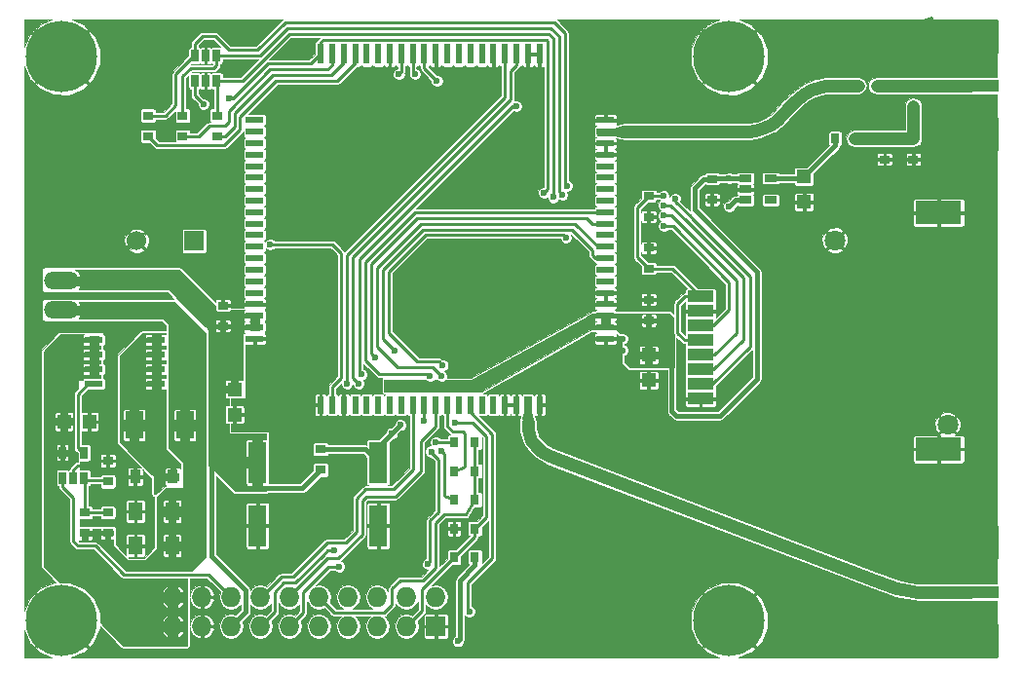
<source format=gtl>
G04 #@! TF.FileFunction,Copper,L1,Top,Signal*
%FSLAX46Y46*%
G04 Gerber Fmt 4.6, Leading zero omitted, Abs format (unit mm)*
G04 Created by KiCad (PCBNEW 4.0.0-rc1-stable) date 11/3/2015 9:26:12 AM*
%MOMM*%
G01*
G04 APERTURE LIST*
%ADD10C,0.100000*%
%ADD11R,0.600000X1.800000*%
%ADD12R,1.500000X0.600000*%
%ADD13R,0.600000X1.500000*%
%ADD14R,0.900000X0.700000*%
%ADD15R,1.727200X1.727200*%
%ADD16O,1.727200X1.727200*%
%ADD17R,0.700000X0.900000*%
%ADD18R,0.800000X0.900000*%
%ADD19R,0.900000X0.800000*%
%ADD20R,1.200000X1.600000*%
%ADD21R,1.200000X1.250000*%
%ADD22R,1.250000X1.200000*%
%ADD23R,1.550000X0.600000*%
%ADD24R,0.650000X1.060000*%
%ADD25O,3.014980X1.506220*%
%ADD26R,5.000000X1.100000*%
%ADD27R,5.000000X3.000000*%
%ADD28R,2.300000X1.000000*%
%ADD29R,4.000000X2.000000*%
%ADD30C,1.800000*%
%ADD31R,1.500000X2.400000*%
%ADD32R,0.910000X1.220000*%
%ADD33R,1.600200X3.599180*%
%ADD34C,1.700000*%
%ADD35R,1.700000X1.700000*%
%ADD36R,1.060000X0.650000*%
%ADD37C,6.200000*%
%ADD38C,0.600000*%
%ADD39C,0.250000*%
%ADD40C,1.080000*%
%ADD41C,0.400000*%
%ADD42C,0.220000*%
%ADD43C,0.030000*%
G04 APERTURE END LIST*
D10*
D11*
X158500000Y-85750000D03*
X157500000Y-85750000D03*
X156500000Y-85750000D03*
X155500000Y-85750000D03*
X154500000Y-85750000D03*
X153500000Y-85750000D03*
X152500000Y-85750000D03*
X151500000Y-85750000D03*
X150500000Y-85750000D03*
X149500000Y-85750000D03*
X148500000Y-85750000D03*
X147500000Y-85750000D03*
X146500000Y-85750000D03*
X145500000Y-85750000D03*
X144500000Y-85750000D03*
X143500000Y-85750000D03*
X142500000Y-85750000D03*
X141500000Y-85750000D03*
X140500000Y-85750000D03*
X139500000Y-85750000D03*
D12*
X133750000Y-91500000D03*
X133750000Y-92500000D03*
X133750000Y-93500000D03*
X133750000Y-94500000D03*
X133750000Y-95500000D03*
X133750000Y-96500000D03*
X133750000Y-97500000D03*
X133750000Y-98500000D03*
X133750000Y-99500000D03*
X133750000Y-100500000D03*
X133750000Y-101500000D03*
X133750000Y-102500000D03*
X133750000Y-103500000D03*
X133750000Y-104500000D03*
X133750000Y-105500000D03*
X133750000Y-106500000D03*
X133750000Y-107500000D03*
X133750000Y-108500000D03*
X133750000Y-109500000D03*
X133750000Y-110500000D03*
D13*
X139500000Y-116250000D03*
X140500000Y-116250000D03*
X141500000Y-116250000D03*
X142500000Y-116250000D03*
X143500000Y-116250000D03*
X144500000Y-116250000D03*
X145500000Y-116250000D03*
X146500000Y-116250000D03*
X147500000Y-116250000D03*
X148500000Y-116250000D03*
X149500000Y-116250000D03*
X150500000Y-116250000D03*
X151500000Y-116250000D03*
X152500000Y-116250000D03*
X153500000Y-116250000D03*
X154500000Y-116250000D03*
X155500000Y-116250000D03*
X156500000Y-116250000D03*
X157500000Y-116250000D03*
X158500000Y-116250000D03*
D12*
X164250000Y-110500000D03*
X164250000Y-109500000D03*
X164250000Y-108500000D03*
X164250000Y-107500000D03*
X164250000Y-106500000D03*
X164250000Y-105500000D03*
X164250000Y-104500000D03*
X164250000Y-103500000D03*
X164250000Y-102500000D03*
X164250000Y-101500000D03*
X164250000Y-100500000D03*
X164250000Y-99500000D03*
X164250000Y-98500000D03*
X164250000Y-97500000D03*
X164250000Y-96500000D03*
X164250000Y-95500000D03*
X164250000Y-94500000D03*
X164250000Y-93500000D03*
X164250000Y-92500000D03*
X164250000Y-91500000D03*
D14*
X173500000Y-96600000D03*
X173500000Y-98400000D03*
D15*
X149500000Y-135500000D03*
D16*
X149500000Y-132960000D03*
X146960000Y-135500000D03*
X146960000Y-132960000D03*
X144420000Y-135500000D03*
X144420000Y-132960000D03*
X141880000Y-135500000D03*
X141880000Y-132960000D03*
X139340000Y-135500000D03*
X139340000Y-132960000D03*
X136800000Y-135500000D03*
X136800000Y-132960000D03*
X134260000Y-135500000D03*
X134260000Y-132960000D03*
X131720000Y-135500000D03*
X131720000Y-132960000D03*
X129180000Y-135500000D03*
X129180000Y-132960000D03*
X126640000Y-135500000D03*
X126640000Y-132960000D03*
D17*
X187900000Y-88500000D03*
X186100000Y-88500000D03*
D18*
X152900000Y-119500000D03*
X151100000Y-119500000D03*
X152900000Y-122000000D03*
X151100000Y-122000000D03*
X152900000Y-124500000D03*
X151100000Y-124500000D03*
D19*
X119000000Y-127400000D03*
X119000000Y-125600000D03*
X121000000Y-121100000D03*
X121000000Y-122900000D03*
X127500000Y-92900000D03*
X127500000Y-91100000D03*
X130500000Y-92900000D03*
X130500000Y-91100000D03*
X124500000Y-92900000D03*
X124500000Y-91100000D03*
D18*
X151100000Y-127000000D03*
X152900000Y-127000000D03*
X151100000Y-129500000D03*
X152900000Y-129500000D03*
D14*
X191000000Y-88600000D03*
X191000000Y-90400000D03*
D17*
X184200000Y-93100000D03*
X186000000Y-93100000D03*
D19*
X139500000Y-120100000D03*
X139500000Y-121900000D03*
D20*
X126600000Y-125500000D03*
X123400000Y-125500000D03*
X126600000Y-128500000D03*
X123400000Y-128500000D03*
D14*
X121000000Y-127400000D03*
X121000000Y-125600000D03*
D21*
X117200000Y-117700000D03*
X119400000Y-117700000D03*
D22*
X168000000Y-111900000D03*
X168000000Y-114100000D03*
D14*
X168000000Y-108900000D03*
X168000000Y-107100000D03*
X131000000Y-109400000D03*
X131000000Y-107600000D03*
D22*
X132000000Y-114900000D03*
X132000000Y-117100000D03*
D14*
X188500000Y-93100000D03*
X188500000Y-94900000D03*
X191000000Y-93100000D03*
X191000000Y-94900000D03*
X168000000Y-104400000D03*
X168000000Y-102600000D03*
X168000000Y-98100000D03*
X168000000Y-99900000D03*
D23*
X119800000Y-110595000D03*
X119800000Y-111865000D03*
X119800000Y-113135000D03*
X119800000Y-114405000D03*
X125200000Y-114405000D03*
X125200000Y-113135000D03*
X125200000Y-111865000D03*
X125200000Y-110595000D03*
D24*
X117050000Y-122600000D03*
X118000000Y-122600000D03*
X118950000Y-122600000D03*
X118950000Y-120400000D03*
X117050000Y-120400000D03*
X130450000Y-85900000D03*
X129500000Y-85900000D03*
X128550000Y-85900000D03*
X128550000Y-88100000D03*
X130450000Y-88100000D03*
X129500000Y-88100000D03*
D25*
X117000000Y-105480000D03*
X117000000Y-108020000D03*
D26*
X196000000Y-132500000D03*
D27*
X196000000Y-128250000D03*
X196000000Y-136750000D03*
D26*
X196000000Y-88500000D03*
D27*
X196000000Y-84250000D03*
X196000000Y-92750000D03*
D28*
X172505000Y-106830000D03*
X172505000Y-109370000D03*
X172505000Y-111910000D03*
X172505000Y-115720000D03*
X172505000Y-108100000D03*
X172505000Y-110640000D03*
X172505000Y-113180000D03*
X172505000Y-114450000D03*
D29*
X193200000Y-99550000D03*
X193200000Y-120100000D03*
D30*
X193970000Y-117990000D03*
X184170000Y-101940000D03*
D31*
X123300000Y-118000000D03*
X127700000Y-118000000D03*
D32*
X126635000Y-122500000D03*
X123365000Y-122500000D03*
D33*
X144500000Y-121249180D03*
X144500000Y-126750820D03*
X134000000Y-121249180D03*
X134000000Y-126750820D03*
D34*
X123500000Y-102000000D03*
D35*
X128500000Y-102000000D03*
D22*
X181500000Y-96400000D03*
X181500000Y-98600000D03*
D36*
X176400000Y-96550000D03*
X176400000Y-97500000D03*
X176400000Y-98450000D03*
X178600000Y-98450000D03*
X178600000Y-96550000D03*
D37*
X117000000Y-135000000D03*
X117000000Y-86000000D03*
X175000000Y-86000000D03*
X175000000Y-135000000D03*
D38*
X114600000Y-129000000D03*
X114600000Y-121300000D03*
X160000000Y-112400000D03*
X133500000Y-118000000D03*
X133500000Y-117000000D03*
X133500000Y-114000000D03*
X133500000Y-111500000D03*
X161700000Y-87200000D03*
X183500000Y-96600000D03*
X185200000Y-94900000D03*
X174400000Y-100200000D03*
X143700000Y-118700000D03*
X141100000Y-131300000D03*
X150400000Y-87400000D03*
X139500000Y-124500000D03*
X139500000Y-126000000D03*
X139500000Y-127500000D03*
X139500000Y-119100000D03*
X135500000Y-122500000D03*
X135500000Y-124500000D03*
X154500000Y-87400000D03*
X167600000Y-87200000D03*
X166000000Y-102500000D03*
X166000000Y-98500000D03*
X142000000Y-94000000D03*
X141000000Y-95000000D03*
X143000000Y-93000000D03*
X133000000Y-84000000D03*
X127000000Y-84000000D03*
X137500000Y-85000000D03*
X142500000Y-90000000D03*
X137500000Y-90000000D03*
X137500000Y-95000000D03*
X135500000Y-119500000D03*
X135500000Y-121000000D03*
X135500000Y-126000000D03*
X135500000Y-127500000D03*
X135500000Y-129000000D03*
X135500000Y-107500000D03*
X135500000Y-109000000D03*
X135500000Y-110500000D03*
X135500000Y-112000000D03*
X135500000Y-113500000D03*
X140000000Y-96000000D03*
X139000000Y-97000000D03*
X138000000Y-98000000D03*
X137000000Y-99000000D03*
X136000000Y-100000000D03*
X135500000Y-106000000D03*
X135500000Y-104500000D03*
X135500000Y-103000000D03*
X135500000Y-101500000D03*
X135500000Y-118000000D03*
X135500000Y-116500000D03*
X135500000Y-115000000D03*
X144000000Y-92000000D03*
X145000000Y-90500000D03*
X145000000Y-89000000D03*
X139500000Y-113500000D03*
X139500000Y-112000000D03*
X139500000Y-110500000D03*
X139500000Y-109000000D03*
X139500000Y-107500000D03*
X139500000Y-106000000D03*
X139500000Y-104500000D03*
X139400000Y-114900000D03*
X149000000Y-89000000D03*
X149000000Y-90500000D03*
X149000000Y-92000000D03*
X148500000Y-93500000D03*
X147500000Y-94500000D03*
X146500000Y-95500000D03*
X145500000Y-96500000D03*
X144500000Y-97500000D03*
X143500000Y-98500000D03*
X142500000Y-99500000D03*
X141500000Y-100500000D03*
X140500000Y-101500000D03*
X139500000Y-103000000D03*
X139500000Y-117600000D03*
X137500000Y-103000000D03*
X137500000Y-104500000D03*
X137500000Y-106000000D03*
X137500000Y-107500000D03*
X137500000Y-109000000D03*
X137500000Y-110500000D03*
X137500000Y-112000000D03*
X137503543Y-113495217D03*
X137500000Y-115000000D03*
X137500000Y-116500000D03*
X137500000Y-118000000D03*
X137500000Y-119500000D03*
X137500000Y-121000000D03*
X137500000Y-122500000D03*
X137500000Y-129000000D03*
X137500000Y-127500000D03*
X137500000Y-126000000D03*
X137500000Y-124500000D03*
X147000000Y-89500000D03*
X147000000Y-91000000D03*
X146500000Y-92500000D03*
X145500000Y-93500000D03*
X144500000Y-94500000D03*
X143500000Y-95500000D03*
X142500000Y-96500000D03*
X141500000Y-97500000D03*
X140500000Y-98500000D03*
X139500000Y-99500000D03*
X138500000Y-100500000D03*
X147000000Y-88400000D03*
X137500000Y-101500000D03*
X145000000Y-87300000D03*
X192100000Y-94900000D03*
X189800000Y-94900000D03*
X187400000Y-94900000D03*
X114700000Y-106800000D03*
X114600000Y-114000000D03*
X119000000Y-121500000D03*
X122200000Y-127000000D03*
X122200000Y-123900000D03*
X122200000Y-121700000D03*
X170800000Y-115700000D03*
X120000000Y-102500000D03*
X115000000Y-102500000D03*
X115000000Y-97500000D03*
X120000000Y-97500000D03*
X125000000Y-97500000D03*
X130000000Y-97500000D03*
X120000000Y-92500000D03*
X115000000Y-92500000D03*
X123180000Y-87940000D03*
X157500000Y-110000000D03*
X152500000Y-110000000D03*
X147500000Y-110000000D03*
X147500000Y-105000000D03*
X152500000Y-105000000D03*
X157500000Y-105000000D03*
X153500000Y-94750000D03*
X157750000Y-94750000D03*
X163000000Y-94500000D03*
X163000000Y-93500000D03*
X162500000Y-92500000D03*
X163000000Y-91500000D03*
X163000000Y-90500000D03*
X164000000Y-90500000D03*
X190000000Y-83500000D03*
X185000000Y-83500000D03*
X180000000Y-83500000D03*
X170000000Y-83500000D03*
X165000000Y-83500000D03*
X155500000Y-127500000D03*
X155500000Y-123500000D03*
X178500000Y-112500000D03*
X180200000Y-98600000D03*
X182850000Y-98600000D03*
X177500000Y-97500000D03*
X197600000Y-96100000D03*
X196400000Y-95100000D03*
X194800000Y-95100000D03*
X193200000Y-95100000D03*
X192600000Y-93600000D03*
X192600000Y-92000000D03*
X192600000Y-90400000D03*
X180300000Y-95100000D03*
X182000000Y-94400000D03*
X182900000Y-93100000D03*
X183300000Y-91900000D03*
X184800000Y-91700000D03*
X186400000Y-91700000D03*
X188000000Y-91700000D03*
X189600000Y-91600000D03*
X188600000Y-90400000D03*
X187000000Y-90400000D03*
X185400000Y-90400000D03*
X183800000Y-90400000D03*
X182300000Y-91000000D03*
X181200000Y-92200000D03*
X180000000Y-93300000D03*
X178600000Y-94000000D03*
X177100000Y-94400000D03*
X175500000Y-94400000D03*
X173900000Y-94400000D03*
X172300000Y-94400000D03*
X170700000Y-94400000D03*
X169100000Y-94400000D03*
X167500000Y-94400000D03*
X165900000Y-94400000D03*
X192600000Y-83900000D03*
X192600000Y-85500000D03*
X191700000Y-86600000D03*
X190100000Y-86600000D03*
X188500000Y-86600000D03*
X186900000Y-86600000D03*
X185300000Y-86600000D03*
X183700000Y-86600000D03*
X182100000Y-86900000D03*
X180600000Y-87500000D03*
X179400000Y-88500000D03*
X178300000Y-89600000D03*
X177000000Y-90500000D03*
X175400000Y-90600000D03*
X173800000Y-90600000D03*
X172200000Y-90600000D03*
X170600000Y-90600000D03*
X169000000Y-90600000D03*
X167400000Y-90600000D03*
X165800000Y-90600000D03*
X162500000Y-115000000D03*
X167500000Y-117500000D03*
X172500000Y-120000000D03*
X187500000Y-127500000D03*
X192500000Y-122500000D03*
X187500000Y-122500000D03*
X182500000Y-122500000D03*
X177500000Y-122500000D03*
X177500000Y-117500000D03*
X182500000Y-117500000D03*
X182500000Y-112500000D03*
X178500000Y-107500000D03*
X177500000Y-102500000D03*
X182500000Y-102500000D03*
X182500000Y-107500000D03*
X187500000Y-97500000D03*
X187500000Y-102500000D03*
X187500000Y-107500000D03*
X187500000Y-112500000D03*
X187500000Y-117500000D03*
X192500000Y-112500000D03*
X192500000Y-107500000D03*
X192500000Y-102500000D03*
X197500000Y-102500000D03*
X197500000Y-107500000D03*
X197500000Y-112500000D03*
X197500000Y-117500000D03*
X197500000Y-122500000D03*
X160000000Y-127500000D03*
X165000000Y-127500000D03*
X165000000Y-132500000D03*
X160000000Y-132500000D03*
X155000000Y-132500000D03*
X155000000Y-137500000D03*
X160000000Y-137500000D03*
X165000000Y-137500000D03*
X170000000Y-137500000D03*
X170000000Y-132500000D03*
X180000000Y-132500000D03*
X180000000Y-137500000D03*
X185000000Y-137500000D03*
X190000000Y-137500000D03*
X181350000Y-131100000D03*
X184350000Y-132250000D03*
X182850000Y-131650000D03*
X187350000Y-133400000D03*
X188850000Y-133950000D03*
X190450000Y-134300000D03*
X185850000Y-132800000D03*
X155500000Y-117700000D03*
X155700000Y-119050000D03*
X156350000Y-120500000D03*
X157450000Y-121700000D03*
X158850000Y-122500000D03*
X160350000Y-123100000D03*
X161850000Y-123650000D03*
X163350000Y-124200000D03*
X164850000Y-124800000D03*
X166350000Y-125350000D03*
X167850000Y-125950000D03*
X169350000Y-126550000D03*
X170850000Y-127100000D03*
X172350000Y-127700000D03*
X173850000Y-128250000D03*
X175350000Y-128800000D03*
X176850000Y-129350000D03*
X178350000Y-129950000D03*
X179850000Y-130500000D03*
X192050000Y-134350000D03*
X192700000Y-135800000D03*
X192700000Y-137400000D03*
X188900000Y-129950000D03*
X176900000Y-125400000D03*
X178400000Y-125950000D03*
X179900000Y-126550000D03*
X181400000Y-127100000D03*
X182900000Y-127700000D03*
X184400000Y-128250000D03*
X185900000Y-128850000D03*
X187400000Y-129400000D03*
X173900000Y-124250000D03*
X172400000Y-123650000D03*
X170900000Y-123100000D03*
X169400000Y-122500000D03*
X167900000Y-121950000D03*
X166400000Y-121400000D03*
X164900000Y-120800000D03*
X163400000Y-120250000D03*
X161900000Y-119650000D03*
X160400000Y-119100000D03*
X159300000Y-117900000D03*
X175400000Y-124800000D03*
X197450000Y-125900000D03*
X195850000Y-125900000D03*
X194250000Y-125900000D03*
X192650000Y-125900000D03*
X192650000Y-127500000D03*
X192650000Y-129100000D03*
X192050000Y-130600000D03*
X190450000Y-130450000D03*
X159500000Y-116800000D03*
X159500000Y-115800000D03*
X159500000Y-114800000D03*
X158500000Y-114800000D03*
X157500000Y-114250000D03*
X156500000Y-114800000D03*
X155500000Y-114800000D03*
X174300000Y-107700000D03*
X169200000Y-102600000D03*
X169200000Y-107100000D03*
X166700000Y-114100000D03*
X168000000Y-116200000D03*
X169200000Y-114100000D03*
X174600000Y-115200000D03*
X129500000Y-84900000D03*
X129500000Y-89200000D03*
X161900000Y-108200000D03*
X161900000Y-107000000D03*
X162000000Y-105700000D03*
X162800000Y-106500000D03*
X162800000Y-107500000D03*
X166600000Y-106000000D03*
X166600000Y-107000000D03*
X165700000Y-106500000D03*
X165700000Y-107500000D03*
X162800000Y-110500000D03*
X162700000Y-111500000D03*
X163700000Y-111500000D03*
X164700000Y-111500000D03*
X165700000Y-111500000D03*
X165700000Y-110500000D03*
X132200000Y-107500000D03*
X157500000Y-98000000D03*
X150500000Y-98000000D03*
X158000000Y-91000000D03*
X158000000Y-89500000D03*
X158000000Y-88000000D03*
X150200000Y-128100000D03*
X144300000Y-114500000D03*
X143700000Y-117700000D03*
X146400000Y-121000000D03*
X121200000Y-119500000D03*
X121200000Y-117700000D03*
X121200000Y-115900000D03*
X121200000Y-113900000D03*
X146000000Y-126700000D03*
X144400000Y-129300000D03*
X132500000Y-126700000D03*
X134000000Y-130000000D03*
X158900000Y-97800000D03*
X169300000Y-98100000D03*
X131500000Y-89600000D03*
X129300000Y-90100000D03*
X135100000Y-102300000D03*
X145600000Y-114600000D03*
X145700000Y-118700000D03*
X175000000Y-96550000D03*
X175000000Y-99000000D03*
X146400000Y-118000000D03*
X146400000Y-114600000D03*
X159700000Y-98200000D03*
X169300000Y-100700000D03*
X169300000Y-99800000D03*
X160500000Y-98000000D03*
X169300000Y-98900000D03*
X160900000Y-97200000D03*
X150000000Y-120250000D03*
X150000000Y-113750000D03*
X149500000Y-119500000D03*
X149000000Y-113750000D03*
X151400000Y-136800000D03*
X150100000Y-112800000D03*
X151200000Y-117800000D03*
X160800000Y-101700000D03*
X170300000Y-98300000D03*
X152400000Y-134200000D03*
X143000000Y-113600000D03*
X156500000Y-90300000D03*
X149600000Y-88100000D03*
X142800000Y-114400000D03*
X147700000Y-87500000D03*
X141800000Y-114400000D03*
X146300000Y-87500000D03*
X145900000Y-111500000D03*
X141100000Y-130300000D03*
X140700000Y-128900000D03*
X144200000Y-112100000D03*
X148800000Y-130100000D03*
X149100000Y-120300000D03*
X148500000Y-117600000D03*
D39*
X114600000Y-114000000D02*
X114600000Y-121300000D01*
X114600000Y-129000000D02*
X114600000Y-128400000D01*
X161800000Y-112400000D02*
X160000000Y-112400000D01*
X162700000Y-111500000D02*
X161800000Y-112400000D01*
X145500000Y-86800000D02*
X145000000Y-87300000D01*
X145500000Y-85750000D02*
X145500000Y-86800000D01*
X133750000Y-110500000D02*
X133750000Y-111250000D01*
X133500000Y-118000000D02*
X134000000Y-118000000D01*
X133500000Y-114000000D02*
X133500000Y-117000000D01*
X133750000Y-111250000D02*
X133500000Y-111500000D01*
X161900000Y-87000000D02*
X161900000Y-86600000D01*
X161700000Y-87200000D02*
X161900000Y-87000000D01*
X185200000Y-94900000D02*
X183500000Y-96600000D01*
X173500000Y-98400000D02*
X173500000Y-99300000D01*
X173500000Y-99300000D02*
X174400000Y-100200000D01*
X143700000Y-117700000D02*
X143700000Y-118700000D01*
X141100000Y-131300000D02*
X141000000Y-131200000D01*
X149500000Y-85750000D02*
X149500000Y-87000000D01*
X149500000Y-87000000D02*
X149900000Y-87400000D01*
X149900000Y-87400000D02*
X150400000Y-87400000D01*
X137500000Y-127500000D02*
X139500000Y-127500000D01*
X139500000Y-126000000D02*
X139500000Y-124500000D01*
X139500000Y-119100000D02*
X139900000Y-119000000D01*
X149500000Y-87000000D02*
X150700000Y-88200000D01*
X139500000Y-104500000D02*
X137500000Y-104500000D01*
X137600000Y-127400000D02*
X137500000Y-127500000D01*
X154500000Y-85750000D02*
X154500000Y-87400000D01*
X167700000Y-87100000D02*
X168100000Y-87100000D01*
X167600000Y-87200000D02*
X167700000Y-87100000D01*
X166000000Y-102500000D02*
X166000000Y-98500000D01*
X166600000Y-106000000D02*
X166000000Y-105400000D01*
X166000000Y-102500000D02*
X166000000Y-105400000D01*
X143000000Y-93000000D02*
X142000000Y-94000000D01*
X142000000Y-94000000D02*
X141000000Y-95000000D01*
X133000000Y-84000000D02*
X132000000Y-83000000D01*
X132000000Y-83000000D02*
X128000000Y-83000000D01*
X128000000Y-83000000D02*
X127000000Y-84000000D01*
X141000000Y-95000000D02*
X137500000Y-95000000D01*
X137500000Y-90000000D02*
X142500000Y-90000000D01*
X135500000Y-119500000D02*
X135500000Y-121000000D01*
X135500000Y-126000000D02*
X135500000Y-127500000D01*
X135500000Y-129000000D02*
X135500000Y-129500000D01*
X135500000Y-113500000D02*
X135500000Y-115000000D01*
X135500000Y-107500000D02*
X135500000Y-109000000D01*
X135500000Y-110500000D02*
X135500000Y-112000000D01*
X141000000Y-95000000D02*
X140000000Y-96000000D01*
X139000000Y-97000000D02*
X138000000Y-98000000D01*
X137000000Y-99000000D02*
X136000000Y-100000000D01*
X135500000Y-104500000D02*
X135500000Y-106000000D01*
X135500000Y-116500000D02*
X135500000Y-118000000D01*
X145000000Y-87300000D02*
X145500000Y-88500000D01*
X145000000Y-91000000D02*
X144000000Y-92000000D01*
X145000000Y-90500000D02*
X145000000Y-91000000D01*
X145500000Y-88500000D02*
X145000000Y-89000000D01*
X139500000Y-113500000D02*
X139500000Y-112000000D01*
X139500000Y-110500000D02*
X139500000Y-109000000D01*
X139500000Y-107500000D02*
X139500000Y-106000000D01*
X139500000Y-104500000D02*
X139500000Y-103000000D01*
X149000000Y-89000000D02*
X149500000Y-89500000D01*
X149000000Y-92000000D02*
X149000000Y-90500000D01*
X147500000Y-94500000D02*
X148500000Y-93500000D01*
X145500000Y-96500000D02*
X146500000Y-95500000D01*
X143500000Y-98500000D02*
X144500000Y-97500000D01*
X141500000Y-100500000D02*
X142500000Y-99500000D01*
X139500000Y-116250000D02*
X139500000Y-117600000D01*
X137500000Y-104500000D02*
X137500000Y-106000000D01*
X137500000Y-107500000D02*
X137500000Y-109000000D01*
X137500000Y-110500000D02*
X137500000Y-112000000D01*
X137503543Y-113495217D02*
X137500000Y-113498760D01*
X137500000Y-113498760D02*
X137500000Y-115000000D01*
X137500000Y-116500000D02*
X137500000Y-118000000D01*
X137500000Y-119500000D02*
X137500000Y-121000000D01*
X137500000Y-126000000D02*
X137500000Y-127500000D01*
X138500000Y-100500000D02*
X137500000Y-101500000D01*
X147000000Y-91000000D02*
X147000000Y-92000000D01*
X147000000Y-92000000D02*
X146500000Y-92500000D01*
X145500000Y-93500000D02*
X144500000Y-94500000D01*
X143500000Y-95500000D02*
X142500000Y-96500000D01*
X141500000Y-97500000D02*
X140500000Y-98500000D01*
X139500000Y-99500000D02*
X138500000Y-100500000D01*
X147000000Y-88400000D02*
X147000000Y-88700000D01*
X147000000Y-88700000D02*
X147000000Y-89500000D01*
X191000000Y-94900000D02*
X192100000Y-94900000D01*
X188500000Y-94900000D02*
X189800000Y-94900000D01*
X188500000Y-94900000D02*
X187400000Y-94900000D01*
X115000000Y-102500000D02*
X114700000Y-102800000D01*
X114700000Y-102800000D02*
X114700000Y-106800000D01*
X114600000Y-114000000D02*
X114600000Y-117000000D01*
X114600000Y-117000000D02*
X114700000Y-117100000D01*
X119000000Y-121500000D02*
X119200000Y-121500000D01*
X123400000Y-128500000D02*
X122300000Y-128500000D01*
X122300000Y-128500000D02*
X122200000Y-128400000D01*
X122200000Y-128400000D02*
X122200000Y-127000000D01*
X122200000Y-123900000D02*
X122200000Y-121700000D01*
X139500000Y-116250000D02*
X139500000Y-115000000D01*
X139400000Y-115000000D02*
X139300000Y-114900000D01*
X172505000Y-115720000D02*
X172485000Y-115700000D01*
X172485000Y-115700000D02*
X170800000Y-115700000D01*
X123500000Y-102000000D02*
X123000000Y-102500000D01*
X123000000Y-102500000D02*
X120000000Y-102500000D01*
X115000000Y-102500000D02*
X115000000Y-97500000D01*
X120000000Y-97500000D02*
X125000000Y-97500000D01*
X130000000Y-97500000D02*
X127500000Y-97500000D01*
X127500000Y-97500000D02*
X125000000Y-97500000D01*
X125000000Y-97500000D02*
X120000000Y-92500000D01*
X115000000Y-92500000D02*
X120000000Y-92500000D01*
X120000000Y-92500000D02*
X123180000Y-87940000D01*
X157500000Y-110000000D02*
X152500000Y-110000000D01*
X147500000Y-110000000D02*
X147500000Y-105000000D01*
X152500000Y-105000000D02*
X157500000Y-105000000D01*
X153500000Y-94750000D02*
X157750000Y-94750000D01*
X163000000Y-93500000D02*
X162500000Y-93000000D01*
X162500000Y-93000000D02*
X162500000Y-92500000D01*
X164250000Y-94500000D02*
X163000000Y-94500000D01*
X163000000Y-91500000D02*
X163000000Y-90500000D01*
X164000000Y-90500000D02*
X164250000Y-90500000D01*
X164250000Y-90500000D02*
X164500000Y-90500000D01*
X175000000Y-86000000D02*
X172000000Y-83000000D01*
X172000000Y-83000000D02*
X170000000Y-83500000D01*
X180000000Y-83500000D02*
X177500000Y-83500000D01*
X177500000Y-83500000D02*
X175000000Y-86000000D01*
X192600000Y-83900000D02*
X192600000Y-82600000D01*
X192600000Y-82600000D02*
X190000000Y-83500000D01*
X185000000Y-83500000D02*
X180000000Y-83500000D01*
X165000000Y-83500000D02*
X162500000Y-83500000D01*
X157500000Y-127500000D02*
X155500000Y-127500000D01*
X155500000Y-123500000D02*
X156000000Y-123000000D01*
X178500000Y-107500000D02*
X178500000Y-112500000D01*
X181500000Y-98600000D02*
X180200000Y-98600000D01*
X181500000Y-98600000D02*
X182850000Y-98600000D01*
X176400000Y-97500000D02*
X177500000Y-97500000D01*
X196000000Y-92750000D02*
X193050000Y-92750000D01*
X197400000Y-96100000D02*
X197600000Y-96100000D01*
X196400000Y-95100000D02*
X197400000Y-96100000D01*
X193200000Y-95100000D02*
X194800000Y-95100000D01*
X192600000Y-92000000D02*
X192600000Y-93600000D01*
X192600000Y-92300000D02*
X192600000Y-90400000D01*
X193050000Y-92750000D02*
X192600000Y-92300000D01*
X164250000Y-94500000D02*
X165800000Y-94500000D01*
X180100000Y-95300000D02*
X179200000Y-95300000D01*
X180300000Y-95100000D02*
X180100000Y-95300000D01*
X182000000Y-94000000D02*
X182000000Y-94400000D01*
X182900000Y-93100000D02*
X182000000Y-94000000D01*
X183500000Y-91700000D02*
X183300000Y-91900000D01*
X184800000Y-91700000D02*
X183500000Y-91700000D01*
X188000000Y-91700000D02*
X186400000Y-91700000D01*
X188600000Y-90600000D02*
X189600000Y-91600000D01*
X188600000Y-90400000D02*
X188600000Y-90600000D01*
X185400000Y-90400000D02*
X187000000Y-90400000D01*
X183200000Y-91000000D02*
X183800000Y-90400000D01*
X182300000Y-91000000D02*
X183200000Y-91000000D01*
X180100000Y-93300000D02*
X181200000Y-92200000D01*
X180000000Y-93300000D02*
X180100000Y-93300000D01*
X178200000Y-94400000D02*
X178600000Y-94000000D01*
X177100000Y-94400000D02*
X178200000Y-94400000D01*
X173900000Y-94400000D02*
X175500000Y-94400000D01*
X170700000Y-94400000D02*
X172300000Y-94400000D01*
X167500000Y-94400000D02*
X169100000Y-94400000D01*
X165800000Y-94500000D02*
X165900000Y-94400000D01*
X164250000Y-91500000D02*
X164250000Y-90050000D01*
X192600000Y-83900000D02*
X192600000Y-83400000D01*
X192600000Y-85700000D02*
X192600000Y-85500000D01*
X191700000Y-86600000D02*
X192600000Y-85700000D01*
X188500000Y-86600000D02*
X190100000Y-86600000D01*
X185300000Y-86600000D02*
X186900000Y-86600000D01*
X182400000Y-86600000D02*
X183700000Y-86600000D01*
X182100000Y-86900000D02*
X182400000Y-86600000D01*
X180400000Y-87500000D02*
X180600000Y-87500000D01*
X179400000Y-88500000D02*
X180400000Y-87500000D01*
X177900000Y-89600000D02*
X178300000Y-89600000D01*
X177000000Y-90500000D02*
X177900000Y-89600000D01*
X173800000Y-90600000D02*
X175400000Y-90600000D01*
X170600000Y-90600000D02*
X172200000Y-90600000D01*
X167400000Y-90600000D02*
X169000000Y-90600000D01*
X165700000Y-90700000D02*
X165800000Y-90600000D01*
X164900000Y-90700000D02*
X165700000Y-90700000D01*
X164250000Y-90050000D02*
X164900000Y-90700000D01*
X170000000Y-120000000D02*
X167500000Y-117500000D01*
X172500000Y-120000000D02*
X170000000Y-120000000D01*
X187500000Y-107500000D02*
X182500000Y-107500000D01*
X187500000Y-127500000D02*
X187500000Y-125000000D01*
X187500000Y-122500000D02*
X192500000Y-122500000D01*
X177500000Y-122500000D02*
X182500000Y-122500000D01*
X182500000Y-117500000D02*
X177500000Y-117500000D01*
X178500000Y-107500000D02*
X182500000Y-112500000D01*
X182500000Y-102500000D02*
X177500000Y-102500000D01*
X196000000Y-128250000D02*
X196000000Y-124000000D01*
X187500000Y-97500000D02*
X185000000Y-97500000D01*
X187500000Y-107500000D02*
X187500000Y-102500000D01*
X187500000Y-117500000D02*
X187500000Y-112500000D01*
X192500000Y-112500000D02*
X192500000Y-115000000D01*
X192500000Y-102500000D02*
X192500000Y-107500000D01*
X197500000Y-107500000D02*
X197500000Y-102500000D01*
X197500000Y-117500000D02*
X197500000Y-112500000D01*
X196000000Y-124000000D02*
X197500000Y-122500000D01*
X192700000Y-137400000D02*
X190100000Y-137400000D01*
X160000000Y-127500000D02*
X157500000Y-127500000D01*
X165000000Y-132500000D02*
X165000000Y-127500000D01*
X155000000Y-132500000D02*
X160000000Y-132500000D01*
X160000000Y-137500000D02*
X155000000Y-137500000D01*
X170000000Y-137500000D02*
X165000000Y-137500000D01*
X172500000Y-130000000D02*
X170000000Y-132500000D01*
X177500000Y-130000000D02*
X172500000Y-130000000D01*
X180000000Y-132500000D02*
X177500000Y-130000000D01*
X185000000Y-137500000D02*
X180000000Y-137500000D01*
X190100000Y-137400000D02*
X190000000Y-137500000D01*
X184350000Y-132250000D02*
X183450000Y-132250000D01*
X183450000Y-132250000D02*
X182850000Y-131650000D01*
X186450000Y-133400000D02*
X185850000Y-132800000D01*
X187350000Y-133400000D02*
X186450000Y-133400000D01*
X189200000Y-134300000D02*
X188850000Y-133950000D01*
X190450000Y-134300000D02*
X189200000Y-134300000D01*
X155500000Y-118850000D02*
X155500000Y-117700000D01*
X155700000Y-119050000D02*
X155500000Y-118850000D01*
X157450000Y-121600000D02*
X156350000Y-120500000D01*
X157450000Y-121700000D02*
X157450000Y-121600000D01*
X159450000Y-123100000D02*
X158850000Y-122500000D01*
X160350000Y-123100000D02*
X159450000Y-123100000D01*
X162400000Y-124200000D02*
X161850000Y-123650000D01*
X163350000Y-124200000D02*
X162400000Y-124200000D01*
X165400000Y-125350000D02*
X164850000Y-124800000D01*
X166350000Y-125350000D02*
X165400000Y-125350000D01*
X168450000Y-126550000D02*
X167850000Y-125950000D01*
X169350000Y-126550000D02*
X168450000Y-126550000D01*
X171450000Y-127700000D02*
X170850000Y-127100000D01*
X172350000Y-127700000D02*
X171450000Y-127700000D01*
X174400000Y-128800000D02*
X173850000Y-128250000D01*
X175350000Y-128800000D02*
X174400000Y-128800000D01*
X177450000Y-129950000D02*
X176850000Y-129350000D01*
X178350000Y-129950000D02*
X177450000Y-129950000D01*
X180450000Y-131100000D02*
X179850000Y-130500000D01*
X181350000Y-131100000D02*
X180450000Y-131100000D01*
X192700000Y-135800000D02*
X195050000Y-135800000D01*
X195050000Y-135800000D02*
X196000000Y-136750000D01*
X196000000Y-136750000D02*
X194450000Y-136750000D01*
X194450000Y-136750000D02*
X192050000Y-134350000D01*
X192700000Y-135800000D02*
X192700000Y-137400000D01*
X175400000Y-124800000D02*
X176300000Y-124800000D01*
X176300000Y-124800000D02*
X176900000Y-125400000D01*
X178400000Y-125950000D02*
X179300000Y-125950000D01*
X179300000Y-125950000D02*
X179900000Y-126550000D01*
X181400000Y-127100000D02*
X182300000Y-127100000D01*
X182300000Y-127100000D02*
X182900000Y-127700000D01*
X184400000Y-128250000D02*
X185300000Y-128250000D01*
X185300000Y-128250000D02*
X185900000Y-128850000D01*
X187400000Y-129400000D02*
X188350000Y-129400000D01*
X188350000Y-129400000D02*
X188900000Y-129950000D01*
X159500000Y-116800000D02*
X159300000Y-117000000D01*
X173300000Y-123650000D02*
X173900000Y-124250000D01*
X172400000Y-123650000D02*
X173300000Y-123650000D01*
X170300000Y-122500000D02*
X170900000Y-123100000D01*
X169400000Y-122500000D02*
X170300000Y-122500000D01*
X167350000Y-121400000D02*
X167900000Y-121950000D01*
X166400000Y-121400000D02*
X167350000Y-121400000D01*
X164350000Y-120250000D02*
X164900000Y-120800000D01*
X163400000Y-120250000D02*
X164350000Y-120250000D01*
X161350000Y-119100000D02*
X161900000Y-119650000D01*
X160400000Y-119100000D02*
X161350000Y-119100000D01*
X159300000Y-117000000D02*
X159300000Y-117900000D01*
X195850000Y-125900000D02*
X197450000Y-125900000D01*
X192650000Y-125900000D02*
X194250000Y-125900000D01*
X192650000Y-129100000D02*
X192650000Y-127500000D01*
X191900000Y-130450000D02*
X192050000Y-130600000D01*
X190450000Y-130450000D02*
X191900000Y-130450000D01*
X159500000Y-115800000D02*
X159500000Y-116800000D01*
X158500000Y-114800000D02*
X159500000Y-114800000D01*
X156500000Y-114800000D02*
X157500000Y-114250000D01*
X155500000Y-116250000D02*
X155500000Y-114800000D01*
X168000000Y-102600000D02*
X169200000Y-102600000D01*
X174300000Y-107700000D02*
X174300000Y-107300000D01*
X168000000Y-107100000D02*
X169200000Y-107100000D01*
X168000000Y-114100000D02*
X166700000Y-114100000D01*
X168000000Y-114100000D02*
X168000000Y-116200000D01*
X168000000Y-114100000D02*
X169200000Y-114100000D01*
X172505000Y-115720000D02*
X174080000Y-115720000D01*
X174080000Y-115720000D02*
X174600000Y-115200000D01*
X129500000Y-85900000D02*
X129500000Y-84900000D01*
X129500000Y-88100000D02*
X129500000Y-89200000D01*
X164250000Y-107500000D02*
X162800000Y-107500000D01*
X161900000Y-107000000D02*
X161900000Y-108200000D01*
X162800000Y-106500000D02*
X162000000Y-105700000D01*
X164250000Y-107500000D02*
X165700000Y-107500000D01*
X166300000Y-105700000D02*
X166100000Y-105700000D01*
X166600000Y-106000000D02*
X166300000Y-105700000D01*
X166200000Y-107000000D02*
X166600000Y-107000000D01*
X165700000Y-106500000D02*
X166200000Y-107000000D01*
X164250000Y-110500000D02*
X165700000Y-110500000D01*
X162800000Y-110500000D02*
X162600000Y-110500000D01*
X163700000Y-111500000D02*
X162700000Y-111500000D01*
X165700000Y-111500000D02*
X164700000Y-111500000D01*
X133750000Y-107500000D02*
X132200000Y-107500000D01*
X158500000Y-85750000D02*
X158500000Y-87500000D01*
X150500000Y-98000000D02*
X157500000Y-98000000D01*
X158000000Y-89500000D02*
X158000000Y-91000000D01*
X158500000Y-87500000D02*
X158000000Y-88000000D01*
X118000000Y-122600000D02*
X118000000Y-121900000D01*
X118400000Y-121500000D02*
X119000000Y-121500000D01*
X118000000Y-121900000D02*
X118400000Y-121500000D01*
X151100000Y-127000000D02*
X151100000Y-127800000D01*
X150800000Y-128100000D02*
X150200000Y-128100000D01*
X151100000Y-127800000D02*
X150800000Y-128100000D01*
X144700000Y-118200000D02*
X144800000Y-118100000D01*
X143700000Y-117700000D02*
X144700000Y-118200000D01*
X146400000Y-121000000D02*
X146400000Y-120500000D01*
X121000000Y-120900000D02*
X121000000Y-119700000D01*
X121000000Y-119700000D02*
X121200000Y-119500000D01*
X121200000Y-117700000D02*
X121200000Y-115900000D01*
X121200000Y-113900000D02*
X121200000Y-113600000D01*
X144500000Y-126750820D02*
X144500000Y-129200000D01*
X147400000Y-125600000D02*
X147400000Y-124800000D01*
X146000000Y-126700000D02*
X147400000Y-125600000D01*
X144500000Y-129200000D02*
X144400000Y-129300000D01*
X134000000Y-126750820D02*
X134000000Y-130000000D01*
X132500000Y-126700000D02*
X132500000Y-125000000D01*
X159200000Y-84600000D02*
X159100000Y-84500000D01*
X159100000Y-84500000D02*
X139700000Y-84500000D01*
X139700000Y-84500000D02*
X139500000Y-84700000D01*
X139500000Y-84700000D02*
X139500000Y-85750000D01*
X159200000Y-95900000D02*
X159200000Y-84600000D01*
X158900000Y-97800000D02*
X159200000Y-97500000D01*
X159200000Y-97500000D02*
X159200000Y-95900000D01*
X168000000Y-98100000D02*
X169300000Y-98100000D01*
X131500000Y-89600000D02*
X131900000Y-89600000D01*
X138650000Y-86600000D02*
X139500000Y-85750000D01*
X134900000Y-86600000D02*
X138650000Y-86600000D01*
X131900000Y-89600000D02*
X134900000Y-86600000D01*
X128550000Y-88100000D02*
X128550000Y-89350000D01*
X131500000Y-89600000D02*
X131700000Y-89400000D01*
X128550000Y-89350000D02*
X129300000Y-90100000D01*
X168000000Y-104400000D02*
X167000000Y-103400000D01*
X167000000Y-99100000D02*
X168000000Y-98100000D01*
X167000000Y-103400000D02*
X167000000Y-99100000D01*
X172505000Y-106830000D02*
X170075000Y-104400000D01*
X170075000Y-104400000D02*
X168000000Y-104400000D01*
X172505000Y-106830000D02*
X171170000Y-106830000D01*
X171140000Y-110640000D02*
X172505000Y-110640000D01*
X170500000Y-110000000D02*
X171140000Y-110640000D01*
X170500000Y-107500000D02*
X170500000Y-110000000D01*
X171170000Y-106830000D02*
X170500000Y-107500000D01*
X135300000Y-102300000D02*
X135100000Y-102300000D01*
X140900000Y-102700000D02*
X140500000Y-102300000D01*
X140500000Y-102300000D02*
X135300000Y-102300000D01*
X141300000Y-104400000D02*
X141300000Y-103100000D01*
X141300000Y-103100000D02*
X140900000Y-102700000D01*
X140500000Y-116250000D02*
X140500000Y-114700000D01*
X140500000Y-114700000D02*
X141300000Y-113900000D01*
X141300000Y-113900000D02*
X141300000Y-104400000D01*
X164250000Y-92500000D02*
X165900000Y-92500000D01*
D40*
X176700000Y-92500000D02*
X165900000Y-92500000D01*
X177623632Y-92324072D02*
X176700000Y-92500000D01*
X178589225Y-91906151D02*
X177623632Y-92324072D01*
X185800000Y-88500000D02*
X183900000Y-88500000D01*
X183900000Y-88500000D02*
X183350000Y-88525000D01*
X183350000Y-88525000D02*
X182775000Y-88650000D01*
X182775000Y-88650000D02*
X182175000Y-88850000D01*
X182175000Y-88850000D02*
X181575000Y-89150000D01*
X181575000Y-89150000D02*
X180825000Y-89750000D01*
X180825000Y-89750000D02*
X180200000Y-90400000D01*
X180200000Y-90400000D02*
X179150000Y-91525000D01*
X179150000Y-91525000D02*
X178589225Y-91906151D01*
X186200000Y-88500000D02*
X185800000Y-88500000D01*
D39*
X157500000Y-116250000D02*
X157500000Y-117700000D01*
D40*
X157500000Y-117700000D02*
X157500000Y-118300000D01*
X157500000Y-118300000D02*
X157600000Y-118800000D01*
X196000000Y-132500000D02*
X191300000Y-132500000D01*
X191300000Y-132500000D02*
X190500000Y-132400000D01*
X190500000Y-132400000D02*
X189500000Y-132200000D01*
X189500000Y-132200000D02*
X187700000Y-131512292D01*
X187700000Y-131512292D02*
X159400000Y-120700000D01*
X159400000Y-120700000D02*
X158700000Y-120300000D01*
X158700000Y-120300000D02*
X158200000Y-119800000D01*
X158200000Y-119800000D02*
X157800000Y-119300000D01*
X157800000Y-119300000D02*
X157600000Y-118800000D01*
X157600000Y-118800000D02*
X157600000Y-118800000D01*
X196000000Y-88500000D02*
X190800000Y-88500000D01*
X190800000Y-88500000D02*
X187800000Y-88500000D01*
D41*
X145700000Y-118700000D02*
X146400000Y-118000000D01*
X173500000Y-96600000D02*
X172800000Y-96600000D01*
X169700000Y-111900000D02*
X168000000Y-111900000D01*
X170000000Y-112200000D02*
X169700000Y-111900000D01*
X170000000Y-116800000D02*
X170000000Y-112200000D01*
X170400000Y-117200000D02*
X170000000Y-116800000D01*
X174200000Y-117200000D02*
X170400000Y-117200000D01*
X177400000Y-114000000D02*
X174200000Y-117200000D01*
X177400000Y-104700000D02*
X177400000Y-114000000D01*
X172000000Y-99300000D02*
X177400000Y-104700000D01*
X172000000Y-97400000D02*
X172000000Y-99300000D01*
X172800000Y-96600000D02*
X172000000Y-97400000D01*
X176400000Y-98450000D02*
X175550000Y-98450000D01*
X175000000Y-99000000D02*
X175550000Y-98450000D01*
X173500000Y-96600000D02*
X173550000Y-96550000D01*
X173550000Y-96550000D02*
X175000000Y-96550000D01*
X175000000Y-96550000D02*
X176400000Y-96550000D01*
X164250000Y-108500000D02*
X163500000Y-108500000D01*
X144500000Y-121249180D02*
X144500000Y-119900000D01*
X144500000Y-119900000D02*
X145700000Y-118700000D01*
X139500000Y-120100000D02*
X143350820Y-120100000D01*
X143350820Y-120100000D02*
X144500000Y-121249180D01*
D39*
X159700000Y-97500000D02*
X159700000Y-98200000D01*
X159300000Y-84000000D02*
X159700000Y-84400000D01*
X159700000Y-84400000D02*
X159700000Y-97500000D01*
X130450000Y-88100000D02*
X132700000Y-88100000D01*
X136800000Y-84000000D02*
X137200000Y-84000000D01*
X132700000Y-88100000D02*
X136800000Y-84000000D01*
X137200000Y-84000000D02*
X141500000Y-84000000D01*
X141500000Y-84000000D02*
X159300000Y-84000000D01*
X130500000Y-91100000D02*
X130500000Y-88150000D01*
X130500000Y-88150000D02*
X130450000Y-88100000D01*
X170100000Y-100700000D02*
X169300000Y-100700000D01*
X175000000Y-108000000D02*
X173630000Y-109370000D01*
X175000000Y-105600000D02*
X170100000Y-100700000D01*
X175000000Y-108000000D02*
X175000000Y-105600000D01*
X172505000Y-109370000D02*
X173630000Y-109370000D01*
X172505000Y-109370000D02*
X171570000Y-109370000D01*
X141400000Y-83500000D02*
X159500000Y-83500000D01*
X173690000Y-111910000D02*
X175600000Y-110000000D01*
X175600000Y-110000000D02*
X175600000Y-105400000D01*
X175600000Y-105400000D02*
X171050000Y-100850000D01*
X172505000Y-111910000D02*
X173690000Y-111910000D01*
X170000000Y-99800000D02*
X169300000Y-99800000D01*
X171050000Y-100850000D02*
X170000000Y-99800000D01*
X134200000Y-85900000D02*
X130450000Y-85900000D01*
X134200000Y-85900000D02*
X136600000Y-83500000D01*
X141400000Y-83500000D02*
X136600000Y-83500000D01*
X160200000Y-97700000D02*
X160500000Y-98000000D01*
X160200000Y-84200000D02*
X160200000Y-97700000D01*
X159500000Y-83500000D02*
X160200000Y-84200000D01*
X127500000Y-91100000D02*
X127500000Y-87700000D01*
X127500000Y-87700000D02*
X128200000Y-87000000D01*
X128200000Y-87000000D02*
X130200000Y-87000000D01*
X130200000Y-87000000D02*
X130450000Y-86750000D01*
X130450000Y-86750000D02*
X130450000Y-85900000D01*
X172505000Y-111910000D02*
X171510000Y-111910000D01*
X172505000Y-111910000D02*
X171610000Y-111910000D01*
X124500000Y-91100000D02*
X126000000Y-91100000D01*
X126900000Y-87500000D02*
X128500000Y-85900000D01*
X126900000Y-90200000D02*
X126900000Y-87500000D01*
X126000000Y-91100000D02*
X126900000Y-90200000D01*
X128500000Y-85900000D02*
X128550000Y-85900000D01*
X171200000Y-100200000D02*
X169900000Y-98900000D01*
X176200000Y-105200000D02*
X171200000Y-100200000D01*
X176200000Y-110600000D02*
X176200000Y-105200000D01*
X173620000Y-113180000D02*
X176200000Y-110600000D01*
X169900000Y-98900000D02*
X169300000Y-98900000D01*
X128550000Y-84850000D02*
X129200000Y-84200000D01*
X160900000Y-97200000D02*
X160700000Y-97000000D01*
X160700000Y-97000000D02*
X160700000Y-83900000D01*
X160700000Y-83900000D02*
X159800000Y-83000000D01*
X159800000Y-83000000D02*
X141400000Y-83000000D01*
X132800000Y-85400000D02*
X134000000Y-85400000D01*
X134000000Y-85400000D02*
X136400000Y-83000000D01*
X136600000Y-83000000D02*
X136400000Y-83000000D01*
X136600000Y-83000000D02*
X141400000Y-83000000D01*
X128550000Y-84850000D02*
X128550000Y-85900000D01*
X131500000Y-85400000D02*
X132800000Y-85400000D01*
X130300000Y-84200000D02*
X131500000Y-85400000D01*
X129200000Y-84200000D02*
X130300000Y-84200000D01*
X172505000Y-113180000D02*
X173620000Y-113180000D01*
X119200000Y-114505000D02*
X118400000Y-115305000D01*
X118400000Y-115305000D02*
X118400000Y-120000000D01*
X118400000Y-120000000D02*
X119000000Y-120600000D01*
X142500000Y-85750000D02*
X142500000Y-86500000D01*
X142500000Y-86500000D02*
X140900000Y-88100000D01*
X135600000Y-88100000D02*
X134700000Y-89000000D01*
X140900000Y-88100000D02*
X135600000Y-88100000D01*
X132500000Y-91600000D02*
X132500000Y-91200000D01*
X125300000Y-93700000D02*
X131100000Y-93700000D01*
X131100000Y-93700000D02*
X132500000Y-92300000D01*
X132500000Y-92300000D02*
X132500000Y-91600000D01*
X124500000Y-92900000D02*
X125300000Y-93700000D01*
X132500000Y-91200000D02*
X134700000Y-89000000D01*
X141500000Y-85750000D02*
X141500000Y-86500000D01*
X141500000Y-86500000D02*
X140400000Y-87600000D01*
X135300000Y-87600000D02*
X134400000Y-88500000D01*
X140400000Y-87600000D02*
X135300000Y-87600000D01*
X131200000Y-92900000D02*
X130500000Y-92900000D01*
X132000000Y-92100000D02*
X131200000Y-92900000D01*
X132000000Y-90900000D02*
X132000000Y-92100000D01*
X134400000Y-88500000D02*
X132000000Y-90900000D01*
X127500000Y-92900000D02*
X128900000Y-92900000D01*
X140500000Y-86700000D02*
X140500000Y-85750000D01*
X140100000Y-87100000D02*
X140500000Y-86700000D01*
X135100000Y-87100000D02*
X140100000Y-87100000D01*
X131500000Y-90700000D02*
X135100000Y-87100000D01*
X131500000Y-91649998D02*
X131500000Y-90700000D01*
X131149998Y-92000000D02*
X131500000Y-91649998D01*
X129800000Y-92000000D02*
X131149998Y-92000000D01*
X128900000Y-92900000D02*
X129800000Y-92000000D01*
X146900000Y-113000000D02*
X146200000Y-113000000D01*
X148200000Y-100500000D02*
X149000000Y-100500000D01*
X144400000Y-104300000D02*
X148200000Y-100500000D01*
X144400000Y-111200000D02*
X144400000Y-104300000D01*
X146200000Y-113000000D02*
X144400000Y-111200000D01*
X164250000Y-102500000D02*
X163600000Y-102500000D01*
X163600000Y-102500000D02*
X161600000Y-100500000D01*
X161600000Y-100500000D02*
X149000000Y-100500000D01*
X146900000Y-113000000D02*
X148000000Y-113000000D01*
X148000000Y-113000000D02*
X149250000Y-113000000D01*
X150250000Y-124150000D02*
X151100000Y-124500000D01*
X150000000Y-120250000D02*
X150250000Y-120500000D01*
X150250000Y-120500000D02*
X150250000Y-124150000D01*
X149250000Y-113000000D02*
X150000000Y-113750000D01*
X163700000Y-102500000D02*
X164250000Y-102500000D01*
X145200000Y-113600000D02*
X144600000Y-113600000D01*
X147700000Y-99500000D02*
X148300000Y-99500000D01*
X143400000Y-103800000D02*
X147700000Y-99500000D01*
X143400000Y-112400000D02*
X143400000Y-103800000D01*
X144600000Y-113600000D02*
X143400000Y-112400000D01*
X145200000Y-113600000D02*
X148850000Y-113600000D01*
X164250000Y-99500000D02*
X148300000Y-99500000D01*
X149500000Y-119500000D02*
X151100000Y-119500000D01*
X148850000Y-113600000D02*
X149000000Y-113750000D01*
D41*
X134000000Y-121249180D02*
X130000000Y-121249180D01*
X132990000Y-134230000D02*
X131720000Y-135500000D01*
X132990000Y-132400000D02*
X132990000Y-134230000D01*
X130000000Y-129410000D02*
X130000000Y-121200000D01*
X132990000Y-132400000D02*
X130000000Y-129410000D01*
X130000000Y-121249180D02*
X130000000Y-121200000D01*
X134000000Y-121249180D02*
X134000000Y-123500000D01*
X137900000Y-123500000D02*
X139500000Y-121900000D01*
X136200000Y-123500000D02*
X137900000Y-123500000D01*
X134000000Y-123500000D02*
X136200000Y-123500000D01*
X151600000Y-133400000D02*
X151600000Y-136600000D01*
X151600000Y-136600000D02*
X151400000Y-136800000D01*
X152900000Y-130200000D02*
X152900000Y-129500000D01*
X151600000Y-131500000D02*
X152900000Y-130200000D01*
X151600000Y-133400000D02*
X151600000Y-131500000D01*
X134000000Y-121800000D02*
X134000000Y-121249180D01*
X134000000Y-121249180D02*
X134000000Y-119400000D01*
D39*
X151100000Y-129500000D02*
X148300000Y-132300000D01*
X148300000Y-132300000D02*
X148300000Y-132700000D01*
X146250000Y-110850000D02*
X145400000Y-110000000D01*
X146250000Y-110850000D02*
X147900000Y-112500000D01*
X147900000Y-112500000D02*
X148100000Y-112500000D01*
X149800000Y-112500000D02*
X150100000Y-112800000D01*
X148100000Y-112500000D02*
X149800000Y-112500000D01*
X151200000Y-117800000D02*
X152700000Y-117800000D01*
X152700000Y-117800000D02*
X153900000Y-119000000D01*
X153900000Y-119000000D02*
X153900000Y-126000000D01*
X152900000Y-127000000D02*
X153900000Y-126000000D01*
X151500000Y-101500000D02*
X149500000Y-101500000D01*
X160800000Y-101700000D02*
X160600000Y-101500000D01*
X160600000Y-101500000D02*
X151500000Y-101500000D01*
X145400000Y-110000000D02*
X145400000Y-104700000D01*
X145400000Y-104700000D02*
X148600000Y-101500000D01*
X148600000Y-101500000D02*
X149500000Y-101500000D01*
X171618199Y-99881801D02*
X170300000Y-98563602D01*
X171718199Y-99981801D02*
X171618199Y-99881801D01*
X176800000Y-105063602D02*
X171718199Y-99981801D01*
X176800000Y-111200000D02*
X176800000Y-105063602D01*
X173550000Y-114450000D02*
X176800000Y-111200000D01*
X170300000Y-98563602D02*
X170300000Y-98300000D01*
X172505000Y-114450000D02*
X173550000Y-114450000D01*
X148300000Y-134160000D02*
X146960000Y-135500000D01*
X148300000Y-132700000D02*
X148300000Y-134160000D01*
X152900000Y-127000000D02*
X152900000Y-127700000D01*
X152900000Y-127700000D02*
X151100000Y-129500000D01*
X152300000Y-134100000D02*
X152300000Y-131700000D01*
X152400000Y-134200000D02*
X152300000Y-134100000D01*
X154400000Y-126400000D02*
X154400000Y-129600000D01*
X154400000Y-129600000D02*
X152300000Y-131700000D01*
X154400000Y-126400000D02*
X154400000Y-118800000D01*
X152500000Y-116900000D02*
X154400000Y-118800000D01*
X152500000Y-116900000D02*
X152500000Y-116250000D01*
X143000000Y-113600000D02*
X142900000Y-113500000D01*
X142900000Y-113500000D02*
X142900000Y-103600000D01*
X142900000Y-103600000D02*
X156200000Y-90300000D01*
X156200000Y-90300000D02*
X156500000Y-90300000D01*
X148500000Y-87000000D02*
X149600000Y-88100000D01*
X148500000Y-85750000D02*
X148500000Y-87000000D01*
X148500000Y-85750000D02*
X148500000Y-86600000D01*
X156500000Y-85750000D02*
X156500000Y-86700000D01*
X156500000Y-86700000D02*
X156000000Y-87200000D01*
X156000000Y-87200000D02*
X156000000Y-89700000D01*
X142800000Y-114400000D02*
X142300000Y-113900000D01*
X142300000Y-103400000D02*
X156000000Y-89700000D01*
X142300000Y-103500000D02*
X142300000Y-103400000D01*
X142300000Y-113900000D02*
X142300000Y-103500000D01*
D42*
X147700000Y-87500000D02*
X147500000Y-87300000D01*
X147500000Y-87300000D02*
X147500000Y-85750000D01*
D39*
X155500000Y-85750000D02*
X155500000Y-89500000D01*
X155500000Y-89500000D02*
X141800000Y-103200000D01*
X141800000Y-103200000D02*
X141800000Y-114400000D01*
D42*
X146500000Y-85750000D02*
X146500000Y-87300000D01*
X146500000Y-87300000D02*
X146300000Y-87500000D01*
D39*
X146500000Y-131500000D02*
X148400000Y-131500000D01*
X149500000Y-130400000D02*
X149500000Y-128750000D01*
X148400000Y-131500000D02*
X149500000Y-130400000D01*
X146500000Y-131500000D02*
X146400000Y-131500000D01*
X146400000Y-131500000D02*
X145700000Y-132200000D01*
X145700000Y-132200000D02*
X145700000Y-133600000D01*
X145700000Y-133600000D02*
X145000000Y-134300000D01*
X145000000Y-134300000D02*
X140680000Y-134300000D01*
X140680000Y-134300000D02*
X139340000Y-132960000D01*
X152900000Y-122000000D02*
X152900000Y-119500000D01*
X152900000Y-124500000D02*
X152900000Y-122000000D01*
X152100000Y-125800000D02*
X152900000Y-124500000D01*
X149500000Y-128750000D02*
X149500000Y-126500000D01*
X149500000Y-126500000D02*
X150200000Y-125800000D01*
X150200000Y-125800000D02*
X152100000Y-125800000D01*
X136800000Y-135500000D02*
X138000000Y-134300000D01*
X138000000Y-134300000D02*
X138000000Y-132500000D01*
X138000000Y-132500000D02*
X140200000Y-130300000D01*
X140200000Y-130300000D02*
X141100000Y-130300000D01*
X144900000Y-110500000D02*
X145900000Y-111500000D01*
X144900000Y-104500000D02*
X144900000Y-110500000D01*
X148400000Y-101000000D02*
X144900000Y-104500000D01*
X163400000Y-103500000D02*
X164250000Y-103500000D01*
X163100000Y-103200000D02*
X163400000Y-103500000D01*
X163100000Y-102800000D02*
X163100000Y-103200000D01*
X161300000Y-101000000D02*
X163100000Y-102800000D01*
X150100000Y-101000000D02*
X161300000Y-101000000D01*
X150100000Y-101000000D02*
X148400000Y-101000000D01*
X143468199Y-124200000D02*
X143436398Y-124200000D01*
X140100000Y-129600000D02*
X136800000Y-132900000D01*
X143100000Y-127000000D02*
X143100000Y-124536398D01*
X140100000Y-129600000D02*
X140300000Y-129600000D01*
X143100000Y-127400000D02*
X143100000Y-127000000D01*
X141000000Y-129600000D02*
X143100000Y-127500000D01*
X143100000Y-127500000D02*
X143100000Y-127400000D01*
X140300000Y-129600000D02*
X140500000Y-129600000D01*
X140500000Y-129600000D02*
X141000000Y-129600000D01*
X143436398Y-124200000D02*
X143100000Y-124536398D01*
X136800000Y-132960000D02*
X136800000Y-132900000D01*
X149500000Y-116250000D02*
X149500000Y-118100000D01*
X149500000Y-118100000D02*
X148200000Y-119400000D01*
X149500000Y-116250000D02*
X149500000Y-117000000D01*
X146000000Y-124200000D02*
X143468199Y-124200000D01*
X143468199Y-124200000D02*
X143500000Y-124200000D01*
X148200000Y-122000000D02*
X146000000Y-124200000D01*
X148200000Y-119400000D02*
X148200000Y-122000000D01*
X139700000Y-129300000D02*
X140100000Y-128900000D01*
X140100000Y-128900000D02*
X140700000Y-128900000D01*
X144200000Y-112100000D02*
X143900000Y-111800000D01*
X143900000Y-111800000D02*
X143900000Y-111700000D01*
X134260000Y-135500000D02*
X135500000Y-134260000D01*
X135500000Y-134260000D02*
X135500000Y-132500000D01*
X135500000Y-132500000D02*
X136300000Y-131700000D01*
X136300000Y-131700000D02*
X137300000Y-131700000D01*
X137300000Y-131700000D02*
X139700000Y-129300000D01*
X149200000Y-100000000D02*
X147900000Y-100000000D01*
X164250000Y-100500000D02*
X163100000Y-100500000D01*
X162600000Y-100000000D02*
X163100000Y-100500000D01*
X149200000Y-100000000D02*
X162600000Y-100000000D01*
X147900000Y-100000000D02*
X143900000Y-104000000D01*
X143900000Y-104000000D02*
X143900000Y-111700000D01*
X134260000Y-135500000D02*
X134260000Y-135140000D01*
X140500000Y-128200000D02*
X141700000Y-128200000D01*
X142600000Y-127300000D02*
X142600000Y-126300000D01*
X141700000Y-128200000D02*
X142600000Y-127300000D01*
X140600000Y-128200000D02*
X140500000Y-128200000D01*
X139400000Y-128900000D02*
X140100000Y-128200000D01*
X137100000Y-131200000D02*
X139400000Y-128900000D01*
X136100000Y-131200000D02*
X137100000Y-131200000D01*
X134340000Y-132960000D02*
X136100000Y-131200000D01*
X142600000Y-126300000D02*
X142600000Y-124400000D01*
X140100000Y-128200000D02*
X140600000Y-128200000D01*
X134260000Y-132960000D02*
X134340000Y-132960000D01*
X142600000Y-124400000D02*
X143400000Y-123600000D01*
X147500000Y-121900000D02*
X145800000Y-123600000D01*
X145800000Y-123600000D02*
X143400000Y-123600000D01*
X147500000Y-116250000D02*
X147500000Y-121900000D01*
X131720000Y-132960000D02*
X129760000Y-131000000D01*
X117050000Y-123350000D02*
X117050000Y-122600000D01*
X118000000Y-124300000D02*
X117050000Y-123350000D01*
X118000000Y-128100000D02*
X118000000Y-124300000D01*
X118400000Y-128500000D02*
X118000000Y-128100000D01*
X119900000Y-128500000D02*
X118400000Y-128500000D01*
X122400000Y-131000000D02*
X119900000Y-128500000D01*
X129760000Y-131000000D02*
X122400000Y-131000000D01*
X117100000Y-122800000D02*
X117000000Y-122900000D01*
X150500000Y-116250000D02*
X150500000Y-118100000D01*
X150500000Y-118100000D02*
X151000000Y-118600000D01*
X151000000Y-118600000D02*
X151850000Y-118600000D01*
X150500000Y-116250000D02*
X150500000Y-117250000D01*
X152000000Y-121600000D02*
X151100000Y-122000000D01*
X152000000Y-118750000D02*
X152000000Y-121600000D01*
X151850000Y-118600000D02*
X152000000Y-118750000D01*
X119000000Y-124750000D02*
X119000000Y-125600000D01*
X121000000Y-125600000D02*
X119000000Y-125600000D01*
X121000000Y-122700000D02*
X120900000Y-122800000D01*
X120900000Y-122800000D02*
X119000000Y-122800000D01*
X119000000Y-122800000D02*
X119000000Y-124750000D01*
X119000000Y-124750000D02*
X119000000Y-125100000D01*
X149000000Y-129900000D02*
X149000000Y-128300000D01*
X148800000Y-130100000D02*
X149000000Y-129900000D01*
X148500000Y-116250000D02*
X148500000Y-117600000D01*
X149000000Y-126300000D02*
X149000000Y-128300000D01*
X149700000Y-125600000D02*
X149000000Y-126300000D01*
X149700000Y-121000000D02*
X149700000Y-125600000D01*
X149100000Y-120400000D02*
X149700000Y-121000000D01*
X149100000Y-120300000D02*
X149100000Y-120400000D01*
D40*
X185900000Y-93100000D02*
X188500000Y-93100000D01*
X188500000Y-93100000D02*
X191000000Y-93100000D01*
X191000000Y-93100000D02*
X191000000Y-90300000D01*
D39*
X181500000Y-96400000D02*
X181350000Y-96550000D01*
D41*
X181350000Y-96550000D02*
X178600000Y-96550000D01*
X184200000Y-93100000D02*
X184200000Y-93700000D01*
X184200000Y-93700000D02*
X181500000Y-96400000D01*
D43*
G36*
X118842732Y-110173212D02*
X118810000Y-110252234D01*
X118810000Y-110391250D01*
X118863750Y-110445000D01*
X119412500Y-110445000D01*
X119412500Y-110295000D01*
X120187500Y-110295000D01*
X120187500Y-110445000D01*
X120305000Y-110445000D01*
X120305000Y-110745000D01*
X120187500Y-110745000D01*
X120187500Y-111056250D01*
X120241250Y-111110000D01*
X120385000Y-111110000D01*
X120385000Y-111350000D01*
X120241250Y-111350000D01*
X120187500Y-111403750D01*
X120187500Y-111715000D01*
X120305000Y-111715000D01*
X120305000Y-112015000D01*
X120187500Y-112015000D01*
X120187500Y-112326250D01*
X120241250Y-112380000D01*
X120385000Y-112380000D01*
X120385000Y-112620000D01*
X120241250Y-112620000D01*
X120187500Y-112673750D01*
X120187500Y-112985000D01*
X120305000Y-112985000D01*
X120305000Y-113285000D01*
X120187500Y-113285000D01*
X120187500Y-113596250D01*
X120241250Y-113650000D01*
X120385000Y-113650000D01*
X120385000Y-113885788D01*
X119025000Y-113885788D01*
X118945326Y-113900780D01*
X118872150Y-113947867D01*
X118823059Y-114019714D01*
X118809838Y-114085000D01*
X118400000Y-114085000D01*
X118394164Y-114086182D01*
X118389248Y-114089541D01*
X118386026Y-114094548D01*
X118385000Y-114100000D01*
X118385000Y-114839168D01*
X118159584Y-115064584D01*
X118085881Y-115174887D01*
X118085881Y-115174888D01*
X118060000Y-115305000D01*
X118060000Y-120000000D01*
X118085881Y-120130113D01*
X118159584Y-120240416D01*
X118385000Y-120465832D01*
X118385000Y-121162984D01*
X118269888Y-121185881D01*
X118269886Y-121185882D01*
X118269887Y-121185882D01*
X118159583Y-121259584D01*
X117759584Y-121659584D01*
X117685881Y-121769887D01*
X117676890Y-121815089D01*
X117669586Y-121851807D01*
X117595326Y-121865780D01*
X117524063Y-121911636D01*
X117460286Y-121868059D01*
X117375000Y-121850788D01*
X116725000Y-121850788D01*
X116645326Y-121865780D01*
X116572150Y-121912867D01*
X116523059Y-121984714D01*
X116505788Y-122070000D01*
X116505788Y-123130000D01*
X116520780Y-123209674D01*
X116567867Y-123282850D01*
X116639714Y-123331941D01*
X116710000Y-123346174D01*
X116710000Y-123350000D01*
X116735881Y-123480113D01*
X116809584Y-123590416D01*
X117660000Y-124440832D01*
X117660000Y-128100000D01*
X117685881Y-128230113D01*
X117759584Y-128340416D01*
X118159583Y-128740416D01*
X118233286Y-128789662D01*
X118269888Y-128814119D01*
X118400000Y-128840000D01*
X119759168Y-128840000D01*
X122159584Y-131240416D01*
X122269887Y-131314119D01*
X122400000Y-131340000D01*
X127885000Y-131340000D01*
X127885000Y-137185000D01*
X122306214Y-137185000D01*
X121053014Y-135931800D01*
X125705305Y-135931800D01*
X125731273Y-136081111D01*
X126022827Y-136384631D01*
X126058897Y-136408679D01*
X126208200Y-136429444D01*
X126208200Y-135931800D01*
X127071800Y-135931800D01*
X127071800Y-136429444D01*
X127221103Y-136408679D01*
X127257173Y-136384631D01*
X127548727Y-136081111D01*
X127574695Y-135931800D01*
X127071800Y-135931800D01*
X126208200Y-135931800D01*
X125705305Y-135931800D01*
X121053014Y-135931800D01*
X120314833Y-135193619D01*
X120314942Y-135068200D01*
X125705305Y-135068200D01*
X126208200Y-135068200D01*
X127071800Y-135068200D01*
X127574695Y-135068200D01*
X127548727Y-134918889D01*
X127257173Y-134615369D01*
X127221103Y-134591321D01*
X127071800Y-134570556D01*
X127071800Y-135068200D01*
X126208200Y-135068200D01*
X126208200Y-134570556D01*
X126058897Y-134591321D01*
X126022827Y-134615369D01*
X125731273Y-134918889D01*
X125705305Y-135068200D01*
X120314942Y-135068200D01*
X120315574Y-134343499D01*
X119922341Y-133391800D01*
X125705305Y-133391800D01*
X125731273Y-133541111D01*
X126022827Y-133844631D01*
X126058897Y-133868679D01*
X126208200Y-133889444D01*
X126208200Y-133391800D01*
X127071800Y-133391800D01*
X127071800Y-133889444D01*
X127221103Y-133868679D01*
X127257173Y-133844631D01*
X127548727Y-133541111D01*
X127574695Y-133391800D01*
X127071800Y-133391800D01*
X126208200Y-133391800D01*
X125705305Y-133391800D01*
X119922341Y-133391800D01*
X119811959Y-133124656D01*
X119216544Y-132528200D01*
X125705305Y-132528200D01*
X126208200Y-132528200D01*
X127071800Y-132528200D01*
X127574695Y-132528200D01*
X127548727Y-132378889D01*
X127257173Y-132075369D01*
X127221103Y-132051321D01*
X127071800Y-132030556D01*
X127071800Y-132528200D01*
X126208200Y-132528200D01*
X126208200Y-132030556D01*
X126058897Y-132051321D01*
X126022827Y-132075369D01*
X125731273Y-132378889D01*
X125705305Y-132528200D01*
X119216544Y-132528200D01*
X118880249Y-132191318D01*
X117662287Y-131685576D01*
X116806043Y-131684829D01*
X115415000Y-130293786D01*
X115415000Y-120718750D01*
X116510000Y-120718750D01*
X116510000Y-120972766D01*
X116542732Y-121051788D01*
X116603212Y-121112268D01*
X116682234Y-121145000D01*
X116833750Y-121145000D01*
X116887500Y-121091250D01*
X116887500Y-120665000D01*
X117212500Y-120665000D01*
X117212500Y-121091250D01*
X117266250Y-121145000D01*
X117417766Y-121145000D01*
X117496788Y-121112268D01*
X117557268Y-121051788D01*
X117590000Y-120972766D01*
X117590000Y-120718750D01*
X117536250Y-120665000D01*
X117212500Y-120665000D01*
X116887500Y-120665000D01*
X116563750Y-120665000D01*
X116510000Y-120718750D01*
X115415000Y-120718750D01*
X115415000Y-119827234D01*
X116510000Y-119827234D01*
X116510000Y-120081250D01*
X116563750Y-120135000D01*
X116887500Y-120135000D01*
X116887500Y-119708750D01*
X117212500Y-119708750D01*
X117212500Y-120135000D01*
X117536250Y-120135000D01*
X117590000Y-120081250D01*
X117590000Y-119827234D01*
X117557268Y-119748212D01*
X117496788Y-119687732D01*
X117417766Y-119655000D01*
X117266250Y-119655000D01*
X117212500Y-119708750D01*
X116887500Y-119708750D01*
X116833750Y-119655000D01*
X116682234Y-119655000D01*
X116603212Y-119687732D01*
X116542732Y-119748212D01*
X116510000Y-119827234D01*
X115415000Y-119827234D01*
X115415000Y-118066250D01*
X116385000Y-118066250D01*
X116385000Y-118367766D01*
X116417732Y-118446788D01*
X116478212Y-118507268D01*
X116557234Y-118540000D01*
X116846250Y-118540000D01*
X116900000Y-118486250D01*
X116900000Y-118012500D01*
X117500000Y-118012500D01*
X117500000Y-118486250D01*
X117553750Y-118540000D01*
X117842766Y-118540000D01*
X117921788Y-118507268D01*
X117982268Y-118446788D01*
X118015000Y-118367766D01*
X118015000Y-118066250D01*
X117961250Y-118012500D01*
X117500000Y-118012500D01*
X116900000Y-118012500D01*
X116438750Y-118012500D01*
X116385000Y-118066250D01*
X115415000Y-118066250D01*
X115415000Y-117032234D01*
X116385000Y-117032234D01*
X116385000Y-117333750D01*
X116438750Y-117387500D01*
X116900000Y-117387500D01*
X116900000Y-116913750D01*
X117500000Y-116913750D01*
X117500000Y-117387500D01*
X117961250Y-117387500D01*
X118015000Y-117333750D01*
X118015000Y-117032234D01*
X117982268Y-116953212D01*
X117921788Y-116892732D01*
X117842766Y-116860000D01*
X117553750Y-116860000D01*
X117500000Y-116913750D01*
X116900000Y-116913750D01*
X116846250Y-116860000D01*
X116557234Y-116860000D01*
X116478212Y-116892732D01*
X116417732Y-116953212D01*
X116385000Y-117032234D01*
X115415000Y-117032234D01*
X115415000Y-113338750D01*
X118810000Y-113338750D01*
X118810000Y-113477766D01*
X118842732Y-113556788D01*
X118903212Y-113617268D01*
X118982234Y-113650000D01*
X119358750Y-113650000D01*
X119412500Y-113596250D01*
X119412500Y-113285000D01*
X118863750Y-113285000D01*
X118810000Y-113338750D01*
X115415000Y-113338750D01*
X115415000Y-112792234D01*
X118810000Y-112792234D01*
X118810000Y-112931250D01*
X118863750Y-112985000D01*
X119412500Y-112985000D01*
X119412500Y-112673750D01*
X119358750Y-112620000D01*
X118982234Y-112620000D01*
X118903212Y-112652732D01*
X118842732Y-112713212D01*
X118810000Y-112792234D01*
X115415000Y-112792234D01*
X115415000Y-112068750D01*
X118810000Y-112068750D01*
X118810000Y-112207766D01*
X118842732Y-112286788D01*
X118903212Y-112347268D01*
X118982234Y-112380000D01*
X119358750Y-112380000D01*
X119412500Y-112326250D01*
X119412500Y-112015000D01*
X118863750Y-112015000D01*
X118810000Y-112068750D01*
X115415000Y-112068750D01*
X115415000Y-111606214D01*
X115498980Y-111522234D01*
X118810000Y-111522234D01*
X118810000Y-111661250D01*
X118863750Y-111715000D01*
X119412500Y-111715000D01*
X119412500Y-111403750D01*
X119358750Y-111350000D01*
X118982234Y-111350000D01*
X118903212Y-111382732D01*
X118842732Y-111443212D01*
X118810000Y-111522234D01*
X115498980Y-111522234D01*
X116222464Y-110798750D01*
X118810000Y-110798750D01*
X118810000Y-110937766D01*
X118842732Y-111016788D01*
X118903212Y-111077268D01*
X118982234Y-111110000D01*
X119358750Y-111110000D01*
X119412500Y-111056250D01*
X119412500Y-110745000D01*
X118863750Y-110745000D01*
X118810000Y-110798750D01*
X116222464Y-110798750D01*
X116906214Y-110115000D01*
X118900944Y-110115000D01*
X118842732Y-110173212D01*
X118842732Y-110173212D01*
G37*
X118842732Y-110173212D02*
X118810000Y-110252234D01*
X118810000Y-110391250D01*
X118863750Y-110445000D01*
X119412500Y-110445000D01*
X119412500Y-110295000D01*
X120187500Y-110295000D01*
X120187500Y-110445000D01*
X120305000Y-110445000D01*
X120305000Y-110745000D01*
X120187500Y-110745000D01*
X120187500Y-111056250D01*
X120241250Y-111110000D01*
X120385000Y-111110000D01*
X120385000Y-111350000D01*
X120241250Y-111350000D01*
X120187500Y-111403750D01*
X120187500Y-111715000D01*
X120305000Y-111715000D01*
X120305000Y-112015000D01*
X120187500Y-112015000D01*
X120187500Y-112326250D01*
X120241250Y-112380000D01*
X120385000Y-112380000D01*
X120385000Y-112620000D01*
X120241250Y-112620000D01*
X120187500Y-112673750D01*
X120187500Y-112985000D01*
X120305000Y-112985000D01*
X120305000Y-113285000D01*
X120187500Y-113285000D01*
X120187500Y-113596250D01*
X120241250Y-113650000D01*
X120385000Y-113650000D01*
X120385000Y-113885788D01*
X119025000Y-113885788D01*
X118945326Y-113900780D01*
X118872150Y-113947867D01*
X118823059Y-114019714D01*
X118809838Y-114085000D01*
X118400000Y-114085000D01*
X118394164Y-114086182D01*
X118389248Y-114089541D01*
X118386026Y-114094548D01*
X118385000Y-114100000D01*
X118385000Y-114839168D01*
X118159584Y-115064584D01*
X118085881Y-115174887D01*
X118085881Y-115174888D01*
X118060000Y-115305000D01*
X118060000Y-120000000D01*
X118085881Y-120130113D01*
X118159584Y-120240416D01*
X118385000Y-120465832D01*
X118385000Y-121162984D01*
X118269888Y-121185881D01*
X118269886Y-121185882D01*
X118269887Y-121185882D01*
X118159583Y-121259584D01*
X117759584Y-121659584D01*
X117685881Y-121769887D01*
X117676890Y-121815089D01*
X117669586Y-121851807D01*
X117595326Y-121865780D01*
X117524063Y-121911636D01*
X117460286Y-121868059D01*
X117375000Y-121850788D01*
X116725000Y-121850788D01*
X116645326Y-121865780D01*
X116572150Y-121912867D01*
X116523059Y-121984714D01*
X116505788Y-122070000D01*
X116505788Y-123130000D01*
X116520780Y-123209674D01*
X116567867Y-123282850D01*
X116639714Y-123331941D01*
X116710000Y-123346174D01*
X116710000Y-123350000D01*
X116735881Y-123480113D01*
X116809584Y-123590416D01*
X117660000Y-124440832D01*
X117660000Y-128100000D01*
X117685881Y-128230113D01*
X117759584Y-128340416D01*
X118159583Y-128740416D01*
X118233286Y-128789662D01*
X118269888Y-128814119D01*
X118400000Y-128840000D01*
X119759168Y-128840000D01*
X122159584Y-131240416D01*
X122269887Y-131314119D01*
X122400000Y-131340000D01*
X127885000Y-131340000D01*
X127885000Y-137185000D01*
X122306214Y-137185000D01*
X121053014Y-135931800D01*
X125705305Y-135931800D01*
X125731273Y-136081111D01*
X126022827Y-136384631D01*
X126058897Y-136408679D01*
X126208200Y-136429444D01*
X126208200Y-135931800D01*
X127071800Y-135931800D01*
X127071800Y-136429444D01*
X127221103Y-136408679D01*
X127257173Y-136384631D01*
X127548727Y-136081111D01*
X127574695Y-135931800D01*
X127071800Y-135931800D01*
X126208200Y-135931800D01*
X125705305Y-135931800D01*
X121053014Y-135931800D01*
X120314833Y-135193619D01*
X120314942Y-135068200D01*
X125705305Y-135068200D01*
X126208200Y-135068200D01*
X127071800Y-135068200D01*
X127574695Y-135068200D01*
X127548727Y-134918889D01*
X127257173Y-134615369D01*
X127221103Y-134591321D01*
X127071800Y-134570556D01*
X127071800Y-135068200D01*
X126208200Y-135068200D01*
X126208200Y-134570556D01*
X126058897Y-134591321D01*
X126022827Y-134615369D01*
X125731273Y-134918889D01*
X125705305Y-135068200D01*
X120314942Y-135068200D01*
X120315574Y-134343499D01*
X119922341Y-133391800D01*
X125705305Y-133391800D01*
X125731273Y-133541111D01*
X126022827Y-133844631D01*
X126058897Y-133868679D01*
X126208200Y-133889444D01*
X126208200Y-133391800D01*
X127071800Y-133391800D01*
X127071800Y-133889444D01*
X127221103Y-133868679D01*
X127257173Y-133844631D01*
X127548727Y-133541111D01*
X127574695Y-133391800D01*
X127071800Y-133391800D01*
X126208200Y-133391800D01*
X125705305Y-133391800D01*
X119922341Y-133391800D01*
X119811959Y-133124656D01*
X119216544Y-132528200D01*
X125705305Y-132528200D01*
X126208200Y-132528200D01*
X127071800Y-132528200D01*
X127574695Y-132528200D01*
X127548727Y-132378889D01*
X127257173Y-132075369D01*
X127221103Y-132051321D01*
X127071800Y-132030556D01*
X127071800Y-132528200D01*
X126208200Y-132528200D01*
X126208200Y-132030556D01*
X126058897Y-132051321D01*
X126022827Y-132075369D01*
X125731273Y-132378889D01*
X125705305Y-132528200D01*
X119216544Y-132528200D01*
X118880249Y-132191318D01*
X117662287Y-131685576D01*
X116806043Y-131684829D01*
X115415000Y-130293786D01*
X115415000Y-120718750D01*
X116510000Y-120718750D01*
X116510000Y-120972766D01*
X116542732Y-121051788D01*
X116603212Y-121112268D01*
X116682234Y-121145000D01*
X116833750Y-121145000D01*
X116887500Y-121091250D01*
X116887500Y-120665000D01*
X117212500Y-120665000D01*
X117212500Y-121091250D01*
X117266250Y-121145000D01*
X117417766Y-121145000D01*
X117496788Y-121112268D01*
X117557268Y-121051788D01*
X117590000Y-120972766D01*
X117590000Y-120718750D01*
X117536250Y-120665000D01*
X117212500Y-120665000D01*
X116887500Y-120665000D01*
X116563750Y-120665000D01*
X116510000Y-120718750D01*
X115415000Y-120718750D01*
X115415000Y-119827234D01*
X116510000Y-119827234D01*
X116510000Y-120081250D01*
X116563750Y-120135000D01*
X116887500Y-120135000D01*
X116887500Y-119708750D01*
X117212500Y-119708750D01*
X117212500Y-120135000D01*
X117536250Y-120135000D01*
X117590000Y-120081250D01*
X117590000Y-119827234D01*
X117557268Y-119748212D01*
X117496788Y-119687732D01*
X117417766Y-119655000D01*
X117266250Y-119655000D01*
X117212500Y-119708750D01*
X116887500Y-119708750D01*
X116833750Y-119655000D01*
X116682234Y-119655000D01*
X116603212Y-119687732D01*
X116542732Y-119748212D01*
X116510000Y-119827234D01*
X115415000Y-119827234D01*
X115415000Y-118066250D01*
X116385000Y-118066250D01*
X116385000Y-118367766D01*
X116417732Y-118446788D01*
X116478212Y-118507268D01*
X116557234Y-118540000D01*
X116846250Y-118540000D01*
X116900000Y-118486250D01*
X116900000Y-118012500D01*
X117500000Y-118012500D01*
X117500000Y-118486250D01*
X117553750Y-118540000D01*
X117842766Y-118540000D01*
X117921788Y-118507268D01*
X117982268Y-118446788D01*
X118015000Y-118367766D01*
X118015000Y-118066250D01*
X117961250Y-118012500D01*
X117500000Y-118012500D01*
X116900000Y-118012500D01*
X116438750Y-118012500D01*
X116385000Y-118066250D01*
X115415000Y-118066250D01*
X115415000Y-117032234D01*
X116385000Y-117032234D01*
X116385000Y-117333750D01*
X116438750Y-117387500D01*
X116900000Y-117387500D01*
X116900000Y-116913750D01*
X117500000Y-116913750D01*
X117500000Y-117387500D01*
X117961250Y-117387500D01*
X118015000Y-117333750D01*
X118015000Y-117032234D01*
X117982268Y-116953212D01*
X117921788Y-116892732D01*
X117842766Y-116860000D01*
X117553750Y-116860000D01*
X117500000Y-116913750D01*
X116900000Y-116913750D01*
X116846250Y-116860000D01*
X116557234Y-116860000D01*
X116478212Y-116892732D01*
X116417732Y-116953212D01*
X116385000Y-117032234D01*
X115415000Y-117032234D01*
X115415000Y-113338750D01*
X118810000Y-113338750D01*
X118810000Y-113477766D01*
X118842732Y-113556788D01*
X118903212Y-113617268D01*
X118982234Y-113650000D01*
X119358750Y-113650000D01*
X119412500Y-113596250D01*
X119412500Y-113285000D01*
X118863750Y-113285000D01*
X118810000Y-113338750D01*
X115415000Y-113338750D01*
X115415000Y-112792234D01*
X118810000Y-112792234D01*
X118810000Y-112931250D01*
X118863750Y-112985000D01*
X119412500Y-112985000D01*
X119412500Y-112673750D01*
X119358750Y-112620000D01*
X118982234Y-112620000D01*
X118903212Y-112652732D01*
X118842732Y-112713212D01*
X118810000Y-112792234D01*
X115415000Y-112792234D01*
X115415000Y-112068750D01*
X118810000Y-112068750D01*
X118810000Y-112207766D01*
X118842732Y-112286788D01*
X118903212Y-112347268D01*
X118982234Y-112380000D01*
X119358750Y-112380000D01*
X119412500Y-112326250D01*
X119412500Y-112015000D01*
X118863750Y-112015000D01*
X118810000Y-112068750D01*
X115415000Y-112068750D01*
X115415000Y-111606214D01*
X115498980Y-111522234D01*
X118810000Y-111522234D01*
X118810000Y-111661250D01*
X118863750Y-111715000D01*
X119412500Y-111715000D01*
X119412500Y-111403750D01*
X119358750Y-111350000D01*
X118982234Y-111350000D01*
X118903212Y-111382732D01*
X118842732Y-111443212D01*
X118810000Y-111522234D01*
X115498980Y-111522234D01*
X116222464Y-110798750D01*
X118810000Y-110798750D01*
X118810000Y-110937766D01*
X118842732Y-111016788D01*
X118903212Y-111077268D01*
X118982234Y-111110000D01*
X119358750Y-111110000D01*
X119412500Y-111056250D01*
X119412500Y-110745000D01*
X118863750Y-110745000D01*
X118810000Y-110798750D01*
X116222464Y-110798750D01*
X116906214Y-110115000D01*
X118900944Y-110115000D01*
X118842732Y-110173212D01*
G36*
X115141128Y-83177124D02*
X115103362Y-83202358D01*
X114727093Y-83571529D01*
X117000000Y-85844437D01*
X119272907Y-83571529D01*
X118896638Y-83202358D01*
X117860509Y-82765000D01*
X136154167Y-82765000D01*
X133859168Y-85060000D01*
X131640832Y-85060000D01*
X130540416Y-83959584D01*
X130430113Y-83885881D01*
X130300000Y-83860000D01*
X129200000Y-83860000D01*
X129069888Y-83885881D01*
X128959584Y-83959584D01*
X128309584Y-84609584D01*
X128235881Y-84719887D01*
X128225848Y-84770326D01*
X128210000Y-84850000D01*
X128210000Y-85153611D01*
X128145326Y-85165780D01*
X128072150Y-85212867D01*
X128023059Y-85284714D01*
X128005788Y-85370000D01*
X128005788Y-85913379D01*
X126659584Y-87259584D01*
X126585881Y-87369887D01*
X126580466Y-87397111D01*
X126560000Y-87500000D01*
X126560000Y-90059168D01*
X125859168Y-90760000D01*
X125169212Y-90760000D01*
X125169212Y-90700000D01*
X125154220Y-90620326D01*
X125107133Y-90547150D01*
X125035286Y-90498059D01*
X124950000Y-90480788D01*
X124050000Y-90480788D01*
X123970326Y-90495780D01*
X123897150Y-90542867D01*
X123848059Y-90614714D01*
X123830788Y-90700000D01*
X123830788Y-91500000D01*
X123845780Y-91579674D01*
X123892867Y-91652850D01*
X123964714Y-91701941D01*
X124050000Y-91719212D01*
X124950000Y-91719212D01*
X125029674Y-91704220D01*
X125102850Y-91657133D01*
X125151941Y-91585286D01*
X125169212Y-91500000D01*
X125169212Y-91440000D01*
X126000000Y-91440000D01*
X126130113Y-91414119D01*
X126240416Y-91340416D01*
X126830788Y-90750044D01*
X126830788Y-91500000D01*
X126845780Y-91579674D01*
X126892867Y-91652850D01*
X126964714Y-91701941D01*
X127050000Y-91719212D01*
X127950000Y-91719212D01*
X128029674Y-91704220D01*
X128102850Y-91657133D01*
X128151941Y-91585286D01*
X128169212Y-91500000D01*
X128169212Y-90700000D01*
X128154220Y-90620326D01*
X128107133Y-90547150D01*
X128035286Y-90498059D01*
X127950000Y-90480788D01*
X127840000Y-90480788D01*
X127840000Y-87840832D01*
X128005788Y-87675044D01*
X128005788Y-88630000D01*
X128020780Y-88709674D01*
X128067867Y-88782850D01*
X128139714Y-88831941D01*
X128210000Y-88846174D01*
X128210000Y-89350000D01*
X128235881Y-89480113D01*
X128309584Y-89590416D01*
X128785030Y-90065862D01*
X128784911Y-90201990D01*
X128863150Y-90391343D01*
X129007895Y-90536341D01*
X129197111Y-90614910D01*
X129401990Y-90615089D01*
X129591343Y-90536850D01*
X129736341Y-90392105D01*
X129814910Y-90202889D01*
X129815089Y-89998010D01*
X129736850Y-89808657D01*
X129592105Y-89663659D01*
X129402889Y-89585090D01*
X129265802Y-89584970D01*
X128890000Y-89209168D01*
X128890000Y-88846389D01*
X128954674Y-88834220D01*
X129027850Y-88787133D01*
X129027942Y-88786998D01*
X129053212Y-88812268D01*
X129132234Y-88845000D01*
X129336250Y-88845000D01*
X129390000Y-88791250D01*
X129390000Y-88210000D01*
X129370000Y-88210000D01*
X129370000Y-87990000D01*
X129390000Y-87990000D01*
X129390000Y-87408750D01*
X129336250Y-87355000D01*
X129132234Y-87355000D01*
X129053212Y-87387732D01*
X129027179Y-87413765D01*
X128960286Y-87368059D01*
X128875000Y-87350788D01*
X128330045Y-87350788D01*
X128340833Y-87340000D01*
X130200000Y-87340000D01*
X130330113Y-87314119D01*
X130440416Y-87240416D01*
X130690416Y-86990417D01*
X130764118Y-86880113D01*
X130764119Y-86880112D01*
X130790000Y-86750000D01*
X130790000Y-86646389D01*
X130854674Y-86634220D01*
X130927850Y-86587133D01*
X130976941Y-86515286D01*
X130994212Y-86430000D01*
X130994212Y-86240000D01*
X134079168Y-86240000D01*
X132559168Y-87760000D01*
X130994212Y-87760000D01*
X130994212Y-87570000D01*
X130979220Y-87490326D01*
X130932133Y-87417150D01*
X130860286Y-87368059D01*
X130775000Y-87350788D01*
X130125000Y-87350788D01*
X130045326Y-87365780D01*
X129972150Y-87412867D01*
X129972058Y-87413002D01*
X129946788Y-87387732D01*
X129867766Y-87355000D01*
X129663750Y-87355000D01*
X129610000Y-87408750D01*
X129610000Y-87990000D01*
X129630000Y-87990000D01*
X129630000Y-88210000D01*
X129610000Y-88210000D01*
X129610000Y-88791250D01*
X129663750Y-88845000D01*
X129867766Y-88845000D01*
X129946788Y-88812268D01*
X129972821Y-88786235D01*
X130039714Y-88831941D01*
X130125000Y-88849212D01*
X130160000Y-88849212D01*
X130160000Y-90480788D01*
X130050000Y-90480788D01*
X129970326Y-90495780D01*
X129897150Y-90542867D01*
X129848059Y-90614714D01*
X129830788Y-90700000D01*
X129830788Y-91500000D01*
X129845780Y-91579674D01*
X129892867Y-91652850D01*
X129903331Y-91660000D01*
X129800000Y-91660000D01*
X129691474Y-91681587D01*
X129669887Y-91685881D01*
X129559584Y-91759584D01*
X128759168Y-92560000D01*
X128169212Y-92560000D01*
X128169212Y-92500000D01*
X128154220Y-92420326D01*
X128107133Y-92347150D01*
X128035286Y-92298059D01*
X127950000Y-92280788D01*
X127050000Y-92280788D01*
X126970326Y-92295780D01*
X126897150Y-92342867D01*
X126848059Y-92414714D01*
X126830788Y-92500000D01*
X126830788Y-93300000D01*
X126842078Y-93360000D01*
X125440832Y-93360000D01*
X125169212Y-93088380D01*
X125169212Y-92500000D01*
X125154220Y-92420326D01*
X125107133Y-92347150D01*
X125035286Y-92298059D01*
X124950000Y-92280788D01*
X124050000Y-92280788D01*
X123970326Y-92295780D01*
X123897150Y-92342867D01*
X123848059Y-92414714D01*
X123830788Y-92500000D01*
X123830788Y-93300000D01*
X123845780Y-93379674D01*
X123892867Y-93452850D01*
X123964714Y-93501941D01*
X124050000Y-93519212D01*
X124638380Y-93519212D01*
X125059584Y-93940416D01*
X125169888Y-94014119D01*
X125300000Y-94040000D01*
X131100000Y-94040000D01*
X131230113Y-94014119D01*
X131340416Y-93940416D01*
X132740416Y-92540416D01*
X132780788Y-92479996D01*
X132780788Y-92800000D01*
X132795780Y-92879674D01*
X132842867Y-92952850D01*
X132912792Y-93000628D01*
X132847150Y-93042867D01*
X132798059Y-93114714D01*
X132780788Y-93200000D01*
X132780788Y-93800000D01*
X132795780Y-93879674D01*
X132842867Y-93952850D01*
X132912792Y-94000628D01*
X132847150Y-94042867D01*
X132798059Y-94114714D01*
X132780788Y-94200000D01*
X132780788Y-94800000D01*
X132795780Y-94879674D01*
X132842867Y-94952850D01*
X132912792Y-95000628D01*
X132847150Y-95042867D01*
X132798059Y-95114714D01*
X132780788Y-95200000D01*
X132780788Y-95800000D01*
X132795780Y-95879674D01*
X132842867Y-95952850D01*
X132912792Y-96000628D01*
X132847150Y-96042867D01*
X132798059Y-96114714D01*
X132780788Y-96200000D01*
X132780788Y-96800000D01*
X132795780Y-96879674D01*
X132842867Y-96952850D01*
X132912792Y-97000628D01*
X132847150Y-97042867D01*
X132798059Y-97114714D01*
X132780788Y-97200000D01*
X132780788Y-97800000D01*
X132795780Y-97879674D01*
X132842867Y-97952850D01*
X132912792Y-98000628D01*
X132847150Y-98042867D01*
X132798059Y-98114714D01*
X132780788Y-98200000D01*
X132780788Y-98800000D01*
X132795780Y-98879674D01*
X132842867Y-98952850D01*
X132912792Y-99000628D01*
X132847150Y-99042867D01*
X132798059Y-99114714D01*
X132780788Y-99200000D01*
X132780788Y-99800000D01*
X132795780Y-99879674D01*
X132842867Y-99952850D01*
X132912792Y-100000628D01*
X132847150Y-100042867D01*
X132798059Y-100114714D01*
X132780788Y-100200000D01*
X132780788Y-100800000D01*
X132795780Y-100879674D01*
X132842867Y-100952850D01*
X132912792Y-101000628D01*
X132847150Y-101042867D01*
X132798059Y-101114714D01*
X132780788Y-101200000D01*
X132780788Y-101800000D01*
X132795780Y-101879674D01*
X132842867Y-101952850D01*
X132912792Y-102000628D01*
X132847150Y-102042867D01*
X132798059Y-102114714D01*
X132780788Y-102200000D01*
X132780788Y-102800000D01*
X132795780Y-102879674D01*
X132842867Y-102952850D01*
X132912792Y-103000628D01*
X132847150Y-103042867D01*
X132798059Y-103114714D01*
X132780788Y-103200000D01*
X132780788Y-103800000D01*
X132795780Y-103879674D01*
X132842867Y-103952850D01*
X132912792Y-104000628D01*
X132847150Y-104042867D01*
X132798059Y-104114714D01*
X132780788Y-104200000D01*
X132780788Y-104800000D01*
X132795780Y-104879674D01*
X132842867Y-104952850D01*
X132912792Y-105000628D01*
X132847150Y-105042867D01*
X132798059Y-105114714D01*
X132780788Y-105200000D01*
X132780788Y-105800000D01*
X132795780Y-105879674D01*
X132842867Y-105952850D01*
X132912792Y-106000628D01*
X132847150Y-106042867D01*
X132798059Y-106114714D01*
X132780788Y-106200000D01*
X132780788Y-106800000D01*
X132795780Y-106879674D01*
X132842867Y-106952850D01*
X132914714Y-107001941D01*
X132915803Y-107002161D01*
X132878212Y-107017732D01*
X132817732Y-107078212D01*
X132785000Y-107157234D01*
X132785000Y-107336250D01*
X132838750Y-107390000D01*
X133640000Y-107390000D01*
X133640000Y-107370000D01*
X133860000Y-107370000D01*
X133860000Y-107390000D01*
X134661250Y-107390000D01*
X134715000Y-107336250D01*
X134715000Y-107157234D01*
X134682268Y-107078212D01*
X134621788Y-107017732D01*
X134583392Y-107001828D01*
X134652850Y-106957133D01*
X134701941Y-106885286D01*
X134719212Y-106800000D01*
X134719212Y-106200000D01*
X134704220Y-106120326D01*
X134657133Y-106047150D01*
X134587208Y-105999372D01*
X134652850Y-105957133D01*
X134701941Y-105885286D01*
X134719212Y-105800000D01*
X134719212Y-105200000D01*
X134704220Y-105120326D01*
X134657133Y-105047150D01*
X134587208Y-104999372D01*
X134652850Y-104957133D01*
X134701941Y-104885286D01*
X134719212Y-104800000D01*
X134719212Y-104200000D01*
X134704220Y-104120326D01*
X134657133Y-104047150D01*
X134587208Y-103999372D01*
X134652850Y-103957133D01*
X134701941Y-103885286D01*
X134719212Y-103800000D01*
X134719212Y-103200000D01*
X134704220Y-103120326D01*
X134657133Y-103047150D01*
X134587208Y-102999372D01*
X134652850Y-102957133D01*
X134701941Y-102885286D01*
X134719212Y-102800000D01*
X134719212Y-102647503D01*
X134807895Y-102736341D01*
X134997111Y-102814910D01*
X135201990Y-102815089D01*
X135391343Y-102736850D01*
X135488362Y-102640000D01*
X140359168Y-102640000D01*
X140659583Y-102940416D01*
X140659586Y-102940418D01*
X140960000Y-103240833D01*
X140960000Y-113759168D01*
X140259584Y-114459584D01*
X140185881Y-114569887D01*
X140185881Y-114569888D01*
X140160000Y-114700000D01*
X140160000Y-115288315D01*
X140120326Y-115295780D01*
X140047150Y-115342867D01*
X139998059Y-115414714D01*
X139997839Y-115415803D01*
X139982268Y-115378212D01*
X139921788Y-115317732D01*
X139842766Y-115285000D01*
X139663750Y-115285000D01*
X139610000Y-115338750D01*
X139610000Y-116140000D01*
X139630000Y-116140000D01*
X139630000Y-116360000D01*
X139610000Y-116360000D01*
X139610000Y-117161250D01*
X139663750Y-117215000D01*
X139842766Y-117215000D01*
X139921788Y-117182268D01*
X139982268Y-117121788D01*
X139998172Y-117083392D01*
X140042867Y-117152850D01*
X140114714Y-117201941D01*
X140200000Y-117219212D01*
X140800000Y-117219212D01*
X140879674Y-117204220D01*
X140952850Y-117157133D01*
X141001941Y-117085286D01*
X141002161Y-117084197D01*
X141017732Y-117121788D01*
X141078212Y-117182268D01*
X141157234Y-117215000D01*
X141336250Y-117215000D01*
X141390000Y-117161250D01*
X141390000Y-116360000D01*
X141370000Y-116360000D01*
X141370000Y-116140000D01*
X141390000Y-116140000D01*
X141390000Y-115338750D01*
X141336250Y-115285000D01*
X141157234Y-115285000D01*
X141078212Y-115317732D01*
X141017732Y-115378212D01*
X141001828Y-115416608D01*
X140957133Y-115347150D01*
X140885286Y-115298059D01*
X140840000Y-115288888D01*
X140840000Y-114840832D01*
X141285004Y-114395828D01*
X141284911Y-114501990D01*
X141363150Y-114691343D01*
X141507895Y-114836341D01*
X141697111Y-114914910D01*
X141901990Y-114915089D01*
X142091343Y-114836850D01*
X142236341Y-114692105D01*
X142300060Y-114538653D01*
X142363150Y-114691343D01*
X142507895Y-114836341D01*
X142697111Y-114914910D01*
X142901990Y-114915089D01*
X143091343Y-114836850D01*
X143236341Y-114692105D01*
X143314910Y-114502889D01*
X143315089Y-114298010D01*
X143236850Y-114108657D01*
X143202014Y-114073760D01*
X143291343Y-114036850D01*
X143436341Y-113892105D01*
X143514910Y-113702889D01*
X143515089Y-113498010D01*
X143436850Y-113308657D01*
X143292105Y-113163659D01*
X143240000Y-113142023D01*
X143240000Y-112720832D01*
X144359584Y-113840416D01*
X144469887Y-113914119D01*
X144491474Y-113918413D01*
X144600000Y-113940000D01*
X144859234Y-113940000D01*
X144850087Y-113945886D01*
X144801939Y-114016353D01*
X144785000Y-114100000D01*
X144785000Y-115100000D01*
X144799704Y-115178143D01*
X144845886Y-115249913D01*
X144916353Y-115298061D01*
X145000000Y-115315000D01*
X145090457Y-115315000D01*
X145047150Y-115342867D01*
X144999372Y-115412792D01*
X144957133Y-115347150D01*
X144885286Y-115298059D01*
X144800000Y-115280788D01*
X144200000Y-115280788D01*
X144120326Y-115295780D01*
X144047150Y-115342867D01*
X143999372Y-115412792D01*
X143957133Y-115347150D01*
X143885286Y-115298059D01*
X143800000Y-115280788D01*
X143200000Y-115280788D01*
X143120326Y-115295780D01*
X143047150Y-115342867D01*
X142999372Y-115412792D01*
X142957133Y-115347150D01*
X142885286Y-115298059D01*
X142800000Y-115280788D01*
X142200000Y-115280788D01*
X142120326Y-115295780D01*
X142047150Y-115342867D01*
X141998059Y-115414714D01*
X141997839Y-115415803D01*
X141982268Y-115378212D01*
X141921788Y-115317732D01*
X141842766Y-115285000D01*
X141663750Y-115285000D01*
X141610000Y-115338750D01*
X141610000Y-116140000D01*
X141630000Y-116140000D01*
X141630000Y-116360000D01*
X141610000Y-116360000D01*
X141610000Y-117161250D01*
X141663750Y-117215000D01*
X141842766Y-117215000D01*
X141921788Y-117182268D01*
X141982268Y-117121788D01*
X141998172Y-117083392D01*
X142042867Y-117152850D01*
X142114714Y-117201941D01*
X142200000Y-117219212D01*
X142800000Y-117219212D01*
X142879674Y-117204220D01*
X142952850Y-117157133D01*
X143000628Y-117087208D01*
X143042867Y-117152850D01*
X143114714Y-117201941D01*
X143200000Y-117219212D01*
X143800000Y-117219212D01*
X143879674Y-117204220D01*
X143952850Y-117157133D01*
X144000628Y-117087208D01*
X144042867Y-117152850D01*
X144114714Y-117201941D01*
X144200000Y-117219212D01*
X144800000Y-117219212D01*
X144879674Y-117204220D01*
X144952850Y-117157133D01*
X145000628Y-117087208D01*
X145042867Y-117152850D01*
X145114714Y-117201941D01*
X145200000Y-117219212D01*
X145800000Y-117219212D01*
X145879674Y-117204220D01*
X145952850Y-117157133D01*
X146000628Y-117087208D01*
X146042867Y-117152850D01*
X146114714Y-117201941D01*
X146200000Y-117219212D01*
X146800000Y-117219212D01*
X146879674Y-117204220D01*
X146952850Y-117157133D01*
X147000628Y-117087208D01*
X147042867Y-117152850D01*
X147114714Y-117201941D01*
X147160000Y-117211112D01*
X147160000Y-121759168D01*
X145659168Y-123260000D01*
X145342520Y-123260000D01*
X145379774Y-123252990D01*
X145452950Y-123205903D01*
X145502041Y-123134056D01*
X145519312Y-123048770D01*
X145519312Y-119467587D01*
X145771836Y-119215063D01*
X145801990Y-119215089D01*
X145991343Y-119136850D01*
X146136341Y-118992105D01*
X146214910Y-118802889D01*
X146214937Y-118771961D01*
X146471836Y-118515063D01*
X146501990Y-118515089D01*
X146691343Y-118436850D01*
X146836341Y-118292105D01*
X146914910Y-118102889D01*
X146915089Y-117898010D01*
X146836850Y-117708657D01*
X146692105Y-117563659D01*
X146502889Y-117485090D01*
X146298010Y-117484911D01*
X146108657Y-117563150D01*
X145963659Y-117707895D01*
X145885090Y-117897111D01*
X145885063Y-117928038D01*
X145628164Y-118184937D01*
X145598010Y-118184911D01*
X145408657Y-118263150D01*
X145263659Y-118407895D01*
X145185090Y-118597111D01*
X145185063Y-118628038D01*
X144582724Y-119230378D01*
X143699900Y-119230378D01*
X143620226Y-119245370D01*
X143547050Y-119292457D01*
X143497959Y-119364304D01*
X143480688Y-119449590D01*
X143480688Y-119710832D01*
X143350820Y-119685000D01*
X140166389Y-119685000D01*
X140154220Y-119620326D01*
X140107133Y-119547150D01*
X140035286Y-119498059D01*
X139950000Y-119480788D01*
X139050000Y-119480788D01*
X138970326Y-119495780D01*
X138897150Y-119542867D01*
X138848059Y-119614714D01*
X138830788Y-119700000D01*
X138830788Y-120500000D01*
X138845780Y-120579674D01*
X138892867Y-120652850D01*
X138964714Y-120701941D01*
X139050000Y-120719212D01*
X139950000Y-120719212D01*
X140029674Y-120704220D01*
X140102850Y-120657133D01*
X140151941Y-120585286D01*
X140166174Y-120515000D01*
X143178922Y-120515000D01*
X143480688Y-120816766D01*
X143480688Y-123048770D01*
X143495680Y-123128444D01*
X143542767Y-123201620D01*
X143614614Y-123250711D01*
X143660484Y-123260000D01*
X143400000Y-123260000D01*
X143269888Y-123285881D01*
X143159584Y-123359584D01*
X142359584Y-124159584D01*
X142285881Y-124269887D01*
X142279891Y-124300000D01*
X142260000Y-124400000D01*
X142260000Y-127159168D01*
X141559168Y-127860000D01*
X140100000Y-127860000D01*
X139969888Y-127885881D01*
X139969886Y-127885882D01*
X139969887Y-127885882D01*
X139859583Y-127959584D01*
X139159584Y-128659584D01*
X136959168Y-130860000D01*
X136100000Y-130860000D01*
X135969887Y-130885881D01*
X135859584Y-130959584D01*
X134795071Y-132024097D01*
X134672762Y-131942373D01*
X134260000Y-131860269D01*
X133847238Y-131942373D01*
X133497315Y-132176184D01*
X133391871Y-132333993D01*
X133373411Y-132241187D01*
X133283450Y-132106551D01*
X130415000Y-129238102D01*
X130415000Y-126914570D01*
X132984900Y-126914570D01*
X132984900Y-128593176D01*
X133017632Y-128672198D01*
X133078112Y-128732678D01*
X133157134Y-128765410D01*
X133836250Y-128765410D01*
X133890000Y-128711660D01*
X133890000Y-126860820D01*
X134110000Y-126860820D01*
X134110000Y-128711660D01*
X134163750Y-128765410D01*
X134842866Y-128765410D01*
X134921888Y-128732678D01*
X134982368Y-128672198D01*
X135015100Y-128593176D01*
X135015100Y-126914570D01*
X134961350Y-126860820D01*
X134110000Y-126860820D01*
X133890000Y-126860820D01*
X133038650Y-126860820D01*
X132984900Y-126914570D01*
X130415000Y-126914570D01*
X130415000Y-124908464D01*
X132984900Y-124908464D01*
X132984900Y-126587070D01*
X133038650Y-126640820D01*
X133890000Y-126640820D01*
X133890000Y-124789980D01*
X134110000Y-124789980D01*
X134110000Y-126640820D01*
X134961350Y-126640820D01*
X135015100Y-126587070D01*
X135015100Y-124908464D01*
X134982368Y-124829442D01*
X134921888Y-124768962D01*
X134842866Y-124736230D01*
X134163750Y-124736230D01*
X134110000Y-124789980D01*
X133890000Y-124789980D01*
X133836250Y-124736230D01*
X133157134Y-124736230D01*
X133078112Y-124768962D01*
X133017632Y-124829442D01*
X132984900Y-124908464D01*
X130415000Y-124908464D01*
X130415000Y-122469056D01*
X131847972Y-123902028D01*
X131916353Y-123948061D01*
X132000000Y-123965000D01*
X134800000Y-123965000D01*
X134878143Y-123950296D01*
X134932995Y-123915000D01*
X137900000Y-123915000D01*
X138058814Y-123883410D01*
X138193449Y-123793449D01*
X139467687Y-122519212D01*
X139950000Y-122519212D01*
X140029674Y-122504220D01*
X140102850Y-122457133D01*
X140151941Y-122385286D01*
X140169212Y-122300000D01*
X140169212Y-121500000D01*
X140154220Y-121420326D01*
X140107133Y-121347150D01*
X140035286Y-121298059D01*
X139950000Y-121280788D01*
X139050000Y-121280788D01*
X138970326Y-121295780D01*
X138897150Y-121342867D01*
X138848059Y-121414714D01*
X138830788Y-121500000D01*
X138830788Y-121982313D01*
X137728102Y-123085000D01*
X135015000Y-123085000D01*
X135015000Y-123070063D01*
X135019312Y-123048770D01*
X135019312Y-119449590D01*
X135015000Y-119426674D01*
X135015000Y-118750000D01*
X135000296Y-118671857D01*
X134954114Y-118600087D01*
X134883647Y-118551939D01*
X134800000Y-118535000D01*
X131715000Y-118535000D01*
X131715000Y-117915000D01*
X131836250Y-117915000D01*
X131890000Y-117861250D01*
X131890000Y-117210000D01*
X132110000Y-117210000D01*
X132110000Y-117861250D01*
X132163750Y-117915000D01*
X132667766Y-117915000D01*
X132746788Y-117882268D01*
X132807268Y-117821788D01*
X132840000Y-117742766D01*
X132840000Y-117263750D01*
X132786250Y-117210000D01*
X132110000Y-117210000D01*
X131890000Y-117210000D01*
X131870000Y-117210000D01*
X131870000Y-116990000D01*
X131890000Y-116990000D01*
X131890000Y-116338750D01*
X132110000Y-116338750D01*
X132110000Y-116990000D01*
X132786250Y-116990000D01*
X132840000Y-116936250D01*
X132840000Y-116457234D01*
X132821989Y-116413750D01*
X138985000Y-116413750D01*
X138985000Y-117042766D01*
X139017732Y-117121788D01*
X139078212Y-117182268D01*
X139157234Y-117215000D01*
X139336250Y-117215000D01*
X139390000Y-117161250D01*
X139390000Y-116360000D01*
X139038750Y-116360000D01*
X138985000Y-116413750D01*
X132821989Y-116413750D01*
X132807268Y-116378212D01*
X132746788Y-116317732D01*
X132667766Y-116285000D01*
X132163750Y-116285000D01*
X132110000Y-116338750D01*
X131890000Y-116338750D01*
X131836250Y-116285000D01*
X131715000Y-116285000D01*
X131715000Y-115719212D01*
X132625000Y-115719212D01*
X132647384Y-115715000D01*
X132750000Y-115715000D01*
X132828143Y-115700296D01*
X132899913Y-115654114D01*
X132948061Y-115583647D01*
X132965000Y-115500000D01*
X132965000Y-115457234D01*
X138985000Y-115457234D01*
X138985000Y-116086250D01*
X139038750Y-116140000D01*
X139390000Y-116140000D01*
X139390000Y-115338750D01*
X139336250Y-115285000D01*
X139157234Y-115285000D01*
X139078212Y-115317732D01*
X139017732Y-115378212D01*
X138985000Y-115457234D01*
X132965000Y-115457234D01*
X132965000Y-111015000D01*
X133586250Y-111015000D01*
X133640000Y-110961250D01*
X133640000Y-110610000D01*
X133860000Y-110610000D01*
X133860000Y-110961250D01*
X133913750Y-111015000D01*
X134542766Y-111015000D01*
X134621788Y-110982268D01*
X134682268Y-110921788D01*
X134715000Y-110842766D01*
X134715000Y-110663750D01*
X134661250Y-110610000D01*
X133860000Y-110610000D01*
X133640000Y-110610000D01*
X133620000Y-110610000D01*
X133620000Y-110390000D01*
X133640000Y-110390000D01*
X133640000Y-110370000D01*
X133860000Y-110370000D01*
X133860000Y-110390000D01*
X134661250Y-110390000D01*
X134715000Y-110336250D01*
X134715000Y-110157234D01*
X134682268Y-110078212D01*
X134654737Y-110050681D01*
X134665000Y-110000000D01*
X134665000Y-109939351D01*
X134701941Y-109885286D01*
X134719212Y-109800000D01*
X134719212Y-109200000D01*
X134704220Y-109120326D01*
X134665000Y-109059376D01*
X134665000Y-108939351D01*
X134701941Y-108885286D01*
X134719212Y-108800000D01*
X134719212Y-108200000D01*
X134704220Y-108120326D01*
X134665000Y-108059376D01*
X134665000Y-108000000D01*
X134655348Y-107948708D01*
X134682268Y-107921788D01*
X134715000Y-107842766D01*
X134715000Y-107663750D01*
X134661250Y-107610000D01*
X133860000Y-107610000D01*
X133860000Y-107630000D01*
X133640000Y-107630000D01*
X133640000Y-107610000D01*
X132838750Y-107610000D01*
X132785000Y-107663750D01*
X132785000Y-107785000D01*
X131665000Y-107785000D01*
X131665000Y-107763750D01*
X131611250Y-107710000D01*
X131110000Y-107710000D01*
X131110000Y-107730000D01*
X130890000Y-107730000D01*
X130890000Y-107710000D01*
X130870000Y-107710000D01*
X130870000Y-107490000D01*
X130890000Y-107490000D01*
X130890000Y-107088750D01*
X131110000Y-107088750D01*
X131110000Y-107490000D01*
X131611250Y-107490000D01*
X131665000Y-107436250D01*
X131665000Y-107207234D01*
X131632268Y-107128212D01*
X131571788Y-107067732D01*
X131492766Y-107035000D01*
X131163750Y-107035000D01*
X131110000Y-107088750D01*
X130890000Y-107088750D01*
X130836250Y-107035000D01*
X130507234Y-107035000D01*
X130428212Y-107067732D01*
X130367732Y-107128212D01*
X130335000Y-107207234D01*
X130335000Y-107280944D01*
X127402028Y-104347972D01*
X127333647Y-104301939D01*
X127250000Y-104285000D01*
X115500000Y-104285000D01*
X115421857Y-104299704D01*
X115350087Y-104345886D01*
X115301939Y-104416353D01*
X115285000Y-104500000D01*
X115285000Y-105272692D01*
X115243764Y-105480000D01*
X115285000Y-105687308D01*
X115285000Y-106250000D01*
X115299704Y-106328143D01*
X115345886Y-106399913D01*
X115416353Y-106448061D01*
X115500000Y-106465000D01*
X126160944Y-106465000D01*
X126730944Y-107035000D01*
X115500000Y-107035000D01*
X115421857Y-107049704D01*
X115350087Y-107095886D01*
X115301939Y-107166353D01*
X115285000Y-107250000D01*
X115285000Y-107812692D01*
X115243764Y-108020000D01*
X115285000Y-108227308D01*
X115285000Y-108750000D01*
X115299704Y-108828143D01*
X115345886Y-108899913D01*
X115416353Y-108948061D01*
X115500000Y-108965000D01*
X116095692Y-108965000D01*
X116211874Y-108988110D01*
X117788126Y-108988110D01*
X117904308Y-108965000D01*
X125660944Y-108965000D01*
X126035000Y-109339056D01*
X126035000Y-109785000D01*
X124000000Y-109785000D01*
X123919097Y-109800802D01*
X123847972Y-109847972D01*
X121847972Y-111847972D01*
X121801939Y-111916353D01*
X121785000Y-112000000D01*
X121785000Y-119500000D01*
X121800802Y-119580903D01*
X121847972Y-119652028D01*
X123876727Y-121680783D01*
X123862766Y-121675000D01*
X123528750Y-121675000D01*
X123475000Y-121728750D01*
X123475000Y-122390000D01*
X123981250Y-122390000D01*
X124035000Y-122336250D01*
X124035000Y-121847234D01*
X124029217Y-121833273D01*
X124785000Y-122589056D01*
X124785000Y-124000000D01*
X124799704Y-124078143D01*
X124845886Y-124149913D01*
X124916353Y-124198061D01*
X125000000Y-124215000D01*
X125042088Y-124215000D01*
X125035000Y-124250000D01*
X125035000Y-128660944D01*
X124160944Y-129535000D01*
X122839056Y-129535000D01*
X122819056Y-129515000D01*
X123236250Y-129515000D01*
X123290000Y-129461250D01*
X123290000Y-128610000D01*
X123510000Y-128610000D01*
X123510000Y-129461250D01*
X123563750Y-129515000D01*
X124042766Y-129515000D01*
X124121788Y-129482268D01*
X124182268Y-129421788D01*
X124215000Y-129342766D01*
X124215000Y-128663750D01*
X124161250Y-128610000D01*
X123510000Y-128610000D01*
X123290000Y-128610000D01*
X122638750Y-128610000D01*
X122585000Y-128663750D01*
X122585000Y-129280944D01*
X121715000Y-128410944D01*
X121715000Y-127657234D01*
X122585000Y-127657234D01*
X122585000Y-128336250D01*
X122638750Y-128390000D01*
X123290000Y-128390000D01*
X123290000Y-127538750D01*
X123510000Y-127538750D01*
X123510000Y-128390000D01*
X124161250Y-128390000D01*
X124215000Y-128336250D01*
X124215000Y-127657234D01*
X124182268Y-127578212D01*
X124121788Y-127517732D01*
X124042766Y-127485000D01*
X123563750Y-127485000D01*
X123510000Y-127538750D01*
X123290000Y-127538750D01*
X123236250Y-127485000D01*
X122757234Y-127485000D01*
X122678212Y-127517732D01*
X122617732Y-127578212D01*
X122585000Y-127657234D01*
X121715000Y-127657234D01*
X121715000Y-127000000D01*
X121700296Y-126921857D01*
X121654114Y-126850087D01*
X121583647Y-126801939D01*
X121500000Y-126785000D01*
X119470799Y-126785000D01*
X119450000Y-126780788D01*
X118615000Y-126780788D01*
X118615000Y-126219212D01*
X119450000Y-126219212D01*
X119529674Y-126204220D01*
X119602850Y-126157133D01*
X119651941Y-126085286D01*
X119669212Y-126000000D01*
X119669212Y-125940000D01*
X120330788Y-125940000D01*
X120330788Y-125950000D01*
X120345780Y-126029674D01*
X120392867Y-126102850D01*
X120464714Y-126151941D01*
X120550000Y-126169212D01*
X121450000Y-126169212D01*
X121529674Y-126154220D01*
X121602850Y-126107133D01*
X121651941Y-126035286D01*
X121669212Y-125950000D01*
X121669212Y-125663750D01*
X122585000Y-125663750D01*
X122585000Y-126342766D01*
X122617732Y-126421788D01*
X122678212Y-126482268D01*
X122757234Y-126515000D01*
X123236250Y-126515000D01*
X123290000Y-126461250D01*
X123290000Y-125610000D01*
X123510000Y-125610000D01*
X123510000Y-126461250D01*
X123563750Y-126515000D01*
X124042766Y-126515000D01*
X124121788Y-126482268D01*
X124182268Y-126421788D01*
X124215000Y-126342766D01*
X124215000Y-125663750D01*
X124161250Y-125610000D01*
X123510000Y-125610000D01*
X123290000Y-125610000D01*
X122638750Y-125610000D01*
X122585000Y-125663750D01*
X121669212Y-125663750D01*
X121669212Y-125250000D01*
X121654220Y-125170326D01*
X121607133Y-125097150D01*
X121535286Y-125048059D01*
X121450000Y-125030788D01*
X120550000Y-125030788D01*
X120470326Y-125045780D01*
X120397150Y-125092867D01*
X120348059Y-125164714D01*
X120330788Y-125250000D01*
X120330788Y-125260000D01*
X119669212Y-125260000D01*
X119669212Y-125200000D01*
X119654220Y-125120326D01*
X119607133Y-125047150D01*
X119535286Y-124998059D01*
X119450000Y-124980788D01*
X119340000Y-124980788D01*
X119340000Y-124657234D01*
X122585000Y-124657234D01*
X122585000Y-125336250D01*
X122638750Y-125390000D01*
X123290000Y-125390000D01*
X123290000Y-124538750D01*
X123510000Y-124538750D01*
X123510000Y-125390000D01*
X124161250Y-125390000D01*
X124215000Y-125336250D01*
X124215000Y-124657234D01*
X124182268Y-124578212D01*
X124121788Y-124517732D01*
X124042766Y-124485000D01*
X123563750Y-124485000D01*
X123510000Y-124538750D01*
X123290000Y-124538750D01*
X123236250Y-124485000D01*
X122757234Y-124485000D01*
X122678212Y-124517732D01*
X122617732Y-124578212D01*
X122585000Y-124657234D01*
X119340000Y-124657234D01*
X119340000Y-123336981D01*
X119354674Y-123334220D01*
X119427850Y-123287133D01*
X119476941Y-123215286D01*
X119492187Y-123140000D01*
X120330788Y-123140000D01*
X120330788Y-123300000D01*
X120345780Y-123379674D01*
X120392867Y-123452850D01*
X120464714Y-123501941D01*
X120550000Y-123519212D01*
X121450000Y-123519212D01*
X121529674Y-123504220D01*
X121602850Y-123457133D01*
X121651941Y-123385286D01*
X121669212Y-123300000D01*
X121669212Y-122663750D01*
X122695000Y-122663750D01*
X122695000Y-123152766D01*
X122727732Y-123231788D01*
X122788212Y-123292268D01*
X122867234Y-123325000D01*
X123201250Y-123325000D01*
X123255000Y-123271250D01*
X123255000Y-122610000D01*
X123475000Y-122610000D01*
X123475000Y-123271250D01*
X123528750Y-123325000D01*
X123862766Y-123325000D01*
X123941788Y-123292268D01*
X124002268Y-123231788D01*
X124035000Y-123152766D01*
X124035000Y-122663750D01*
X123981250Y-122610000D01*
X123475000Y-122610000D01*
X123255000Y-122610000D01*
X122748750Y-122610000D01*
X122695000Y-122663750D01*
X121669212Y-122663750D01*
X121669212Y-122500000D01*
X121654220Y-122420326D01*
X121607133Y-122347150D01*
X121535286Y-122298059D01*
X121450000Y-122280788D01*
X120550000Y-122280788D01*
X120470326Y-122295780D01*
X120397150Y-122342867D01*
X120348059Y-122414714D01*
X120338888Y-122460000D01*
X119494212Y-122460000D01*
X119494212Y-122070000D01*
X119479220Y-121990326D01*
X119432133Y-121917150D01*
X119360286Y-121868059D01*
X119275000Y-121850788D01*
X118625000Y-121850788D01*
X118615000Y-121852670D01*
X118615000Y-121847234D01*
X122695000Y-121847234D01*
X122695000Y-122336250D01*
X122748750Y-122390000D01*
X123255000Y-122390000D01*
X123255000Y-121728750D01*
X123201250Y-121675000D01*
X122867234Y-121675000D01*
X122788212Y-121707732D01*
X122727732Y-121768212D01*
X122695000Y-121847234D01*
X118615000Y-121847234D01*
X118615000Y-121263750D01*
X120335000Y-121263750D01*
X120335000Y-121542766D01*
X120367732Y-121621788D01*
X120428212Y-121682268D01*
X120507234Y-121715000D01*
X120836250Y-121715000D01*
X120890000Y-121661250D01*
X120890000Y-121210000D01*
X121110000Y-121210000D01*
X121110000Y-121661250D01*
X121163750Y-121715000D01*
X121492766Y-121715000D01*
X121571788Y-121682268D01*
X121632268Y-121621788D01*
X121665000Y-121542766D01*
X121665000Y-121263750D01*
X121611250Y-121210000D01*
X121110000Y-121210000D01*
X120890000Y-121210000D01*
X120388750Y-121210000D01*
X120335000Y-121263750D01*
X118615000Y-121263750D01*
X118615000Y-121147187D01*
X118625000Y-121149212D01*
X119275000Y-121149212D01*
X119354674Y-121134220D01*
X119427850Y-121087133D01*
X119476941Y-121015286D01*
X119494212Y-120930000D01*
X119494212Y-120657234D01*
X120335000Y-120657234D01*
X120335000Y-120936250D01*
X120388750Y-120990000D01*
X120890000Y-120990000D01*
X120890000Y-120538750D01*
X121110000Y-120538750D01*
X121110000Y-120990000D01*
X121611250Y-120990000D01*
X121665000Y-120936250D01*
X121665000Y-120657234D01*
X121632268Y-120578212D01*
X121571788Y-120517732D01*
X121492766Y-120485000D01*
X121163750Y-120485000D01*
X121110000Y-120538750D01*
X120890000Y-120538750D01*
X120836250Y-120485000D01*
X120507234Y-120485000D01*
X120428212Y-120517732D01*
X120367732Y-120578212D01*
X120335000Y-120657234D01*
X119494212Y-120657234D01*
X119494212Y-119870000D01*
X119479220Y-119790326D01*
X119432133Y-119717150D01*
X119360286Y-119668059D01*
X119275000Y-119650788D01*
X118740000Y-119650788D01*
X118740000Y-118532861D01*
X118757234Y-118540000D01*
X119236250Y-118540000D01*
X119290000Y-118486250D01*
X119290000Y-117810000D01*
X119510000Y-117810000D01*
X119510000Y-118486250D01*
X119563750Y-118540000D01*
X120042766Y-118540000D01*
X120121788Y-118507268D01*
X120182268Y-118446788D01*
X120215000Y-118367766D01*
X120215000Y-117863750D01*
X120161250Y-117810000D01*
X119510000Y-117810000D01*
X119290000Y-117810000D01*
X119270000Y-117810000D01*
X119270000Y-117590000D01*
X119290000Y-117590000D01*
X119290000Y-116913750D01*
X119510000Y-116913750D01*
X119510000Y-117590000D01*
X120161250Y-117590000D01*
X120215000Y-117536250D01*
X120215000Y-117032234D01*
X120182268Y-116953212D01*
X120121788Y-116892732D01*
X120042766Y-116860000D01*
X119563750Y-116860000D01*
X119510000Y-116913750D01*
X119290000Y-116913750D01*
X119236250Y-116860000D01*
X118757234Y-116860000D01*
X118740000Y-116867139D01*
X118740000Y-115445832D01*
X119261620Y-114924212D01*
X120575000Y-114924212D01*
X120654674Y-114909220D01*
X120727850Y-114862133D01*
X120776941Y-114790286D01*
X120794212Y-114705000D01*
X120794212Y-114105000D01*
X120779220Y-114025326D01*
X120732133Y-113952150D01*
X120660286Y-113903059D01*
X120615000Y-113893888D01*
X120615000Y-113646685D01*
X120654674Y-113639220D01*
X120727850Y-113592133D01*
X120776941Y-113520286D01*
X120794212Y-113435000D01*
X120794212Y-112835000D01*
X120779220Y-112755326D01*
X120732133Y-112682150D01*
X120660286Y-112633059D01*
X120615000Y-112623888D01*
X120615000Y-112376685D01*
X120654674Y-112369220D01*
X120727850Y-112322133D01*
X120776941Y-112250286D01*
X120794212Y-112165000D01*
X120794212Y-111565000D01*
X120779220Y-111485326D01*
X120732133Y-111412150D01*
X120660286Y-111363059D01*
X120615000Y-111353888D01*
X120615000Y-111106685D01*
X120654674Y-111099220D01*
X120727850Y-111052133D01*
X120776941Y-110980286D01*
X120794212Y-110895000D01*
X120794212Y-110295000D01*
X120779220Y-110215326D01*
X120732133Y-110142150D01*
X120660286Y-110093059D01*
X120611848Y-110083250D01*
X120600296Y-110021857D01*
X120554114Y-109950087D01*
X120483647Y-109901939D01*
X120400000Y-109885000D01*
X116900000Y-109885000D01*
X116819097Y-109900802D01*
X116747972Y-109947972D01*
X115247972Y-111447972D01*
X115201939Y-111516353D01*
X115185000Y-111600000D01*
X115185000Y-130300000D01*
X115200802Y-130380903D01*
X115247972Y-130452028D01*
X116477356Y-131681412D01*
X116362894Y-131680643D01*
X115141128Y-132177124D01*
X115103362Y-132202358D01*
X114727093Y-132571529D01*
X117000000Y-134844437D01*
X117014142Y-134830294D01*
X117169706Y-134985858D01*
X117155563Y-135000000D01*
X119428471Y-137272907D01*
X119797642Y-136896638D01*
X120310496Y-135681654D01*
X120311611Y-135515667D01*
X122147972Y-137352028D01*
X122216353Y-137398061D01*
X122300000Y-137415000D01*
X127900000Y-137415000D01*
X127978143Y-137400296D01*
X128049913Y-137354114D01*
X128098061Y-137283647D01*
X128115000Y-137200000D01*
X128115000Y-135610002D01*
X128160762Y-135610002D01*
X128137430Y-135776498D01*
X128322602Y-136154425D01*
X128638305Y-136432722D01*
X128903504Y-136542558D01*
X129070000Y-136518930D01*
X129070000Y-135610000D01*
X129290000Y-135610000D01*
X129290000Y-136518930D01*
X129456496Y-136542558D01*
X129721695Y-136432722D01*
X130037398Y-136154425D01*
X130222570Y-135776498D01*
X130199238Y-135610000D01*
X129290000Y-135610000D01*
X129070000Y-135610000D01*
X129050000Y-135610000D01*
X129050000Y-135390000D01*
X129070000Y-135390000D01*
X129070000Y-134481070D01*
X129290000Y-134481070D01*
X129290000Y-135390000D01*
X130199238Y-135390000D01*
X130222570Y-135223502D01*
X130037398Y-134845575D01*
X129721695Y-134567278D01*
X129456496Y-134457442D01*
X129290000Y-134481070D01*
X129070000Y-134481070D01*
X128903504Y-134457442D01*
X128638305Y-134567278D01*
X128322602Y-134845575D01*
X128137430Y-135223502D01*
X128160762Y-135389998D01*
X128115000Y-135389998D01*
X128115000Y-133070002D01*
X128160762Y-133070002D01*
X128137430Y-133236498D01*
X128322602Y-133614425D01*
X128638305Y-133892722D01*
X128903504Y-134002558D01*
X129070000Y-133978930D01*
X129070000Y-133070000D01*
X129290000Y-133070000D01*
X129290000Y-133978930D01*
X129456496Y-134002558D01*
X129721695Y-133892722D01*
X130037398Y-133614425D01*
X130222570Y-133236498D01*
X130199238Y-133070000D01*
X129290000Y-133070000D01*
X129070000Y-133070000D01*
X129050000Y-133070000D01*
X129050000Y-132850000D01*
X129070000Y-132850000D01*
X129070000Y-131941070D01*
X129290000Y-131941070D01*
X129290000Y-132850000D01*
X130199238Y-132850000D01*
X130222570Y-132683502D01*
X130037398Y-132305575D01*
X129721695Y-132027278D01*
X129456496Y-131917442D01*
X129290000Y-131941070D01*
X129070000Y-131941070D01*
X128903504Y-131917442D01*
X128638305Y-132027278D01*
X128322602Y-132305575D01*
X128137430Y-132683502D01*
X128160762Y-132849998D01*
X128115000Y-132849998D01*
X128115000Y-131340000D01*
X129619168Y-131340000D01*
X130756257Y-132477089D01*
X130723504Y-132526107D01*
X130641400Y-132938869D01*
X130641400Y-132981131D01*
X130723504Y-133393893D01*
X130957315Y-133743816D01*
X131307238Y-133977627D01*
X131720000Y-134059731D01*
X132132762Y-133977627D01*
X132482685Y-133743816D01*
X132575000Y-133605657D01*
X132575000Y-134058102D01*
X132143532Y-134489570D01*
X132132762Y-134482373D01*
X131720000Y-134400269D01*
X131307238Y-134482373D01*
X130957315Y-134716184D01*
X130723504Y-135066107D01*
X130641400Y-135478869D01*
X130641400Y-135521131D01*
X130723504Y-135933893D01*
X130957315Y-136283816D01*
X131307238Y-136517627D01*
X131720000Y-136599731D01*
X132132762Y-136517627D01*
X132482685Y-136283816D01*
X132716496Y-135933893D01*
X132798600Y-135521131D01*
X132798600Y-135478869D01*
X132720527Y-135086371D01*
X133283449Y-134523449D01*
X133373410Y-134388814D01*
X133383037Y-134340416D01*
X133405000Y-134230000D01*
X133405000Y-133605657D01*
X133497315Y-133743816D01*
X133847238Y-133977627D01*
X134260000Y-134059731D01*
X134672762Y-133977627D01*
X135022685Y-133743816D01*
X135160000Y-133538310D01*
X135160000Y-134119168D01*
X134747114Y-134532054D01*
X134672762Y-134482373D01*
X134260000Y-134400269D01*
X133847238Y-134482373D01*
X133497315Y-134716184D01*
X133263504Y-135066107D01*
X133181400Y-135478869D01*
X133181400Y-135521131D01*
X133263504Y-135933893D01*
X133497315Y-136283816D01*
X133847238Y-136517627D01*
X134260000Y-136599731D01*
X134672762Y-136517627D01*
X135022685Y-136283816D01*
X135256496Y-135933893D01*
X135338600Y-135521131D01*
X135338600Y-135478869D01*
X135256496Y-135066107D01*
X135223743Y-135017089D01*
X135740416Y-134500416D01*
X135814119Y-134390112D01*
X135840000Y-134260000D01*
X135840000Y-133448513D01*
X136037315Y-133743816D01*
X136387238Y-133977627D01*
X136800000Y-134059731D01*
X137212762Y-133977627D01*
X137562685Y-133743816D01*
X137660000Y-133598174D01*
X137660000Y-134159168D01*
X137287114Y-134532054D01*
X137212762Y-134482373D01*
X136800000Y-134400269D01*
X136387238Y-134482373D01*
X136037315Y-134716184D01*
X135803504Y-135066107D01*
X135721400Y-135478869D01*
X135721400Y-135521131D01*
X135803504Y-135933893D01*
X136037315Y-136283816D01*
X136387238Y-136517627D01*
X136800000Y-136599731D01*
X137212762Y-136517627D01*
X137562685Y-136283816D01*
X137796496Y-135933893D01*
X137878600Y-135521131D01*
X137878600Y-135478869D01*
X138261400Y-135478869D01*
X138261400Y-135521131D01*
X138343504Y-135933893D01*
X138577315Y-136283816D01*
X138927238Y-136517627D01*
X139340000Y-136599731D01*
X139752762Y-136517627D01*
X140102685Y-136283816D01*
X140336496Y-135933893D01*
X140418600Y-135521131D01*
X140418600Y-135478869D01*
X140336496Y-135066107D01*
X140102685Y-134716184D01*
X139752762Y-134482373D01*
X139340000Y-134400269D01*
X138927238Y-134482373D01*
X138577315Y-134716184D01*
X138343504Y-135066107D01*
X138261400Y-135478869D01*
X137878600Y-135478869D01*
X137796496Y-135066107D01*
X137763743Y-135017089D01*
X138240416Y-134540416D01*
X138314119Y-134430113D01*
X138320055Y-134400269D01*
X138340000Y-134300000D01*
X138340000Y-133376277D01*
X138343504Y-133393893D01*
X138577315Y-133743816D01*
X138927238Y-133977627D01*
X139340000Y-134059731D01*
X139752762Y-133977627D01*
X139827114Y-133927946D01*
X140439584Y-134540416D01*
X140549887Y-134614119D01*
X140571474Y-134618413D01*
X140680000Y-134640000D01*
X141231332Y-134640000D01*
X141117315Y-134716184D01*
X140883504Y-135066107D01*
X140801400Y-135478869D01*
X140801400Y-135521131D01*
X140883504Y-135933893D01*
X141117315Y-136283816D01*
X141467238Y-136517627D01*
X141880000Y-136599731D01*
X142292762Y-136517627D01*
X142642685Y-136283816D01*
X142876496Y-135933893D01*
X142958600Y-135521131D01*
X142958600Y-135478869D01*
X142876496Y-135066107D01*
X142642685Y-134716184D01*
X142528668Y-134640000D01*
X143771332Y-134640000D01*
X143657315Y-134716184D01*
X143423504Y-135066107D01*
X143341400Y-135478869D01*
X143341400Y-135521131D01*
X143423504Y-135933893D01*
X143657315Y-136283816D01*
X144007238Y-136517627D01*
X144420000Y-136599731D01*
X144832762Y-136517627D01*
X145182685Y-136283816D01*
X145416496Y-135933893D01*
X145498600Y-135521131D01*
X145498600Y-135478869D01*
X145416496Y-135066107D01*
X145182685Y-134716184D01*
X145052915Y-134629475D01*
X145130113Y-134614119D01*
X145240416Y-134540416D01*
X145940416Y-133840417D01*
X146014118Y-133730113D01*
X146014119Y-133730112D01*
X146040000Y-133600000D01*
X146040000Y-133508377D01*
X146197315Y-133743816D01*
X146547238Y-133977627D01*
X146960000Y-134059731D01*
X147372762Y-133977627D01*
X147722685Y-133743816D01*
X147956496Y-133393893D01*
X147960000Y-133376277D01*
X147960000Y-134019168D01*
X147447114Y-134532054D01*
X147372762Y-134482373D01*
X146960000Y-134400269D01*
X146547238Y-134482373D01*
X146197315Y-134716184D01*
X145963504Y-135066107D01*
X145881400Y-135478869D01*
X145881400Y-135521131D01*
X145963504Y-135933893D01*
X146197315Y-136283816D01*
X146547238Y-136517627D01*
X146960000Y-136599731D01*
X147372762Y-136517627D01*
X147722685Y-136283816D01*
X147956496Y-135933893D01*
X148010231Y-135663750D01*
X148421400Y-135663750D01*
X148421400Y-136406366D01*
X148454132Y-136485388D01*
X148514612Y-136545868D01*
X148593634Y-136578600D01*
X149336250Y-136578600D01*
X149390000Y-136524850D01*
X149390000Y-135610000D01*
X149610000Y-135610000D01*
X149610000Y-136524850D01*
X149663750Y-136578600D01*
X150406366Y-136578600D01*
X150485388Y-136545868D01*
X150545868Y-136485388D01*
X150578600Y-136406366D01*
X150578600Y-135663750D01*
X150524850Y-135610000D01*
X149610000Y-135610000D01*
X149390000Y-135610000D01*
X148475150Y-135610000D01*
X148421400Y-135663750D01*
X148010231Y-135663750D01*
X148038600Y-135521131D01*
X148038600Y-135478869D01*
X147956496Y-135066107D01*
X147923743Y-135017089D01*
X148347198Y-134593634D01*
X148421400Y-134593634D01*
X148421400Y-135336250D01*
X148475150Y-135390000D01*
X149390000Y-135390000D01*
X149390000Y-134475150D01*
X149610000Y-134475150D01*
X149610000Y-135390000D01*
X150524850Y-135390000D01*
X150578600Y-135336250D01*
X150578600Y-134593634D01*
X150545868Y-134514612D01*
X150485388Y-134454132D01*
X150406366Y-134421400D01*
X149663750Y-134421400D01*
X149610000Y-134475150D01*
X149390000Y-134475150D01*
X149336250Y-134421400D01*
X148593634Y-134421400D01*
X148514612Y-134454132D01*
X148454132Y-134514612D01*
X148421400Y-134593634D01*
X148347198Y-134593634D01*
X148540416Y-134400416D01*
X148614119Y-134290113D01*
X148620109Y-134260000D01*
X148640000Y-134160000D01*
X148640000Y-133598174D01*
X148737315Y-133743816D01*
X149087238Y-133977627D01*
X149500000Y-134059731D01*
X149912762Y-133977627D01*
X150262685Y-133743816D01*
X150496496Y-133393893D01*
X150578600Y-132981131D01*
X150578600Y-132938869D01*
X150496496Y-132526107D01*
X150262685Y-132176184D01*
X149912762Y-131942373D01*
X149500000Y-131860269D01*
X149151177Y-131929655D01*
X150911620Y-130169212D01*
X151500000Y-130169212D01*
X151579674Y-130154220D01*
X151652850Y-130107133D01*
X151701941Y-130035286D01*
X151719212Y-129950000D01*
X151719212Y-129361620D01*
X153140416Y-127940417D01*
X153214118Y-127830113D01*
X153214119Y-127830112D01*
X153240000Y-127700000D01*
X153240000Y-127669212D01*
X153300000Y-127669212D01*
X153379674Y-127654220D01*
X153452850Y-127607133D01*
X153501941Y-127535286D01*
X153519212Y-127450000D01*
X153519212Y-126861620D01*
X154060000Y-126320833D01*
X154060000Y-129459167D01*
X153506527Y-130012640D01*
X153519212Y-129950000D01*
X153519212Y-129050000D01*
X153504220Y-128970326D01*
X153457133Y-128897150D01*
X153385286Y-128848059D01*
X153300000Y-128830788D01*
X152500000Y-128830788D01*
X152420326Y-128845780D01*
X152347150Y-128892867D01*
X152298059Y-128964714D01*
X152280788Y-129050000D01*
X152280788Y-129950000D01*
X152295780Y-130029674D01*
X152342867Y-130102850D01*
X152382899Y-130130202D01*
X151306551Y-131206551D01*
X151216590Y-131341186D01*
X151185000Y-131500000D01*
X151185000Y-136331606D01*
X151108657Y-136363150D01*
X150963659Y-136507895D01*
X150885090Y-136697111D01*
X150884911Y-136901990D01*
X150963150Y-137091343D01*
X151107895Y-137236341D01*
X151297111Y-137314910D01*
X151501990Y-137315089D01*
X151691343Y-137236850D01*
X151836341Y-137092105D01*
X151914910Y-136902889D01*
X151914946Y-136861277D01*
X151955890Y-136800000D01*
X151983410Y-136758814D01*
X152015000Y-136600000D01*
X152015000Y-135637106D01*
X171680643Y-135637106D01*
X172177124Y-136858872D01*
X172202358Y-136896638D01*
X172571529Y-137272907D01*
X174844437Y-135000000D01*
X175155563Y-135000000D01*
X177428471Y-137272907D01*
X177797642Y-136896638D01*
X178310496Y-135681654D01*
X178319357Y-134362894D01*
X177822876Y-133141128D01*
X177797642Y-133103362D01*
X177428471Y-132727093D01*
X175155563Y-135000000D01*
X174844437Y-135000000D01*
X172571529Y-132727093D01*
X172202358Y-133103362D01*
X171689504Y-134318346D01*
X171680643Y-135637106D01*
X152015000Y-135637106D01*
X152015000Y-134543284D01*
X152107895Y-134636341D01*
X152297111Y-134714910D01*
X152501990Y-134715089D01*
X152691343Y-134636850D01*
X152836341Y-134492105D01*
X152914910Y-134302889D01*
X152915089Y-134098010D01*
X152836850Y-133908657D01*
X152692105Y-133763659D01*
X152640000Y-133742023D01*
X152640000Y-132571529D01*
X172727093Y-132571529D01*
X175000000Y-134844437D01*
X177272907Y-132571529D01*
X176896638Y-132202358D01*
X175681654Y-131689504D01*
X174362894Y-131680643D01*
X173141128Y-132177124D01*
X173103362Y-132202358D01*
X172727093Y-132571529D01*
X152640000Y-132571529D01*
X152640000Y-131840832D01*
X154640416Y-129840417D01*
X154714118Y-129730113D01*
X154714119Y-129730112D01*
X154740000Y-129600000D01*
X154740000Y-118800000D01*
X154714119Y-118669888D01*
X154640416Y-118559584D01*
X153300044Y-117219212D01*
X153800000Y-117219212D01*
X153879674Y-117204220D01*
X153952850Y-117157133D01*
X154000628Y-117087208D01*
X154042867Y-117152850D01*
X154114714Y-117201941D01*
X154200000Y-117219212D01*
X154800000Y-117219212D01*
X154879674Y-117204220D01*
X154952850Y-117157133D01*
X155001941Y-117085286D01*
X155002161Y-117084197D01*
X155017732Y-117121788D01*
X155078212Y-117182268D01*
X155157234Y-117215000D01*
X155336250Y-117215000D01*
X155390000Y-117161250D01*
X155390000Y-116360000D01*
X155610000Y-116360000D01*
X155610000Y-117161250D01*
X155663750Y-117215000D01*
X155842766Y-117215000D01*
X155921788Y-117182268D01*
X155982268Y-117121788D01*
X156000000Y-117078979D01*
X156017732Y-117121788D01*
X156078212Y-117182268D01*
X156157234Y-117215000D01*
X156336250Y-117215000D01*
X156390000Y-117161250D01*
X156390000Y-116360000D01*
X156038750Y-116360000D01*
X156000000Y-116398750D01*
X155961250Y-116360000D01*
X155610000Y-116360000D01*
X155390000Y-116360000D01*
X155370000Y-116360000D01*
X155370000Y-116140000D01*
X155390000Y-116140000D01*
X155390000Y-115338750D01*
X155610000Y-115338750D01*
X155610000Y-116140000D01*
X155961250Y-116140000D01*
X156000000Y-116101250D01*
X156038750Y-116140000D01*
X156390000Y-116140000D01*
X156390000Y-115338750D01*
X156336250Y-115285000D01*
X156157234Y-115285000D01*
X156078212Y-115317732D01*
X156017732Y-115378212D01*
X156000000Y-115421021D01*
X155982268Y-115378212D01*
X155921788Y-115317732D01*
X155842766Y-115285000D01*
X155663750Y-115285000D01*
X155610000Y-115338750D01*
X155390000Y-115338750D01*
X155336250Y-115285000D01*
X155157234Y-115285000D01*
X155078212Y-115317732D01*
X155017732Y-115378212D01*
X155001828Y-115416608D01*
X154957133Y-115347150D01*
X154885286Y-115298059D01*
X154800000Y-115280788D01*
X154200000Y-115280788D01*
X154120326Y-115295780D01*
X154047150Y-115342867D01*
X153999372Y-115412792D01*
X153957133Y-115347150D01*
X153885286Y-115298059D01*
X153800000Y-115280788D01*
X153617023Y-115280788D01*
X155406256Y-114263750D01*
X167160000Y-114263750D01*
X167160000Y-114742766D01*
X167192732Y-114821788D01*
X167253212Y-114882268D01*
X167332234Y-114915000D01*
X167836250Y-114915000D01*
X167890000Y-114861250D01*
X167890000Y-114210000D01*
X168110000Y-114210000D01*
X168110000Y-114861250D01*
X168163750Y-114915000D01*
X168667766Y-114915000D01*
X168746788Y-114882268D01*
X168807268Y-114821788D01*
X168840000Y-114742766D01*
X168840000Y-114263750D01*
X168786250Y-114210000D01*
X168110000Y-114210000D01*
X167890000Y-114210000D01*
X167213750Y-114210000D01*
X167160000Y-114263750D01*
X155406256Y-114263750D01*
X156825126Y-113457234D01*
X167160000Y-113457234D01*
X167160000Y-113936250D01*
X167213750Y-113990000D01*
X167890000Y-113990000D01*
X167890000Y-113338750D01*
X168110000Y-113338750D01*
X168110000Y-113990000D01*
X168786250Y-113990000D01*
X168840000Y-113936250D01*
X168840000Y-113457234D01*
X168807268Y-113378212D01*
X168746788Y-113317732D01*
X168667766Y-113285000D01*
X168163750Y-113285000D01*
X168110000Y-113338750D01*
X167890000Y-113338750D01*
X167836250Y-113285000D01*
X167332234Y-113285000D01*
X167253212Y-113317732D01*
X167192732Y-113378212D01*
X167160000Y-113457234D01*
X156825126Y-113457234D01*
X161739589Y-110663750D01*
X163285000Y-110663750D01*
X163285000Y-110842766D01*
X163317732Y-110921788D01*
X163378212Y-110982268D01*
X163457234Y-111015000D01*
X164086250Y-111015000D01*
X164140000Y-110961250D01*
X164140000Y-110610000D01*
X164360000Y-110610000D01*
X164360000Y-110961250D01*
X164413750Y-111015000D01*
X165042766Y-111015000D01*
X165121788Y-110982268D01*
X165182268Y-110921788D01*
X165215000Y-110842766D01*
X165215000Y-110663750D01*
X165161250Y-110610000D01*
X164360000Y-110610000D01*
X164140000Y-110610000D01*
X163338750Y-110610000D01*
X163285000Y-110663750D01*
X161739589Y-110663750D01*
X163056835Y-109915000D01*
X163318511Y-109915000D01*
X163342867Y-109952850D01*
X163414714Y-110001941D01*
X163415803Y-110002161D01*
X163378212Y-110017732D01*
X163317732Y-110078212D01*
X163285000Y-110157234D01*
X163285000Y-110336250D01*
X163338750Y-110390000D01*
X164140000Y-110390000D01*
X164140000Y-110370000D01*
X164360000Y-110370000D01*
X164360000Y-110390000D01*
X165161250Y-110390000D01*
X165215000Y-110336250D01*
X165215000Y-110157234D01*
X165188004Y-110092060D01*
X165685000Y-110589056D01*
X165685000Y-112600000D01*
X165700802Y-112680903D01*
X165747972Y-112752028D01*
X166147972Y-113152028D01*
X166216353Y-113198061D01*
X166300000Y-113215000D01*
X169585000Y-113215000D01*
X169585000Y-116800000D01*
X169616590Y-116958814D01*
X169694224Y-117075000D01*
X169706551Y-117093449D01*
X170106550Y-117493449D01*
X170205182Y-117559353D01*
X170241186Y-117583410D01*
X170400000Y-117615000D01*
X174200000Y-117615000D01*
X174358814Y-117583410D01*
X174493449Y-117493449D01*
X174836583Y-117150315D01*
X193285878Y-117150315D01*
X193970000Y-117834437D01*
X194654122Y-117150315D01*
X194546093Y-117009933D01*
X194127185Y-116864075D01*
X193684347Y-116889629D01*
X193393907Y-117009933D01*
X193285878Y-117150315D01*
X174836583Y-117150315D01*
X177693449Y-114293450D01*
X177783410Y-114158814D01*
X177786582Y-114142867D01*
X177815000Y-114000000D01*
X177815000Y-104700000D01*
X177783410Y-104541186D01*
X177693449Y-104406551D01*
X176066583Y-102779685D01*
X183485878Y-102779685D01*
X183593907Y-102920067D01*
X184012815Y-103065925D01*
X184455653Y-103040371D01*
X184746093Y-102920067D01*
X184854122Y-102779685D01*
X184170000Y-102095563D01*
X183485878Y-102779685D01*
X176066583Y-102779685D01*
X175069713Y-101782815D01*
X183044075Y-101782815D01*
X183069629Y-102225653D01*
X183189933Y-102516093D01*
X183330315Y-102624122D01*
X184014437Y-101940000D01*
X184325563Y-101940000D01*
X185009685Y-102624122D01*
X185150067Y-102516093D01*
X185295925Y-102097185D01*
X185270371Y-101654347D01*
X185150067Y-101363907D01*
X185009685Y-101255878D01*
X184325563Y-101940000D01*
X184014437Y-101940000D01*
X183330315Y-101255878D01*
X183189933Y-101363907D01*
X183044075Y-101782815D01*
X175069713Y-101782815D01*
X174387213Y-101100315D01*
X183485878Y-101100315D01*
X184170000Y-101784437D01*
X184854122Y-101100315D01*
X184746093Y-100959933D01*
X184327185Y-100814075D01*
X183884347Y-100839629D01*
X183593907Y-100959933D01*
X183485878Y-101100315D01*
X174387213Y-101100315D01*
X173000648Y-99713750D01*
X190985000Y-99713750D01*
X190985000Y-100592766D01*
X191017732Y-100671788D01*
X191078212Y-100732268D01*
X191157234Y-100765000D01*
X193036250Y-100765000D01*
X193090000Y-100711250D01*
X193090000Y-99660000D01*
X193310000Y-99660000D01*
X193310000Y-100711250D01*
X193363750Y-100765000D01*
X195242766Y-100765000D01*
X195321788Y-100732268D01*
X195382268Y-100671788D01*
X195415000Y-100592766D01*
X195415000Y-99713750D01*
X195361250Y-99660000D01*
X193310000Y-99660000D01*
X193090000Y-99660000D01*
X191038750Y-99660000D01*
X190985000Y-99713750D01*
X173000648Y-99713750D01*
X172415000Y-99128102D01*
X172415000Y-99101990D01*
X174484911Y-99101990D01*
X174563150Y-99291343D01*
X174707895Y-99436341D01*
X174897111Y-99514910D01*
X175101990Y-99515089D01*
X175291343Y-99436850D01*
X175436341Y-99292105D01*
X175514910Y-99102889D01*
X175514937Y-99071961D01*
X175691795Y-98895103D01*
X175712867Y-98927850D01*
X175784714Y-98976941D01*
X175870000Y-98994212D01*
X176930000Y-98994212D01*
X177009674Y-98979220D01*
X177082850Y-98932133D01*
X177131941Y-98860286D01*
X177149212Y-98775000D01*
X177149212Y-98125000D01*
X177850788Y-98125000D01*
X177850788Y-98775000D01*
X177865780Y-98854674D01*
X177912867Y-98927850D01*
X177984714Y-98976941D01*
X178070000Y-98994212D01*
X179130000Y-98994212D01*
X179209674Y-98979220D01*
X179282850Y-98932133D01*
X179331941Y-98860286D01*
X179349212Y-98775000D01*
X179349212Y-98763750D01*
X180660000Y-98763750D01*
X180660000Y-99242766D01*
X180692732Y-99321788D01*
X180753212Y-99382268D01*
X180832234Y-99415000D01*
X181336250Y-99415000D01*
X181390000Y-99361250D01*
X181390000Y-98710000D01*
X181610000Y-98710000D01*
X181610000Y-99361250D01*
X181663750Y-99415000D01*
X182167766Y-99415000D01*
X182246788Y-99382268D01*
X182307268Y-99321788D01*
X182340000Y-99242766D01*
X182340000Y-98763750D01*
X182286250Y-98710000D01*
X181610000Y-98710000D01*
X181390000Y-98710000D01*
X180713750Y-98710000D01*
X180660000Y-98763750D01*
X179349212Y-98763750D01*
X179349212Y-98507234D01*
X190985000Y-98507234D01*
X190985000Y-99386250D01*
X191038750Y-99440000D01*
X193090000Y-99440000D01*
X193090000Y-98388750D01*
X193310000Y-98388750D01*
X193310000Y-99440000D01*
X195361250Y-99440000D01*
X195415000Y-99386250D01*
X195415000Y-98507234D01*
X195382268Y-98428212D01*
X195321788Y-98367732D01*
X195242766Y-98335000D01*
X193363750Y-98335000D01*
X193310000Y-98388750D01*
X193090000Y-98388750D01*
X193036250Y-98335000D01*
X191157234Y-98335000D01*
X191078212Y-98367732D01*
X191017732Y-98428212D01*
X190985000Y-98507234D01*
X179349212Y-98507234D01*
X179349212Y-98125000D01*
X179334220Y-98045326D01*
X179287133Y-97972150D01*
X179265303Y-97957234D01*
X180660000Y-97957234D01*
X180660000Y-98436250D01*
X180713750Y-98490000D01*
X181390000Y-98490000D01*
X181390000Y-97838750D01*
X181610000Y-97838750D01*
X181610000Y-98490000D01*
X182286250Y-98490000D01*
X182340000Y-98436250D01*
X182340000Y-97957234D01*
X182307268Y-97878212D01*
X182246788Y-97817732D01*
X182167766Y-97785000D01*
X181663750Y-97785000D01*
X181610000Y-97838750D01*
X181390000Y-97838750D01*
X181336250Y-97785000D01*
X180832234Y-97785000D01*
X180753212Y-97817732D01*
X180692732Y-97878212D01*
X180660000Y-97957234D01*
X179265303Y-97957234D01*
X179215286Y-97923059D01*
X179130000Y-97905788D01*
X178070000Y-97905788D01*
X177990326Y-97920780D01*
X177917150Y-97967867D01*
X177868059Y-98039714D01*
X177850788Y-98125000D01*
X177149212Y-98125000D01*
X177134220Y-98045326D01*
X177087133Y-97972150D01*
X177086998Y-97972058D01*
X177112268Y-97946788D01*
X177145000Y-97867766D01*
X177145000Y-97663750D01*
X177091250Y-97610000D01*
X176510000Y-97610000D01*
X176510000Y-97630000D01*
X176290000Y-97630000D01*
X176290000Y-97610000D01*
X175708750Y-97610000D01*
X175655000Y-97663750D01*
X175655000Y-97867766D01*
X175687732Y-97946788D01*
X175713765Y-97972821D01*
X175671280Y-98035000D01*
X175550000Y-98035000D01*
X175391186Y-98066590D01*
X175256550Y-98156551D01*
X174928164Y-98484937D01*
X174898010Y-98484911D01*
X174708657Y-98563150D01*
X174563659Y-98707895D01*
X174485090Y-98897111D01*
X174484911Y-99101990D01*
X172415000Y-99101990D01*
X172415000Y-98563750D01*
X172835000Y-98563750D01*
X172835000Y-98792766D01*
X172867732Y-98871788D01*
X172928212Y-98932268D01*
X173007234Y-98965000D01*
X173336250Y-98965000D01*
X173390000Y-98911250D01*
X173390000Y-98510000D01*
X173610000Y-98510000D01*
X173610000Y-98911250D01*
X173663750Y-98965000D01*
X173992766Y-98965000D01*
X174071788Y-98932268D01*
X174132268Y-98871788D01*
X174165000Y-98792766D01*
X174165000Y-98563750D01*
X174111250Y-98510000D01*
X173610000Y-98510000D01*
X173390000Y-98510000D01*
X172888750Y-98510000D01*
X172835000Y-98563750D01*
X172415000Y-98563750D01*
X172415000Y-98007234D01*
X172835000Y-98007234D01*
X172835000Y-98236250D01*
X172888750Y-98290000D01*
X173390000Y-98290000D01*
X173390000Y-97888750D01*
X173610000Y-97888750D01*
X173610000Y-98290000D01*
X174111250Y-98290000D01*
X174165000Y-98236250D01*
X174165000Y-98007234D01*
X174132268Y-97928212D01*
X174071788Y-97867732D01*
X173992766Y-97835000D01*
X173663750Y-97835000D01*
X173610000Y-97888750D01*
X173390000Y-97888750D01*
X173336250Y-97835000D01*
X173007234Y-97835000D01*
X172928212Y-97867732D01*
X172867732Y-97928212D01*
X172835000Y-98007234D01*
X172415000Y-98007234D01*
X172415000Y-97571898D01*
X172889414Y-97097484D01*
X172892867Y-97102850D01*
X172964714Y-97151941D01*
X173050000Y-97169212D01*
X173950000Y-97169212D01*
X174029674Y-97154220D01*
X174102850Y-97107133D01*
X174151941Y-97035286D01*
X174166174Y-96965000D01*
X174686591Y-96965000D01*
X174707895Y-96986341D01*
X174897111Y-97064910D01*
X175101990Y-97065089D01*
X175291343Y-96986850D01*
X175313231Y-96965000D01*
X175672425Y-96965000D01*
X175712867Y-97027850D01*
X175713002Y-97027942D01*
X175687732Y-97053212D01*
X175655000Y-97132234D01*
X175655000Y-97336250D01*
X175708750Y-97390000D01*
X176290000Y-97390000D01*
X176290000Y-97370000D01*
X176510000Y-97370000D01*
X176510000Y-97390000D01*
X177091250Y-97390000D01*
X177145000Y-97336250D01*
X177145000Y-97132234D01*
X177112268Y-97053212D01*
X177086235Y-97027179D01*
X177131941Y-96960286D01*
X177149212Y-96875000D01*
X177149212Y-96225000D01*
X177850788Y-96225000D01*
X177850788Y-96875000D01*
X177865780Y-96954674D01*
X177912867Y-97027850D01*
X177984714Y-97076941D01*
X178070000Y-97094212D01*
X179130000Y-97094212D01*
X179209674Y-97079220D01*
X179282850Y-97032133D01*
X179328720Y-96965000D01*
X180655788Y-96965000D01*
X180655788Y-97000000D01*
X180670780Y-97079674D01*
X180717867Y-97152850D01*
X180789714Y-97201941D01*
X180875000Y-97219212D01*
X182125000Y-97219212D01*
X182204674Y-97204220D01*
X182277850Y-97157133D01*
X182326941Y-97085286D01*
X182344212Y-97000000D01*
X182344212Y-96142686D01*
X183423148Y-95063750D01*
X187835000Y-95063750D01*
X187835000Y-95292766D01*
X187867732Y-95371788D01*
X187928212Y-95432268D01*
X188007234Y-95465000D01*
X188336250Y-95465000D01*
X188390000Y-95411250D01*
X188390000Y-95010000D01*
X188610000Y-95010000D01*
X188610000Y-95411250D01*
X188663750Y-95465000D01*
X188992766Y-95465000D01*
X189071788Y-95432268D01*
X189132268Y-95371788D01*
X189165000Y-95292766D01*
X189165000Y-95063750D01*
X190335000Y-95063750D01*
X190335000Y-95292766D01*
X190367732Y-95371788D01*
X190428212Y-95432268D01*
X190507234Y-95465000D01*
X190836250Y-95465000D01*
X190890000Y-95411250D01*
X190890000Y-95010000D01*
X191110000Y-95010000D01*
X191110000Y-95411250D01*
X191163750Y-95465000D01*
X191492766Y-95465000D01*
X191571788Y-95432268D01*
X191632268Y-95371788D01*
X191665000Y-95292766D01*
X191665000Y-95063750D01*
X191611250Y-95010000D01*
X191110000Y-95010000D01*
X190890000Y-95010000D01*
X190388750Y-95010000D01*
X190335000Y-95063750D01*
X189165000Y-95063750D01*
X189111250Y-95010000D01*
X188610000Y-95010000D01*
X188390000Y-95010000D01*
X187888750Y-95010000D01*
X187835000Y-95063750D01*
X183423148Y-95063750D01*
X183979664Y-94507234D01*
X187835000Y-94507234D01*
X187835000Y-94736250D01*
X187888750Y-94790000D01*
X188390000Y-94790000D01*
X188390000Y-94388750D01*
X188610000Y-94388750D01*
X188610000Y-94790000D01*
X189111250Y-94790000D01*
X189165000Y-94736250D01*
X189165000Y-94507234D01*
X190335000Y-94507234D01*
X190335000Y-94736250D01*
X190388750Y-94790000D01*
X190890000Y-94790000D01*
X190890000Y-94388750D01*
X191110000Y-94388750D01*
X191110000Y-94790000D01*
X191611250Y-94790000D01*
X191665000Y-94736250D01*
X191665000Y-94507234D01*
X191632268Y-94428212D01*
X191571788Y-94367732D01*
X191492766Y-94335000D01*
X191163750Y-94335000D01*
X191110000Y-94388750D01*
X190890000Y-94388750D01*
X190836250Y-94335000D01*
X190507234Y-94335000D01*
X190428212Y-94367732D01*
X190367732Y-94428212D01*
X190335000Y-94507234D01*
X189165000Y-94507234D01*
X189132268Y-94428212D01*
X189071788Y-94367732D01*
X188992766Y-94335000D01*
X188663750Y-94335000D01*
X188610000Y-94388750D01*
X188390000Y-94388750D01*
X188336250Y-94335000D01*
X188007234Y-94335000D01*
X187928212Y-94367732D01*
X187867732Y-94428212D01*
X187835000Y-94507234D01*
X183979664Y-94507234D01*
X184493450Y-93993449D01*
X184583411Y-93858813D01*
X184603225Y-93759197D01*
X184629674Y-93754220D01*
X184702850Y-93707133D01*
X184751941Y-93635286D01*
X184769212Y-93550000D01*
X184769212Y-93100000D01*
X185145000Y-93100000D01*
X185202471Y-93388926D01*
X185366134Y-93633866D01*
X185611074Y-93797529D01*
X185900000Y-93855000D01*
X191000000Y-93855000D01*
X191288926Y-93797529D01*
X191493106Y-93661101D01*
X191529674Y-93654220D01*
X191602850Y-93607133D01*
X191651941Y-93535286D01*
X191669212Y-93450000D01*
X191669212Y-93431306D01*
X191697529Y-93388926D01*
X191755000Y-93100000D01*
X191755000Y-90300000D01*
X191697529Y-90011074D01*
X191533866Y-89766134D01*
X191288926Y-89602471D01*
X191000000Y-89545000D01*
X190711074Y-89602471D01*
X190466134Y-89766134D01*
X190302471Y-90011074D01*
X190245000Y-90300000D01*
X190245000Y-92345000D01*
X185900000Y-92345000D01*
X185611074Y-92402471D01*
X185366134Y-92566134D01*
X185202471Y-92811074D01*
X185145000Y-93100000D01*
X184769212Y-93100000D01*
X184769212Y-92650000D01*
X184754220Y-92570326D01*
X184707133Y-92497150D01*
X184635286Y-92448059D01*
X184550000Y-92430788D01*
X183850000Y-92430788D01*
X183770326Y-92445780D01*
X183697150Y-92492867D01*
X183648059Y-92564714D01*
X183630788Y-92650000D01*
X183630788Y-93550000D01*
X183645780Y-93629674D01*
X183660520Y-93652581D01*
X181732314Y-95580788D01*
X180875000Y-95580788D01*
X180795326Y-95595780D01*
X180722150Y-95642867D01*
X180673059Y-95714714D01*
X180655788Y-95800000D01*
X180655788Y-96135000D01*
X179327575Y-96135000D01*
X179287133Y-96072150D01*
X179215286Y-96023059D01*
X179130000Y-96005788D01*
X178070000Y-96005788D01*
X177990326Y-96020780D01*
X177917150Y-96067867D01*
X177868059Y-96139714D01*
X177850788Y-96225000D01*
X177149212Y-96225000D01*
X177134220Y-96145326D01*
X177087133Y-96072150D01*
X177015286Y-96023059D01*
X176930000Y-96005788D01*
X175870000Y-96005788D01*
X175790326Y-96020780D01*
X175717150Y-96067867D01*
X175671280Y-96135000D01*
X175313409Y-96135000D01*
X175292105Y-96113659D01*
X175102889Y-96035090D01*
X174898010Y-96034911D01*
X174708657Y-96113150D01*
X174686769Y-96135000D01*
X174131489Y-96135000D01*
X174107133Y-96097150D01*
X174035286Y-96048059D01*
X173950000Y-96030788D01*
X173050000Y-96030788D01*
X172970326Y-96045780D01*
X172897150Y-96092867D01*
X172848059Y-96164714D01*
X172843951Y-96185000D01*
X172800000Y-96185000D01*
X172641186Y-96216590D01*
X172578229Y-96258657D01*
X172506551Y-96306551D01*
X171706551Y-97106551D01*
X171616590Y-97241186D01*
X171585000Y-97400000D01*
X171585000Y-99300000D01*
X171601827Y-99384597D01*
X170757758Y-98540528D01*
X170814910Y-98402889D01*
X170815089Y-98198010D01*
X170736850Y-98008657D01*
X170592105Y-97863659D01*
X170402889Y-97785090D01*
X170198010Y-97784911D01*
X170008657Y-97863150D01*
X169863659Y-98007895D01*
X169814978Y-98125133D01*
X169815089Y-97998010D01*
X169736850Y-97808657D01*
X169592105Y-97663659D01*
X169402889Y-97585090D01*
X169198010Y-97584911D01*
X169008657Y-97663150D01*
X168911638Y-97760000D01*
X168669212Y-97760000D01*
X168669212Y-97750000D01*
X168654220Y-97670326D01*
X168607133Y-97597150D01*
X168535286Y-97548059D01*
X168450000Y-97530788D01*
X167550000Y-97530788D01*
X167470326Y-97545780D01*
X167397150Y-97592867D01*
X167348059Y-97664714D01*
X167330788Y-97750000D01*
X167330788Y-98288379D01*
X166759584Y-98859584D01*
X166685881Y-98969887D01*
X166660000Y-99100000D01*
X166660000Y-103400000D01*
X166685881Y-103530113D01*
X166759584Y-103640416D01*
X167330788Y-104211621D01*
X167330788Y-104750000D01*
X167345780Y-104829674D01*
X167392867Y-104902850D01*
X167464714Y-104951941D01*
X167550000Y-104969212D01*
X168450000Y-104969212D01*
X168529674Y-104954220D01*
X168602850Y-104907133D01*
X168651941Y-104835286D01*
X168669212Y-104750000D01*
X168669212Y-104740000D01*
X169934168Y-104740000D01*
X171312881Y-106118713D01*
X171275326Y-106125780D01*
X171202150Y-106172867D01*
X171153059Y-106244714D01*
X171135788Y-106330000D01*
X171135788Y-106496805D01*
X171039887Y-106515881D01*
X170929584Y-106589584D01*
X170259584Y-107259584D01*
X170185881Y-107369887D01*
X170185881Y-107369888D01*
X170160000Y-107500000D01*
X170160000Y-108355944D01*
X169952028Y-108147972D01*
X169883647Y-108101939D01*
X169800000Y-108085000D01*
X165181489Y-108085000D01*
X165157133Y-108047150D01*
X165085286Y-107998059D01*
X165084197Y-107997839D01*
X165121788Y-107982268D01*
X165182268Y-107921788D01*
X165215000Y-107842766D01*
X165215000Y-107663750D01*
X165161250Y-107610000D01*
X164360000Y-107610000D01*
X164360000Y-107630000D01*
X164140000Y-107630000D01*
X164140000Y-107610000D01*
X163338750Y-107610000D01*
X163285000Y-107663750D01*
X163285000Y-107842766D01*
X163317732Y-107921788D01*
X163378212Y-107982268D01*
X163416608Y-107998172D01*
X163347150Y-108042867D01*
X163318362Y-108085000D01*
X163100000Y-108085000D01*
X162996044Y-108111803D01*
X152544567Y-113885000D01*
X150501576Y-113885000D01*
X150514910Y-113852889D01*
X150515089Y-113648010D01*
X150436850Y-113458657D01*
X150292105Y-113313659D01*
X150248885Y-113295712D01*
X150391343Y-113236850D01*
X150536341Y-113092105D01*
X150614910Y-112902889D01*
X150615089Y-112698010D01*
X150536850Y-112508657D01*
X150392105Y-112363659D01*
X150202889Y-112285090D01*
X150065802Y-112284970D01*
X150040416Y-112259584D01*
X149930113Y-112185881D01*
X149800000Y-112160000D01*
X148040833Y-112160000D01*
X146490419Y-110609587D01*
X146490417Y-110609584D01*
X145740000Y-109859168D01*
X145740000Y-106663750D01*
X163285000Y-106663750D01*
X163285000Y-106842766D01*
X163317732Y-106921788D01*
X163378212Y-106982268D01*
X163421021Y-107000000D01*
X163378212Y-107017732D01*
X163317732Y-107078212D01*
X163285000Y-107157234D01*
X163285000Y-107336250D01*
X163338750Y-107390000D01*
X164140000Y-107390000D01*
X164140000Y-107038750D01*
X164101250Y-107000000D01*
X164140000Y-106961250D01*
X164140000Y-106610000D01*
X164360000Y-106610000D01*
X164360000Y-106961250D01*
X164398750Y-107000000D01*
X164360000Y-107038750D01*
X164360000Y-107390000D01*
X165161250Y-107390000D01*
X165215000Y-107336250D01*
X165215000Y-107263750D01*
X167335000Y-107263750D01*
X167335000Y-107492766D01*
X167367732Y-107571788D01*
X167428212Y-107632268D01*
X167507234Y-107665000D01*
X167836250Y-107665000D01*
X167890000Y-107611250D01*
X167890000Y-107210000D01*
X168110000Y-107210000D01*
X168110000Y-107611250D01*
X168163750Y-107665000D01*
X168492766Y-107665000D01*
X168571788Y-107632268D01*
X168632268Y-107571788D01*
X168665000Y-107492766D01*
X168665000Y-107263750D01*
X168611250Y-107210000D01*
X168110000Y-107210000D01*
X167890000Y-107210000D01*
X167388750Y-107210000D01*
X167335000Y-107263750D01*
X165215000Y-107263750D01*
X165215000Y-107157234D01*
X165182268Y-107078212D01*
X165121788Y-107017732D01*
X165078979Y-107000000D01*
X165121788Y-106982268D01*
X165182268Y-106921788D01*
X165215000Y-106842766D01*
X165215000Y-106707234D01*
X167335000Y-106707234D01*
X167335000Y-106936250D01*
X167388750Y-106990000D01*
X167890000Y-106990000D01*
X167890000Y-106588750D01*
X168110000Y-106588750D01*
X168110000Y-106990000D01*
X168611250Y-106990000D01*
X168665000Y-106936250D01*
X168665000Y-106707234D01*
X168632268Y-106628212D01*
X168571788Y-106567732D01*
X168492766Y-106535000D01*
X168163750Y-106535000D01*
X168110000Y-106588750D01*
X167890000Y-106588750D01*
X167836250Y-106535000D01*
X167507234Y-106535000D01*
X167428212Y-106567732D01*
X167367732Y-106628212D01*
X167335000Y-106707234D01*
X165215000Y-106707234D01*
X165215000Y-106663750D01*
X165161250Y-106610000D01*
X164360000Y-106610000D01*
X164140000Y-106610000D01*
X163338750Y-106610000D01*
X163285000Y-106663750D01*
X145740000Y-106663750D01*
X145740000Y-104840832D01*
X148740833Y-101840000D01*
X160300616Y-101840000D01*
X160363150Y-101991343D01*
X160507895Y-102136341D01*
X160697111Y-102214910D01*
X160901990Y-102215089D01*
X161091343Y-102136850D01*
X161236341Y-101992105D01*
X161314910Y-101802889D01*
X161315089Y-101598010D01*
X161243205Y-101424037D01*
X162760000Y-102940833D01*
X162760000Y-103200000D01*
X162785881Y-103330113D01*
X162859584Y-103440416D01*
X163159584Y-103740416D01*
X163269887Y-103814119D01*
X163283972Y-103816921D01*
X163295780Y-103879674D01*
X163342867Y-103952850D01*
X163412792Y-104000628D01*
X163347150Y-104042867D01*
X163298059Y-104114714D01*
X163280788Y-104200000D01*
X163280788Y-104800000D01*
X163295780Y-104879674D01*
X163342867Y-104952850D01*
X163412792Y-105000628D01*
X163347150Y-105042867D01*
X163298059Y-105114714D01*
X163280788Y-105200000D01*
X163280788Y-105800000D01*
X163295780Y-105879674D01*
X163342867Y-105952850D01*
X163414714Y-106001941D01*
X163415803Y-106002161D01*
X163378212Y-106017732D01*
X163317732Y-106078212D01*
X163285000Y-106157234D01*
X163285000Y-106336250D01*
X163338750Y-106390000D01*
X164140000Y-106390000D01*
X164140000Y-106370000D01*
X164360000Y-106370000D01*
X164360000Y-106390000D01*
X165161250Y-106390000D01*
X165215000Y-106336250D01*
X165215000Y-106157234D01*
X165182268Y-106078212D01*
X165121788Y-106017732D01*
X165083392Y-106001828D01*
X165152850Y-105957133D01*
X165201941Y-105885286D01*
X165219212Y-105800000D01*
X165219212Y-105200000D01*
X165204220Y-105120326D01*
X165157133Y-105047150D01*
X165087208Y-104999372D01*
X165152850Y-104957133D01*
X165201941Y-104885286D01*
X165219212Y-104800000D01*
X165219212Y-104200000D01*
X165204220Y-104120326D01*
X165157133Y-104047150D01*
X165087208Y-103999372D01*
X165152850Y-103957133D01*
X165201941Y-103885286D01*
X165219212Y-103800000D01*
X165219212Y-103200000D01*
X165204220Y-103120326D01*
X165157133Y-103047150D01*
X165087208Y-102999372D01*
X165152850Y-102957133D01*
X165201941Y-102885286D01*
X165219212Y-102800000D01*
X165219212Y-102200000D01*
X165204220Y-102120326D01*
X165157133Y-102047150D01*
X165087208Y-101999372D01*
X165152850Y-101957133D01*
X165201941Y-101885286D01*
X165219212Y-101800000D01*
X165219212Y-101200000D01*
X165204220Y-101120326D01*
X165157133Y-101047150D01*
X165087208Y-100999372D01*
X165152850Y-100957133D01*
X165201941Y-100885286D01*
X165219212Y-100800000D01*
X165219212Y-100200000D01*
X165204220Y-100120326D01*
X165157133Y-100047150D01*
X165087208Y-99999372D01*
X165152850Y-99957133D01*
X165201941Y-99885286D01*
X165219212Y-99800000D01*
X165219212Y-99200000D01*
X165204220Y-99120326D01*
X165157133Y-99047150D01*
X165087208Y-98999372D01*
X165152850Y-98957133D01*
X165201941Y-98885286D01*
X165219212Y-98800000D01*
X165219212Y-98200000D01*
X165204220Y-98120326D01*
X165157133Y-98047150D01*
X165087208Y-97999372D01*
X165152850Y-97957133D01*
X165201941Y-97885286D01*
X165219212Y-97800000D01*
X165219212Y-97200000D01*
X165204220Y-97120326D01*
X165157133Y-97047150D01*
X165087208Y-96999372D01*
X165152850Y-96957133D01*
X165201941Y-96885286D01*
X165219212Y-96800000D01*
X165219212Y-96200000D01*
X165204220Y-96120326D01*
X165157133Y-96047150D01*
X165087208Y-95999372D01*
X165152850Y-95957133D01*
X165201941Y-95885286D01*
X165219212Y-95800000D01*
X165219212Y-95200000D01*
X165204220Y-95120326D01*
X165157133Y-95047150D01*
X165085286Y-94998059D01*
X165084197Y-94997839D01*
X165121788Y-94982268D01*
X165182268Y-94921788D01*
X165215000Y-94842766D01*
X165215000Y-94663750D01*
X165161250Y-94610000D01*
X164360000Y-94610000D01*
X164360000Y-94630000D01*
X164140000Y-94630000D01*
X164140000Y-94610000D01*
X163338750Y-94610000D01*
X163285000Y-94663750D01*
X163285000Y-94842766D01*
X163317732Y-94921788D01*
X163378212Y-94982268D01*
X163416608Y-94998172D01*
X163347150Y-95042867D01*
X163298059Y-95114714D01*
X163280788Y-95200000D01*
X163280788Y-95800000D01*
X163295780Y-95879674D01*
X163342867Y-95952850D01*
X163412792Y-96000628D01*
X163347150Y-96042867D01*
X163298059Y-96114714D01*
X163280788Y-96200000D01*
X163280788Y-96800000D01*
X163295780Y-96879674D01*
X163342867Y-96952850D01*
X163412792Y-97000628D01*
X163347150Y-97042867D01*
X163298059Y-97114714D01*
X163280788Y-97200000D01*
X163280788Y-97800000D01*
X163295780Y-97879674D01*
X163342867Y-97952850D01*
X163412792Y-98000628D01*
X163347150Y-98042867D01*
X163298059Y-98114714D01*
X163280788Y-98200000D01*
X163280788Y-98800000D01*
X163295780Y-98879674D01*
X163342867Y-98952850D01*
X163412792Y-99000628D01*
X163347150Y-99042867D01*
X163298059Y-99114714D01*
X163288888Y-99160000D01*
X147820832Y-99160000D01*
X156233754Y-90747079D01*
X156397111Y-90814910D01*
X156601990Y-90815089D01*
X156791343Y-90736850D01*
X156936341Y-90592105D01*
X157014910Y-90402889D01*
X157015089Y-90198010D01*
X156936850Y-90008657D01*
X156792105Y-89863659D01*
X156602889Y-89785090D01*
X156398010Y-89784911D01*
X156316403Y-89818630D01*
X156340000Y-89700000D01*
X156340000Y-87340832D01*
X156740416Y-86940416D01*
X156787993Y-86869212D01*
X156800000Y-86869212D01*
X156879674Y-86854220D01*
X156952850Y-86807133D01*
X157001941Y-86735286D01*
X157002161Y-86734197D01*
X157017732Y-86771788D01*
X157078212Y-86832268D01*
X157157234Y-86865000D01*
X157336250Y-86865000D01*
X157390000Y-86811250D01*
X157390000Y-85860000D01*
X157610000Y-85860000D01*
X157610000Y-86811250D01*
X157663750Y-86865000D01*
X157842766Y-86865000D01*
X157921788Y-86832268D01*
X157982268Y-86771788D01*
X158000000Y-86728979D01*
X158017732Y-86771788D01*
X158078212Y-86832268D01*
X158157234Y-86865000D01*
X158336250Y-86865000D01*
X158390000Y-86811250D01*
X158390000Y-85860000D01*
X158038750Y-85860000D01*
X158000000Y-85898750D01*
X157961250Y-85860000D01*
X157610000Y-85860000D01*
X157390000Y-85860000D01*
X157370000Y-85860000D01*
X157370000Y-85640000D01*
X157390000Y-85640000D01*
X157390000Y-85620000D01*
X157610000Y-85620000D01*
X157610000Y-85640000D01*
X157961250Y-85640000D01*
X158000000Y-85601250D01*
X158038750Y-85640000D01*
X158390000Y-85640000D01*
X158390000Y-85620000D01*
X158610000Y-85620000D01*
X158610000Y-85640000D01*
X158630000Y-85640000D01*
X158630000Y-85860000D01*
X158610000Y-85860000D01*
X158610000Y-86811250D01*
X158663750Y-86865000D01*
X158842766Y-86865000D01*
X158860000Y-86857861D01*
X158860000Y-97284965D01*
X158798010Y-97284911D01*
X158608657Y-97363150D01*
X158463659Y-97507895D01*
X158385090Y-97697111D01*
X158384911Y-97901990D01*
X158463150Y-98091343D01*
X158607895Y-98236341D01*
X158797111Y-98314910D01*
X159001990Y-98315089D01*
X159184966Y-98239485D01*
X159184911Y-98301990D01*
X159263150Y-98491343D01*
X159407895Y-98636341D01*
X159597111Y-98714910D01*
X159801990Y-98715089D01*
X159991343Y-98636850D01*
X160136341Y-98492105D01*
X160173714Y-98402100D01*
X160207895Y-98436341D01*
X160397111Y-98514910D01*
X160601990Y-98515089D01*
X160791343Y-98436850D01*
X160936341Y-98292105D01*
X161014910Y-98102889D01*
X161015089Y-97898010D01*
X160939485Y-97715034D01*
X161001990Y-97715089D01*
X161191343Y-97636850D01*
X161336341Y-97492105D01*
X161414910Y-97302889D01*
X161415089Y-97098010D01*
X161336850Y-96908657D01*
X161192105Y-96763659D01*
X161040000Y-96700500D01*
X161040000Y-93663750D01*
X163285000Y-93663750D01*
X163285000Y-93842766D01*
X163317732Y-93921788D01*
X163378212Y-93982268D01*
X163421021Y-94000000D01*
X163378212Y-94017732D01*
X163317732Y-94078212D01*
X163285000Y-94157234D01*
X163285000Y-94336250D01*
X163338750Y-94390000D01*
X164140000Y-94390000D01*
X164140000Y-94038750D01*
X164101250Y-94000000D01*
X164140000Y-93961250D01*
X164140000Y-93610000D01*
X164360000Y-93610000D01*
X164360000Y-93961250D01*
X164398750Y-94000000D01*
X164360000Y-94038750D01*
X164360000Y-94390000D01*
X165161250Y-94390000D01*
X165215000Y-94336250D01*
X165215000Y-94157234D01*
X165182268Y-94078212D01*
X165121788Y-94017732D01*
X165078979Y-94000000D01*
X165121788Y-93982268D01*
X165182268Y-93921788D01*
X165215000Y-93842766D01*
X165215000Y-93663750D01*
X165161250Y-93610000D01*
X164360000Y-93610000D01*
X164140000Y-93610000D01*
X163338750Y-93610000D01*
X163285000Y-93663750D01*
X161040000Y-93663750D01*
X161040000Y-92200000D01*
X163280788Y-92200000D01*
X163280788Y-92800000D01*
X163295780Y-92879674D01*
X163342867Y-92952850D01*
X163414714Y-93001941D01*
X163415803Y-93002161D01*
X163378212Y-93017732D01*
X163317732Y-93078212D01*
X163285000Y-93157234D01*
X163285000Y-93336250D01*
X163338750Y-93390000D01*
X164140000Y-93390000D01*
X164140000Y-93370000D01*
X164360000Y-93370000D01*
X164360000Y-93390000D01*
X165161250Y-93390000D01*
X165215000Y-93336250D01*
X165215000Y-93157234D01*
X165182268Y-93078212D01*
X165172595Y-93068539D01*
X165581031Y-93177455D01*
X165611074Y-93197529D01*
X165900000Y-93255000D01*
X176700000Y-93255000D01*
X176769950Y-93241086D01*
X176841268Y-93241666D01*
X177764901Y-93065738D01*
X177842105Y-93034492D01*
X177923522Y-93016958D01*
X178889115Y-92599037D01*
X178947866Y-92558426D01*
X179013635Y-92530572D01*
X179574410Y-92149420D01*
X179633527Y-92089360D01*
X179701947Y-92040150D01*
X180748118Y-90919253D01*
X181335097Y-90308795D01*
X181984187Y-89789523D01*
X182464656Y-89549288D01*
X182975151Y-89379123D01*
X183448029Y-89276323D01*
X183917145Y-89255000D01*
X186200000Y-89255000D01*
X186488926Y-89197529D01*
X186733866Y-89033866D01*
X186897529Y-88788926D01*
X186955000Y-88500000D01*
X186897529Y-88211074D01*
X186733866Y-87966134D01*
X186488926Y-87802471D01*
X186200000Y-87745000D01*
X183900000Y-87745000D01*
X183882926Y-87748396D01*
X183865717Y-87745779D01*
X183315717Y-87770779D01*
X183253592Y-87786099D01*
X183189616Y-87787232D01*
X182614616Y-87912232D01*
X182576977Y-87928610D01*
X182536248Y-87933744D01*
X181936248Y-88133744D01*
X181889381Y-88160460D01*
X181837353Y-88174708D01*
X181237354Y-88474707D01*
X181174257Y-88523677D01*
X181103356Y-88560444D01*
X180353355Y-89160444D01*
X180321435Y-89198364D01*
X180280771Y-89226703D01*
X179655771Y-89876703D01*
X179652691Y-89881514D01*
X179648053Y-89884850D01*
X178655708Y-90948077D01*
X178223838Y-91241613D01*
X177400356Y-91598026D01*
X176628736Y-91745000D01*
X165900000Y-91745000D01*
X165611074Y-91802471D01*
X165585622Y-91819477D01*
X165182948Y-91920146D01*
X165215000Y-91842766D01*
X165215000Y-91663750D01*
X165161250Y-91610000D01*
X164360000Y-91610000D01*
X164360000Y-91630000D01*
X164140000Y-91630000D01*
X164140000Y-91610000D01*
X163338750Y-91610000D01*
X163285000Y-91663750D01*
X163285000Y-91842766D01*
X163317732Y-91921788D01*
X163378212Y-91982268D01*
X163416608Y-91998172D01*
X163347150Y-92042867D01*
X163298059Y-92114714D01*
X163280788Y-92200000D01*
X161040000Y-92200000D01*
X161040000Y-91157234D01*
X163285000Y-91157234D01*
X163285000Y-91336250D01*
X163338750Y-91390000D01*
X164140000Y-91390000D01*
X164140000Y-91038750D01*
X164360000Y-91038750D01*
X164360000Y-91390000D01*
X165161250Y-91390000D01*
X165215000Y-91336250D01*
X165215000Y-91157234D01*
X165182268Y-91078212D01*
X165121788Y-91017732D01*
X165042766Y-90985000D01*
X164413750Y-90985000D01*
X164360000Y-91038750D01*
X164140000Y-91038750D01*
X164086250Y-90985000D01*
X163457234Y-90985000D01*
X163378212Y-91017732D01*
X163317732Y-91078212D01*
X163285000Y-91157234D01*
X161040000Y-91157234D01*
X161040000Y-88428471D01*
X172727093Y-88428471D01*
X173103362Y-88797642D01*
X174318346Y-89310496D01*
X175637106Y-89319357D01*
X176858872Y-88822876D01*
X176896638Y-88797642D01*
X177272907Y-88428471D01*
X175000000Y-86155563D01*
X172727093Y-88428471D01*
X161040000Y-88428471D01*
X161040000Y-86637106D01*
X171680643Y-86637106D01*
X172177124Y-87858872D01*
X172202358Y-87896638D01*
X172571529Y-88272907D01*
X174844437Y-86000000D01*
X175155563Y-86000000D01*
X177428471Y-88272907D01*
X177797642Y-87896638D01*
X178310496Y-86681654D01*
X178319357Y-85362894D01*
X177822876Y-84141128D01*
X177797642Y-84103362D01*
X177428471Y-83727093D01*
X175155563Y-86000000D01*
X174844437Y-86000000D01*
X172571529Y-83727093D01*
X172202358Y-84103362D01*
X171689504Y-85318346D01*
X171680643Y-86637106D01*
X161040000Y-86637106D01*
X161040000Y-83900000D01*
X161014119Y-83769888D01*
X161014119Y-83769887D01*
X160940416Y-83659584D01*
X160045832Y-82765000D01*
X174155304Y-82765000D01*
X173141128Y-83177124D01*
X173103362Y-83202358D01*
X172727093Y-83571529D01*
X175000000Y-85844437D01*
X177272907Y-83571529D01*
X176896638Y-83202358D01*
X175860509Y-82765000D01*
X198235000Y-82765000D01*
X198235000Y-87730788D01*
X193500000Y-87730788D01*
X193424471Y-87745000D01*
X187800000Y-87745000D01*
X187511074Y-87802471D01*
X187266134Y-87966134D01*
X187102471Y-88211074D01*
X187045000Y-88500000D01*
X187102471Y-88788926D01*
X187266134Y-89033866D01*
X187511074Y-89197529D01*
X187800000Y-89255000D01*
X193429820Y-89255000D01*
X193500000Y-89269212D01*
X198235000Y-89269212D01*
X198235000Y-131730788D01*
X193500000Y-131730788D01*
X193424471Y-131745000D01*
X191347006Y-131745000D01*
X190621011Y-131654251D01*
X189710238Y-131472096D01*
X187969459Y-130807014D01*
X187969457Y-130807014D01*
X160373610Y-120263750D01*
X190985000Y-120263750D01*
X190985000Y-121142766D01*
X191017732Y-121221788D01*
X191078212Y-121282268D01*
X191157234Y-121315000D01*
X193036250Y-121315000D01*
X193090000Y-121261250D01*
X193090000Y-120210000D01*
X193310000Y-120210000D01*
X193310000Y-121261250D01*
X193363750Y-121315000D01*
X195242766Y-121315000D01*
X195321788Y-121282268D01*
X195382268Y-121221788D01*
X195415000Y-121142766D01*
X195415000Y-120263750D01*
X195361250Y-120210000D01*
X193310000Y-120210000D01*
X193090000Y-120210000D01*
X191038750Y-120210000D01*
X190985000Y-120263750D01*
X160373610Y-120263750D01*
X159723942Y-120015538D01*
X159162370Y-119694639D01*
X158763432Y-119295700D01*
X158572660Y-119057234D01*
X190985000Y-119057234D01*
X190985000Y-119936250D01*
X191038750Y-119990000D01*
X193090000Y-119990000D01*
X193090000Y-118938750D01*
X193036250Y-118885000D01*
X191157234Y-118885000D01*
X191078212Y-118917732D01*
X191017732Y-118978212D01*
X190985000Y-119057234D01*
X158572660Y-119057234D01*
X158459448Y-118915720D01*
X158425034Y-118829685D01*
X193285878Y-118829685D01*
X193343798Y-118904952D01*
X193310000Y-118938750D01*
X193310000Y-119990000D01*
X195361250Y-119990000D01*
X195415000Y-119936250D01*
X195415000Y-119057234D01*
X195382268Y-118978212D01*
X195321788Y-118917732D01*
X195242766Y-118885000D01*
X194611555Y-118885000D01*
X194654122Y-118829685D01*
X193970000Y-118145563D01*
X193285878Y-118829685D01*
X158425034Y-118829685D01*
X158326743Y-118583958D01*
X158255000Y-118225242D01*
X158255000Y-117832815D01*
X192844075Y-117832815D01*
X192869629Y-118275653D01*
X192989933Y-118566093D01*
X193130315Y-118674122D01*
X193814437Y-117990000D01*
X194125563Y-117990000D01*
X194809685Y-118674122D01*
X194950067Y-118566093D01*
X195095925Y-118147185D01*
X195070371Y-117704347D01*
X194950067Y-117413907D01*
X194809685Y-117305878D01*
X194125563Y-117990000D01*
X193814437Y-117990000D01*
X193130315Y-117305878D01*
X192989933Y-117413907D01*
X192844075Y-117832815D01*
X158255000Y-117832815D01*
X158255000Y-117700000D01*
X158207616Y-117461785D01*
X158203967Y-117432011D01*
X158198330Y-117415099D01*
X158197529Y-117411074D01*
X158196449Y-117409458D01*
X158127529Y-117202696D01*
X158157234Y-117215000D01*
X158336250Y-117215000D01*
X158390000Y-117161250D01*
X158390000Y-116360000D01*
X158610000Y-116360000D01*
X158610000Y-117161250D01*
X158663750Y-117215000D01*
X158842766Y-117215000D01*
X158921788Y-117182268D01*
X158982268Y-117121788D01*
X159015000Y-117042766D01*
X159015000Y-116413750D01*
X158961250Y-116360000D01*
X158610000Y-116360000D01*
X158390000Y-116360000D01*
X158370000Y-116360000D01*
X158370000Y-116140000D01*
X158390000Y-116140000D01*
X158390000Y-115338750D01*
X158610000Y-115338750D01*
X158610000Y-116140000D01*
X158961250Y-116140000D01*
X159015000Y-116086250D01*
X159015000Y-115457234D01*
X158982268Y-115378212D01*
X158921788Y-115317732D01*
X158842766Y-115285000D01*
X158663750Y-115285000D01*
X158610000Y-115338750D01*
X158390000Y-115338750D01*
X158336250Y-115285000D01*
X158157234Y-115285000D01*
X158078212Y-115317732D01*
X158017732Y-115378212D01*
X158001828Y-115416608D01*
X157957133Y-115347150D01*
X157885286Y-115298059D01*
X157800000Y-115280788D01*
X157200000Y-115280788D01*
X157120326Y-115295780D01*
X157047150Y-115342867D01*
X156998059Y-115414714D01*
X156997839Y-115415803D01*
X156982268Y-115378212D01*
X156921788Y-115317732D01*
X156842766Y-115285000D01*
X156663750Y-115285000D01*
X156610000Y-115338750D01*
X156610000Y-116140000D01*
X156630000Y-116140000D01*
X156630000Y-116360000D01*
X156610000Y-116360000D01*
X156610000Y-117161250D01*
X156663750Y-117215000D01*
X156842766Y-117215000D01*
X156872471Y-117202696D01*
X156803551Y-117409458D01*
X156802471Y-117411074D01*
X156801670Y-117415099D01*
X156796033Y-117432011D01*
X156785082Y-117494060D01*
X156785493Y-117496426D01*
X156745000Y-117700000D01*
X156745000Y-118300000D01*
X156759584Y-118373317D01*
X156759662Y-118448068D01*
X156859662Y-118948068D01*
X156886290Y-119012163D01*
X156899000Y-119080400D01*
X157099000Y-119580400D01*
X157159433Y-119673275D01*
X157210444Y-119771645D01*
X157610444Y-120271644D01*
X157642704Y-120298800D01*
X157666134Y-120333866D01*
X158166135Y-120833866D01*
X158249625Y-120889652D01*
X158325415Y-120955524D01*
X159025415Y-121355524D01*
X159080961Y-121374104D01*
X159130542Y-121405278D01*
X187430541Y-132217570D01*
X189230542Y-132905278D01*
X189293219Y-132915946D01*
X189351932Y-132940338D01*
X190351932Y-133140338D01*
X190379853Y-133140367D01*
X190406354Y-133149170D01*
X191206354Y-133249170D01*
X191253571Y-133245765D01*
X191300000Y-133255000D01*
X193429820Y-133255000D01*
X193500000Y-133269212D01*
X198235000Y-133269212D01*
X198235000Y-138235000D01*
X175844696Y-138235000D01*
X176858872Y-137822876D01*
X176896638Y-137797642D01*
X177272907Y-137428471D01*
X175000000Y-135155563D01*
X172727093Y-137428471D01*
X173103362Y-137797642D01*
X174139491Y-138235000D01*
X117844696Y-138235000D01*
X118858872Y-137822876D01*
X118896638Y-137797642D01*
X119272907Y-137428471D01*
X117000000Y-135155563D01*
X114727093Y-137428471D01*
X115103362Y-137797642D01*
X116139491Y-138235000D01*
X113765000Y-138235000D01*
X113765000Y-135844696D01*
X114177124Y-136858872D01*
X114202358Y-136896638D01*
X114571529Y-137272907D01*
X116844437Y-135000000D01*
X114571529Y-132727093D01*
X114202358Y-133103362D01*
X113765000Y-134139491D01*
X113765000Y-102803441D01*
X122852123Y-102803441D01*
X122954020Y-102938621D01*
X123354775Y-103076110D01*
X123777639Y-103049771D01*
X124045980Y-102938621D01*
X124147877Y-102803441D01*
X123500000Y-102155563D01*
X122852123Y-102803441D01*
X113765000Y-102803441D01*
X113765000Y-101854775D01*
X122423890Y-101854775D01*
X122450229Y-102277639D01*
X122561379Y-102545980D01*
X122696559Y-102647877D01*
X123344437Y-102000000D01*
X123655563Y-102000000D01*
X124303441Y-102647877D01*
X124438621Y-102545980D01*
X124576110Y-102145225D01*
X124549771Y-101722361D01*
X124438621Y-101454020D01*
X124303441Y-101352123D01*
X123655563Y-102000000D01*
X123344437Y-102000000D01*
X122696559Y-101352123D01*
X122561379Y-101454020D01*
X122423890Y-101854775D01*
X113765000Y-101854775D01*
X113765000Y-101196559D01*
X122852123Y-101196559D01*
X123500000Y-101844437D01*
X124147877Y-101196559D01*
X124112782Y-101150000D01*
X127430788Y-101150000D01*
X127430788Y-102850000D01*
X127445780Y-102929674D01*
X127492867Y-103002850D01*
X127564714Y-103051941D01*
X127650000Y-103069212D01*
X129350000Y-103069212D01*
X129429674Y-103054220D01*
X129502850Y-103007133D01*
X129551941Y-102935286D01*
X129569212Y-102850000D01*
X129569212Y-101150000D01*
X129554220Y-101070326D01*
X129507133Y-100997150D01*
X129435286Y-100948059D01*
X129350000Y-100930788D01*
X127650000Y-100930788D01*
X127570326Y-100945780D01*
X127497150Y-100992867D01*
X127448059Y-101064714D01*
X127430788Y-101150000D01*
X124112782Y-101150000D01*
X124045980Y-101061379D01*
X123645225Y-100923890D01*
X123222361Y-100950229D01*
X122954020Y-101061379D01*
X122852123Y-101196559D01*
X113765000Y-101196559D01*
X113765000Y-88428471D01*
X114727093Y-88428471D01*
X115103362Y-88797642D01*
X116318346Y-89310496D01*
X117637106Y-89319357D01*
X118858872Y-88822876D01*
X118896638Y-88797642D01*
X119272907Y-88428471D01*
X117000000Y-86155563D01*
X114727093Y-88428471D01*
X113765000Y-88428471D01*
X113765000Y-86844696D01*
X114177124Y-87858872D01*
X114202358Y-87896638D01*
X114571529Y-88272907D01*
X116844437Y-86000000D01*
X117155563Y-86000000D01*
X119428471Y-88272907D01*
X119797642Y-87896638D01*
X120310496Y-86681654D01*
X120319357Y-85362894D01*
X119822876Y-84141128D01*
X119797642Y-84103362D01*
X119428471Y-83727093D01*
X117155563Y-86000000D01*
X116844437Y-86000000D01*
X114571529Y-83727093D01*
X114202358Y-84103362D01*
X113765000Y-85139491D01*
X113765000Y-82765000D01*
X116155304Y-82765000D01*
X115141128Y-83177124D01*
X115141128Y-83177124D01*
G37*
X115141128Y-83177124D02*
X115103362Y-83202358D01*
X114727093Y-83571529D01*
X117000000Y-85844437D01*
X119272907Y-83571529D01*
X118896638Y-83202358D01*
X117860509Y-82765000D01*
X136154167Y-82765000D01*
X133859168Y-85060000D01*
X131640832Y-85060000D01*
X130540416Y-83959584D01*
X130430113Y-83885881D01*
X130300000Y-83860000D01*
X129200000Y-83860000D01*
X129069888Y-83885881D01*
X128959584Y-83959584D01*
X128309584Y-84609584D01*
X128235881Y-84719887D01*
X128225848Y-84770326D01*
X128210000Y-84850000D01*
X128210000Y-85153611D01*
X128145326Y-85165780D01*
X128072150Y-85212867D01*
X128023059Y-85284714D01*
X128005788Y-85370000D01*
X128005788Y-85913379D01*
X126659584Y-87259584D01*
X126585881Y-87369887D01*
X126580466Y-87397111D01*
X126560000Y-87500000D01*
X126560000Y-90059168D01*
X125859168Y-90760000D01*
X125169212Y-90760000D01*
X125169212Y-90700000D01*
X125154220Y-90620326D01*
X125107133Y-90547150D01*
X125035286Y-90498059D01*
X124950000Y-90480788D01*
X124050000Y-90480788D01*
X123970326Y-90495780D01*
X123897150Y-90542867D01*
X123848059Y-90614714D01*
X123830788Y-90700000D01*
X123830788Y-91500000D01*
X123845780Y-91579674D01*
X123892867Y-91652850D01*
X123964714Y-91701941D01*
X124050000Y-91719212D01*
X124950000Y-91719212D01*
X125029674Y-91704220D01*
X125102850Y-91657133D01*
X125151941Y-91585286D01*
X125169212Y-91500000D01*
X125169212Y-91440000D01*
X126000000Y-91440000D01*
X126130113Y-91414119D01*
X126240416Y-91340416D01*
X126830788Y-90750044D01*
X126830788Y-91500000D01*
X126845780Y-91579674D01*
X126892867Y-91652850D01*
X126964714Y-91701941D01*
X127050000Y-91719212D01*
X127950000Y-91719212D01*
X128029674Y-91704220D01*
X128102850Y-91657133D01*
X128151941Y-91585286D01*
X128169212Y-91500000D01*
X128169212Y-90700000D01*
X128154220Y-90620326D01*
X128107133Y-90547150D01*
X128035286Y-90498059D01*
X127950000Y-90480788D01*
X127840000Y-90480788D01*
X127840000Y-87840832D01*
X128005788Y-87675044D01*
X128005788Y-88630000D01*
X128020780Y-88709674D01*
X128067867Y-88782850D01*
X128139714Y-88831941D01*
X128210000Y-88846174D01*
X128210000Y-89350000D01*
X128235881Y-89480113D01*
X128309584Y-89590416D01*
X128785030Y-90065862D01*
X128784911Y-90201990D01*
X128863150Y-90391343D01*
X129007895Y-90536341D01*
X129197111Y-90614910D01*
X129401990Y-90615089D01*
X129591343Y-90536850D01*
X129736341Y-90392105D01*
X129814910Y-90202889D01*
X129815089Y-89998010D01*
X129736850Y-89808657D01*
X129592105Y-89663659D01*
X129402889Y-89585090D01*
X129265802Y-89584970D01*
X128890000Y-89209168D01*
X128890000Y-88846389D01*
X128954674Y-88834220D01*
X129027850Y-88787133D01*
X129027942Y-88786998D01*
X129053212Y-88812268D01*
X129132234Y-88845000D01*
X129336250Y-88845000D01*
X129390000Y-88791250D01*
X129390000Y-88210000D01*
X129370000Y-88210000D01*
X129370000Y-87990000D01*
X129390000Y-87990000D01*
X129390000Y-87408750D01*
X129336250Y-87355000D01*
X129132234Y-87355000D01*
X129053212Y-87387732D01*
X129027179Y-87413765D01*
X128960286Y-87368059D01*
X128875000Y-87350788D01*
X128330045Y-87350788D01*
X128340833Y-87340000D01*
X130200000Y-87340000D01*
X130330113Y-87314119D01*
X130440416Y-87240416D01*
X130690416Y-86990417D01*
X130764118Y-86880113D01*
X130764119Y-86880112D01*
X130790000Y-86750000D01*
X130790000Y-86646389D01*
X130854674Y-86634220D01*
X130927850Y-86587133D01*
X130976941Y-86515286D01*
X130994212Y-86430000D01*
X130994212Y-86240000D01*
X134079168Y-86240000D01*
X132559168Y-87760000D01*
X130994212Y-87760000D01*
X130994212Y-87570000D01*
X130979220Y-87490326D01*
X130932133Y-87417150D01*
X130860286Y-87368059D01*
X130775000Y-87350788D01*
X130125000Y-87350788D01*
X130045326Y-87365780D01*
X129972150Y-87412867D01*
X129972058Y-87413002D01*
X129946788Y-87387732D01*
X129867766Y-87355000D01*
X129663750Y-87355000D01*
X129610000Y-87408750D01*
X129610000Y-87990000D01*
X129630000Y-87990000D01*
X129630000Y-88210000D01*
X129610000Y-88210000D01*
X129610000Y-88791250D01*
X129663750Y-88845000D01*
X129867766Y-88845000D01*
X129946788Y-88812268D01*
X129972821Y-88786235D01*
X130039714Y-88831941D01*
X130125000Y-88849212D01*
X130160000Y-88849212D01*
X130160000Y-90480788D01*
X130050000Y-90480788D01*
X129970326Y-90495780D01*
X129897150Y-90542867D01*
X129848059Y-90614714D01*
X129830788Y-90700000D01*
X129830788Y-91500000D01*
X129845780Y-91579674D01*
X129892867Y-91652850D01*
X129903331Y-91660000D01*
X129800000Y-91660000D01*
X129691474Y-91681587D01*
X129669887Y-91685881D01*
X129559584Y-91759584D01*
X128759168Y-92560000D01*
X128169212Y-92560000D01*
X128169212Y-92500000D01*
X128154220Y-92420326D01*
X128107133Y-92347150D01*
X128035286Y-92298059D01*
X127950000Y-92280788D01*
X127050000Y-92280788D01*
X126970326Y-92295780D01*
X126897150Y-92342867D01*
X126848059Y-92414714D01*
X126830788Y-92500000D01*
X126830788Y-93300000D01*
X126842078Y-93360000D01*
X125440832Y-93360000D01*
X125169212Y-93088380D01*
X125169212Y-92500000D01*
X125154220Y-92420326D01*
X125107133Y-92347150D01*
X125035286Y-92298059D01*
X124950000Y-92280788D01*
X124050000Y-92280788D01*
X123970326Y-92295780D01*
X123897150Y-92342867D01*
X123848059Y-92414714D01*
X123830788Y-92500000D01*
X123830788Y-93300000D01*
X123845780Y-93379674D01*
X123892867Y-93452850D01*
X123964714Y-93501941D01*
X124050000Y-93519212D01*
X124638380Y-93519212D01*
X125059584Y-93940416D01*
X125169888Y-94014119D01*
X125300000Y-94040000D01*
X131100000Y-94040000D01*
X131230113Y-94014119D01*
X131340416Y-93940416D01*
X132740416Y-92540416D01*
X132780788Y-92479996D01*
X132780788Y-92800000D01*
X132795780Y-92879674D01*
X132842867Y-92952850D01*
X132912792Y-93000628D01*
X132847150Y-93042867D01*
X132798059Y-93114714D01*
X132780788Y-93200000D01*
X132780788Y-93800000D01*
X132795780Y-93879674D01*
X132842867Y-93952850D01*
X132912792Y-94000628D01*
X132847150Y-94042867D01*
X132798059Y-94114714D01*
X132780788Y-94200000D01*
X132780788Y-94800000D01*
X132795780Y-94879674D01*
X132842867Y-94952850D01*
X132912792Y-95000628D01*
X132847150Y-95042867D01*
X132798059Y-95114714D01*
X132780788Y-95200000D01*
X132780788Y-95800000D01*
X132795780Y-95879674D01*
X132842867Y-95952850D01*
X132912792Y-96000628D01*
X132847150Y-96042867D01*
X132798059Y-96114714D01*
X132780788Y-96200000D01*
X132780788Y-96800000D01*
X132795780Y-96879674D01*
X132842867Y-96952850D01*
X132912792Y-97000628D01*
X132847150Y-97042867D01*
X132798059Y-97114714D01*
X132780788Y-97200000D01*
X132780788Y-97800000D01*
X132795780Y-97879674D01*
X132842867Y-97952850D01*
X132912792Y-98000628D01*
X132847150Y-98042867D01*
X132798059Y-98114714D01*
X132780788Y-98200000D01*
X132780788Y-98800000D01*
X132795780Y-98879674D01*
X132842867Y-98952850D01*
X132912792Y-99000628D01*
X132847150Y-99042867D01*
X132798059Y-99114714D01*
X132780788Y-99200000D01*
X132780788Y-99800000D01*
X132795780Y-99879674D01*
X132842867Y-99952850D01*
X132912792Y-100000628D01*
X132847150Y-100042867D01*
X132798059Y-100114714D01*
X132780788Y-100200000D01*
X132780788Y-100800000D01*
X132795780Y-100879674D01*
X132842867Y-100952850D01*
X132912792Y-101000628D01*
X132847150Y-101042867D01*
X132798059Y-101114714D01*
X132780788Y-101200000D01*
X132780788Y-101800000D01*
X132795780Y-101879674D01*
X132842867Y-101952850D01*
X132912792Y-102000628D01*
X132847150Y-102042867D01*
X132798059Y-102114714D01*
X132780788Y-102200000D01*
X132780788Y-102800000D01*
X132795780Y-102879674D01*
X132842867Y-102952850D01*
X132912792Y-103000628D01*
X132847150Y-103042867D01*
X132798059Y-103114714D01*
X132780788Y-103200000D01*
X132780788Y-103800000D01*
X132795780Y-103879674D01*
X132842867Y-103952850D01*
X132912792Y-104000628D01*
X132847150Y-104042867D01*
X132798059Y-104114714D01*
X132780788Y-104200000D01*
X132780788Y-104800000D01*
X132795780Y-104879674D01*
X132842867Y-104952850D01*
X132912792Y-105000628D01*
X132847150Y-105042867D01*
X132798059Y-105114714D01*
X132780788Y-105200000D01*
X132780788Y-105800000D01*
X132795780Y-105879674D01*
X132842867Y-105952850D01*
X132912792Y-106000628D01*
X132847150Y-106042867D01*
X132798059Y-106114714D01*
X132780788Y-106200000D01*
X132780788Y-106800000D01*
X132795780Y-106879674D01*
X132842867Y-106952850D01*
X132914714Y-107001941D01*
X132915803Y-107002161D01*
X132878212Y-107017732D01*
X132817732Y-107078212D01*
X132785000Y-107157234D01*
X132785000Y-107336250D01*
X132838750Y-107390000D01*
X133640000Y-107390000D01*
X133640000Y-107370000D01*
X133860000Y-107370000D01*
X133860000Y-107390000D01*
X134661250Y-107390000D01*
X134715000Y-107336250D01*
X134715000Y-107157234D01*
X134682268Y-107078212D01*
X134621788Y-107017732D01*
X134583392Y-107001828D01*
X134652850Y-106957133D01*
X134701941Y-106885286D01*
X134719212Y-106800000D01*
X134719212Y-106200000D01*
X134704220Y-106120326D01*
X134657133Y-106047150D01*
X134587208Y-105999372D01*
X134652850Y-105957133D01*
X134701941Y-105885286D01*
X134719212Y-105800000D01*
X134719212Y-105200000D01*
X134704220Y-105120326D01*
X134657133Y-105047150D01*
X134587208Y-104999372D01*
X134652850Y-104957133D01*
X134701941Y-104885286D01*
X134719212Y-104800000D01*
X134719212Y-104200000D01*
X134704220Y-104120326D01*
X134657133Y-104047150D01*
X134587208Y-103999372D01*
X134652850Y-103957133D01*
X134701941Y-103885286D01*
X134719212Y-103800000D01*
X134719212Y-103200000D01*
X134704220Y-103120326D01*
X134657133Y-103047150D01*
X134587208Y-102999372D01*
X134652850Y-102957133D01*
X134701941Y-102885286D01*
X134719212Y-102800000D01*
X134719212Y-102647503D01*
X134807895Y-102736341D01*
X134997111Y-102814910D01*
X135201990Y-102815089D01*
X135391343Y-102736850D01*
X135488362Y-102640000D01*
X140359168Y-102640000D01*
X140659583Y-102940416D01*
X140659586Y-102940418D01*
X140960000Y-103240833D01*
X140960000Y-113759168D01*
X140259584Y-114459584D01*
X140185881Y-114569887D01*
X140185881Y-114569888D01*
X140160000Y-114700000D01*
X140160000Y-115288315D01*
X140120326Y-115295780D01*
X140047150Y-115342867D01*
X139998059Y-115414714D01*
X139997839Y-115415803D01*
X139982268Y-115378212D01*
X139921788Y-115317732D01*
X139842766Y-115285000D01*
X139663750Y-115285000D01*
X139610000Y-115338750D01*
X139610000Y-116140000D01*
X139630000Y-116140000D01*
X139630000Y-116360000D01*
X139610000Y-116360000D01*
X139610000Y-117161250D01*
X139663750Y-117215000D01*
X139842766Y-117215000D01*
X139921788Y-117182268D01*
X139982268Y-117121788D01*
X139998172Y-117083392D01*
X140042867Y-117152850D01*
X140114714Y-117201941D01*
X140200000Y-117219212D01*
X140800000Y-117219212D01*
X140879674Y-117204220D01*
X140952850Y-117157133D01*
X141001941Y-117085286D01*
X141002161Y-117084197D01*
X141017732Y-117121788D01*
X141078212Y-117182268D01*
X141157234Y-117215000D01*
X141336250Y-117215000D01*
X141390000Y-117161250D01*
X141390000Y-116360000D01*
X141370000Y-116360000D01*
X141370000Y-116140000D01*
X141390000Y-116140000D01*
X141390000Y-115338750D01*
X141336250Y-115285000D01*
X141157234Y-115285000D01*
X141078212Y-115317732D01*
X141017732Y-115378212D01*
X141001828Y-115416608D01*
X140957133Y-115347150D01*
X140885286Y-115298059D01*
X140840000Y-115288888D01*
X140840000Y-114840832D01*
X141285004Y-114395828D01*
X141284911Y-114501990D01*
X141363150Y-114691343D01*
X141507895Y-114836341D01*
X141697111Y-114914910D01*
X141901990Y-114915089D01*
X142091343Y-114836850D01*
X142236341Y-114692105D01*
X142300060Y-114538653D01*
X142363150Y-114691343D01*
X142507895Y-114836341D01*
X142697111Y-114914910D01*
X142901990Y-114915089D01*
X143091343Y-114836850D01*
X143236341Y-114692105D01*
X143314910Y-114502889D01*
X143315089Y-114298010D01*
X143236850Y-114108657D01*
X143202014Y-114073760D01*
X143291343Y-114036850D01*
X143436341Y-113892105D01*
X143514910Y-113702889D01*
X143515089Y-113498010D01*
X143436850Y-113308657D01*
X143292105Y-113163659D01*
X143240000Y-113142023D01*
X143240000Y-112720832D01*
X144359584Y-113840416D01*
X144469887Y-113914119D01*
X144491474Y-113918413D01*
X144600000Y-113940000D01*
X144859234Y-113940000D01*
X144850087Y-113945886D01*
X144801939Y-114016353D01*
X144785000Y-114100000D01*
X144785000Y-115100000D01*
X144799704Y-115178143D01*
X144845886Y-115249913D01*
X144916353Y-115298061D01*
X145000000Y-115315000D01*
X145090457Y-115315000D01*
X145047150Y-115342867D01*
X144999372Y-115412792D01*
X144957133Y-115347150D01*
X144885286Y-115298059D01*
X144800000Y-115280788D01*
X144200000Y-115280788D01*
X144120326Y-115295780D01*
X144047150Y-115342867D01*
X143999372Y-115412792D01*
X143957133Y-115347150D01*
X143885286Y-115298059D01*
X143800000Y-115280788D01*
X143200000Y-115280788D01*
X143120326Y-115295780D01*
X143047150Y-115342867D01*
X142999372Y-115412792D01*
X142957133Y-115347150D01*
X142885286Y-115298059D01*
X142800000Y-115280788D01*
X142200000Y-115280788D01*
X142120326Y-115295780D01*
X142047150Y-115342867D01*
X141998059Y-115414714D01*
X141997839Y-115415803D01*
X141982268Y-115378212D01*
X141921788Y-115317732D01*
X141842766Y-115285000D01*
X141663750Y-115285000D01*
X141610000Y-115338750D01*
X141610000Y-116140000D01*
X141630000Y-116140000D01*
X141630000Y-116360000D01*
X141610000Y-116360000D01*
X141610000Y-117161250D01*
X141663750Y-117215000D01*
X141842766Y-117215000D01*
X141921788Y-117182268D01*
X141982268Y-117121788D01*
X141998172Y-117083392D01*
X142042867Y-117152850D01*
X142114714Y-117201941D01*
X142200000Y-117219212D01*
X142800000Y-117219212D01*
X142879674Y-117204220D01*
X142952850Y-117157133D01*
X143000628Y-117087208D01*
X143042867Y-117152850D01*
X143114714Y-117201941D01*
X143200000Y-117219212D01*
X143800000Y-117219212D01*
X143879674Y-117204220D01*
X143952850Y-117157133D01*
X144000628Y-117087208D01*
X144042867Y-117152850D01*
X144114714Y-117201941D01*
X144200000Y-117219212D01*
X144800000Y-117219212D01*
X144879674Y-117204220D01*
X144952850Y-117157133D01*
X145000628Y-117087208D01*
X145042867Y-117152850D01*
X145114714Y-117201941D01*
X145200000Y-117219212D01*
X145800000Y-117219212D01*
X145879674Y-117204220D01*
X145952850Y-117157133D01*
X146000628Y-117087208D01*
X146042867Y-117152850D01*
X146114714Y-117201941D01*
X146200000Y-117219212D01*
X146800000Y-117219212D01*
X146879674Y-117204220D01*
X146952850Y-117157133D01*
X147000628Y-117087208D01*
X147042867Y-117152850D01*
X147114714Y-117201941D01*
X147160000Y-117211112D01*
X147160000Y-121759168D01*
X145659168Y-123260000D01*
X145342520Y-123260000D01*
X145379774Y-123252990D01*
X145452950Y-123205903D01*
X145502041Y-123134056D01*
X145519312Y-123048770D01*
X145519312Y-119467587D01*
X145771836Y-119215063D01*
X145801990Y-119215089D01*
X145991343Y-119136850D01*
X146136341Y-118992105D01*
X146214910Y-118802889D01*
X146214937Y-118771961D01*
X146471836Y-118515063D01*
X146501990Y-118515089D01*
X146691343Y-118436850D01*
X146836341Y-118292105D01*
X146914910Y-118102889D01*
X146915089Y-117898010D01*
X146836850Y-117708657D01*
X146692105Y-117563659D01*
X146502889Y-117485090D01*
X146298010Y-117484911D01*
X146108657Y-117563150D01*
X145963659Y-117707895D01*
X145885090Y-117897111D01*
X145885063Y-117928038D01*
X145628164Y-118184937D01*
X145598010Y-118184911D01*
X145408657Y-118263150D01*
X145263659Y-118407895D01*
X145185090Y-118597111D01*
X145185063Y-118628038D01*
X144582724Y-119230378D01*
X143699900Y-119230378D01*
X143620226Y-119245370D01*
X143547050Y-119292457D01*
X143497959Y-119364304D01*
X143480688Y-119449590D01*
X143480688Y-119710832D01*
X143350820Y-119685000D01*
X140166389Y-119685000D01*
X140154220Y-119620326D01*
X140107133Y-119547150D01*
X140035286Y-119498059D01*
X139950000Y-119480788D01*
X139050000Y-119480788D01*
X138970326Y-119495780D01*
X138897150Y-119542867D01*
X138848059Y-119614714D01*
X138830788Y-119700000D01*
X138830788Y-120500000D01*
X138845780Y-120579674D01*
X138892867Y-120652850D01*
X138964714Y-120701941D01*
X139050000Y-120719212D01*
X139950000Y-120719212D01*
X140029674Y-120704220D01*
X140102850Y-120657133D01*
X140151941Y-120585286D01*
X140166174Y-120515000D01*
X143178922Y-120515000D01*
X143480688Y-120816766D01*
X143480688Y-123048770D01*
X143495680Y-123128444D01*
X143542767Y-123201620D01*
X143614614Y-123250711D01*
X143660484Y-123260000D01*
X143400000Y-123260000D01*
X143269888Y-123285881D01*
X143159584Y-123359584D01*
X142359584Y-124159584D01*
X142285881Y-124269887D01*
X142279891Y-124300000D01*
X142260000Y-124400000D01*
X142260000Y-127159168D01*
X141559168Y-127860000D01*
X140100000Y-127860000D01*
X139969888Y-127885881D01*
X139969886Y-127885882D01*
X139969887Y-127885882D01*
X139859583Y-127959584D01*
X139159584Y-128659584D01*
X136959168Y-130860000D01*
X136100000Y-130860000D01*
X135969887Y-130885881D01*
X135859584Y-130959584D01*
X134795071Y-132024097D01*
X134672762Y-131942373D01*
X134260000Y-131860269D01*
X133847238Y-131942373D01*
X133497315Y-132176184D01*
X133391871Y-132333993D01*
X133373411Y-132241187D01*
X133283450Y-132106551D01*
X130415000Y-129238102D01*
X130415000Y-126914570D01*
X132984900Y-126914570D01*
X132984900Y-128593176D01*
X133017632Y-128672198D01*
X133078112Y-128732678D01*
X133157134Y-128765410D01*
X133836250Y-128765410D01*
X133890000Y-128711660D01*
X133890000Y-126860820D01*
X134110000Y-126860820D01*
X134110000Y-128711660D01*
X134163750Y-128765410D01*
X134842866Y-128765410D01*
X134921888Y-128732678D01*
X134982368Y-128672198D01*
X135015100Y-128593176D01*
X135015100Y-126914570D01*
X134961350Y-126860820D01*
X134110000Y-126860820D01*
X133890000Y-126860820D01*
X133038650Y-126860820D01*
X132984900Y-126914570D01*
X130415000Y-126914570D01*
X130415000Y-124908464D01*
X132984900Y-124908464D01*
X132984900Y-126587070D01*
X133038650Y-126640820D01*
X133890000Y-126640820D01*
X133890000Y-124789980D01*
X134110000Y-124789980D01*
X134110000Y-126640820D01*
X134961350Y-126640820D01*
X135015100Y-126587070D01*
X135015100Y-124908464D01*
X134982368Y-124829442D01*
X134921888Y-124768962D01*
X134842866Y-124736230D01*
X134163750Y-124736230D01*
X134110000Y-124789980D01*
X133890000Y-124789980D01*
X133836250Y-124736230D01*
X133157134Y-124736230D01*
X133078112Y-124768962D01*
X133017632Y-124829442D01*
X132984900Y-124908464D01*
X130415000Y-124908464D01*
X130415000Y-122469056D01*
X131847972Y-123902028D01*
X131916353Y-123948061D01*
X132000000Y-123965000D01*
X134800000Y-123965000D01*
X134878143Y-123950296D01*
X134932995Y-123915000D01*
X137900000Y-123915000D01*
X138058814Y-123883410D01*
X138193449Y-123793449D01*
X139467687Y-122519212D01*
X139950000Y-122519212D01*
X140029674Y-122504220D01*
X140102850Y-122457133D01*
X140151941Y-122385286D01*
X140169212Y-122300000D01*
X140169212Y-121500000D01*
X140154220Y-121420326D01*
X140107133Y-121347150D01*
X140035286Y-121298059D01*
X139950000Y-121280788D01*
X139050000Y-121280788D01*
X138970326Y-121295780D01*
X138897150Y-121342867D01*
X138848059Y-121414714D01*
X138830788Y-121500000D01*
X138830788Y-121982313D01*
X137728102Y-123085000D01*
X135015000Y-123085000D01*
X135015000Y-123070063D01*
X135019312Y-123048770D01*
X135019312Y-119449590D01*
X135015000Y-119426674D01*
X135015000Y-118750000D01*
X135000296Y-118671857D01*
X134954114Y-118600087D01*
X134883647Y-118551939D01*
X134800000Y-118535000D01*
X131715000Y-118535000D01*
X131715000Y-117915000D01*
X131836250Y-117915000D01*
X131890000Y-117861250D01*
X131890000Y-117210000D01*
X132110000Y-117210000D01*
X132110000Y-117861250D01*
X132163750Y-117915000D01*
X132667766Y-117915000D01*
X132746788Y-117882268D01*
X132807268Y-117821788D01*
X132840000Y-117742766D01*
X132840000Y-117263750D01*
X132786250Y-117210000D01*
X132110000Y-117210000D01*
X131890000Y-117210000D01*
X131870000Y-117210000D01*
X131870000Y-116990000D01*
X131890000Y-116990000D01*
X131890000Y-116338750D01*
X132110000Y-116338750D01*
X132110000Y-116990000D01*
X132786250Y-116990000D01*
X132840000Y-116936250D01*
X132840000Y-116457234D01*
X132821989Y-116413750D01*
X138985000Y-116413750D01*
X138985000Y-117042766D01*
X139017732Y-117121788D01*
X139078212Y-117182268D01*
X139157234Y-117215000D01*
X139336250Y-117215000D01*
X139390000Y-117161250D01*
X139390000Y-116360000D01*
X139038750Y-116360000D01*
X138985000Y-116413750D01*
X132821989Y-116413750D01*
X132807268Y-116378212D01*
X132746788Y-116317732D01*
X132667766Y-116285000D01*
X132163750Y-116285000D01*
X132110000Y-116338750D01*
X131890000Y-116338750D01*
X131836250Y-116285000D01*
X131715000Y-116285000D01*
X131715000Y-115719212D01*
X132625000Y-115719212D01*
X132647384Y-115715000D01*
X132750000Y-115715000D01*
X132828143Y-115700296D01*
X132899913Y-115654114D01*
X132948061Y-115583647D01*
X132965000Y-115500000D01*
X132965000Y-115457234D01*
X138985000Y-115457234D01*
X138985000Y-116086250D01*
X139038750Y-116140000D01*
X139390000Y-116140000D01*
X139390000Y-115338750D01*
X139336250Y-115285000D01*
X139157234Y-115285000D01*
X139078212Y-115317732D01*
X139017732Y-115378212D01*
X138985000Y-115457234D01*
X132965000Y-115457234D01*
X132965000Y-111015000D01*
X133586250Y-111015000D01*
X133640000Y-110961250D01*
X133640000Y-110610000D01*
X133860000Y-110610000D01*
X133860000Y-110961250D01*
X133913750Y-111015000D01*
X134542766Y-111015000D01*
X134621788Y-110982268D01*
X134682268Y-110921788D01*
X134715000Y-110842766D01*
X134715000Y-110663750D01*
X134661250Y-110610000D01*
X133860000Y-110610000D01*
X133640000Y-110610000D01*
X133620000Y-110610000D01*
X133620000Y-110390000D01*
X133640000Y-110390000D01*
X133640000Y-110370000D01*
X133860000Y-110370000D01*
X133860000Y-110390000D01*
X134661250Y-110390000D01*
X134715000Y-110336250D01*
X134715000Y-110157234D01*
X134682268Y-110078212D01*
X134654737Y-110050681D01*
X134665000Y-110000000D01*
X134665000Y-109939351D01*
X134701941Y-109885286D01*
X134719212Y-109800000D01*
X134719212Y-109200000D01*
X134704220Y-109120326D01*
X134665000Y-109059376D01*
X134665000Y-108939351D01*
X134701941Y-108885286D01*
X134719212Y-108800000D01*
X134719212Y-108200000D01*
X134704220Y-108120326D01*
X134665000Y-108059376D01*
X134665000Y-108000000D01*
X134655348Y-107948708D01*
X134682268Y-107921788D01*
X134715000Y-107842766D01*
X134715000Y-107663750D01*
X134661250Y-107610000D01*
X133860000Y-107610000D01*
X133860000Y-107630000D01*
X133640000Y-107630000D01*
X133640000Y-107610000D01*
X132838750Y-107610000D01*
X132785000Y-107663750D01*
X132785000Y-107785000D01*
X131665000Y-107785000D01*
X131665000Y-107763750D01*
X131611250Y-107710000D01*
X131110000Y-107710000D01*
X131110000Y-107730000D01*
X130890000Y-107730000D01*
X130890000Y-107710000D01*
X130870000Y-107710000D01*
X130870000Y-107490000D01*
X130890000Y-107490000D01*
X130890000Y-107088750D01*
X131110000Y-107088750D01*
X131110000Y-107490000D01*
X131611250Y-107490000D01*
X131665000Y-107436250D01*
X131665000Y-107207234D01*
X131632268Y-107128212D01*
X131571788Y-107067732D01*
X131492766Y-107035000D01*
X131163750Y-107035000D01*
X131110000Y-107088750D01*
X130890000Y-107088750D01*
X130836250Y-107035000D01*
X130507234Y-107035000D01*
X130428212Y-107067732D01*
X130367732Y-107128212D01*
X130335000Y-107207234D01*
X130335000Y-107280944D01*
X127402028Y-104347972D01*
X127333647Y-104301939D01*
X127250000Y-104285000D01*
X115500000Y-104285000D01*
X115421857Y-104299704D01*
X115350087Y-104345886D01*
X115301939Y-104416353D01*
X115285000Y-104500000D01*
X115285000Y-105272692D01*
X115243764Y-105480000D01*
X115285000Y-105687308D01*
X115285000Y-106250000D01*
X115299704Y-106328143D01*
X115345886Y-106399913D01*
X115416353Y-106448061D01*
X115500000Y-106465000D01*
X126160944Y-106465000D01*
X126730944Y-107035000D01*
X115500000Y-107035000D01*
X115421857Y-107049704D01*
X115350087Y-107095886D01*
X115301939Y-107166353D01*
X115285000Y-107250000D01*
X115285000Y-107812692D01*
X115243764Y-108020000D01*
X115285000Y-108227308D01*
X115285000Y-108750000D01*
X115299704Y-108828143D01*
X115345886Y-108899913D01*
X115416353Y-108948061D01*
X115500000Y-108965000D01*
X116095692Y-108965000D01*
X116211874Y-108988110D01*
X117788126Y-108988110D01*
X117904308Y-108965000D01*
X125660944Y-108965000D01*
X126035000Y-109339056D01*
X126035000Y-109785000D01*
X124000000Y-109785000D01*
X123919097Y-109800802D01*
X123847972Y-109847972D01*
X121847972Y-111847972D01*
X121801939Y-111916353D01*
X121785000Y-112000000D01*
X121785000Y-119500000D01*
X121800802Y-119580903D01*
X121847972Y-119652028D01*
X123876727Y-121680783D01*
X123862766Y-121675000D01*
X123528750Y-121675000D01*
X123475000Y-121728750D01*
X123475000Y-122390000D01*
X123981250Y-122390000D01*
X124035000Y-122336250D01*
X124035000Y-121847234D01*
X124029217Y-121833273D01*
X124785000Y-122589056D01*
X124785000Y-124000000D01*
X124799704Y-124078143D01*
X124845886Y-124149913D01*
X124916353Y-124198061D01*
X125000000Y-124215000D01*
X125042088Y-124215000D01*
X125035000Y-124250000D01*
X125035000Y-128660944D01*
X124160944Y-129535000D01*
X122839056Y-129535000D01*
X122819056Y-129515000D01*
X123236250Y-129515000D01*
X123290000Y-129461250D01*
X123290000Y-128610000D01*
X123510000Y-128610000D01*
X123510000Y-129461250D01*
X123563750Y-129515000D01*
X124042766Y-129515000D01*
X124121788Y-129482268D01*
X124182268Y-129421788D01*
X124215000Y-129342766D01*
X124215000Y-128663750D01*
X124161250Y-128610000D01*
X123510000Y-128610000D01*
X123290000Y-128610000D01*
X122638750Y-128610000D01*
X122585000Y-128663750D01*
X122585000Y-129280944D01*
X121715000Y-128410944D01*
X121715000Y-127657234D01*
X122585000Y-127657234D01*
X122585000Y-128336250D01*
X122638750Y-128390000D01*
X123290000Y-128390000D01*
X123290000Y-127538750D01*
X123510000Y-127538750D01*
X123510000Y-128390000D01*
X124161250Y-128390000D01*
X124215000Y-128336250D01*
X124215000Y-127657234D01*
X124182268Y-127578212D01*
X124121788Y-127517732D01*
X124042766Y-127485000D01*
X123563750Y-127485000D01*
X123510000Y-127538750D01*
X123290000Y-127538750D01*
X123236250Y-127485000D01*
X122757234Y-127485000D01*
X122678212Y-127517732D01*
X122617732Y-127578212D01*
X122585000Y-127657234D01*
X121715000Y-127657234D01*
X121715000Y-127000000D01*
X121700296Y-126921857D01*
X121654114Y-126850087D01*
X121583647Y-126801939D01*
X121500000Y-126785000D01*
X119470799Y-126785000D01*
X119450000Y-126780788D01*
X118615000Y-126780788D01*
X118615000Y-126219212D01*
X119450000Y-126219212D01*
X119529674Y-126204220D01*
X119602850Y-126157133D01*
X119651941Y-126085286D01*
X119669212Y-126000000D01*
X119669212Y-125940000D01*
X120330788Y-125940000D01*
X120330788Y-125950000D01*
X120345780Y-126029674D01*
X120392867Y-126102850D01*
X120464714Y-126151941D01*
X120550000Y-126169212D01*
X121450000Y-126169212D01*
X121529674Y-126154220D01*
X121602850Y-126107133D01*
X121651941Y-126035286D01*
X121669212Y-125950000D01*
X121669212Y-125663750D01*
X122585000Y-125663750D01*
X122585000Y-126342766D01*
X122617732Y-126421788D01*
X122678212Y-126482268D01*
X122757234Y-126515000D01*
X123236250Y-126515000D01*
X123290000Y-126461250D01*
X123290000Y-125610000D01*
X123510000Y-125610000D01*
X123510000Y-126461250D01*
X123563750Y-126515000D01*
X124042766Y-126515000D01*
X124121788Y-126482268D01*
X124182268Y-126421788D01*
X124215000Y-126342766D01*
X124215000Y-125663750D01*
X124161250Y-125610000D01*
X123510000Y-125610000D01*
X123290000Y-125610000D01*
X122638750Y-125610000D01*
X122585000Y-125663750D01*
X121669212Y-125663750D01*
X121669212Y-125250000D01*
X121654220Y-125170326D01*
X121607133Y-125097150D01*
X121535286Y-125048059D01*
X121450000Y-125030788D01*
X120550000Y-125030788D01*
X120470326Y-125045780D01*
X120397150Y-125092867D01*
X120348059Y-125164714D01*
X120330788Y-125250000D01*
X120330788Y-125260000D01*
X119669212Y-125260000D01*
X119669212Y-125200000D01*
X119654220Y-125120326D01*
X119607133Y-125047150D01*
X119535286Y-124998059D01*
X119450000Y-124980788D01*
X119340000Y-124980788D01*
X119340000Y-124657234D01*
X122585000Y-124657234D01*
X122585000Y-125336250D01*
X122638750Y-125390000D01*
X123290000Y-125390000D01*
X123290000Y-124538750D01*
X123510000Y-124538750D01*
X123510000Y-125390000D01*
X124161250Y-125390000D01*
X124215000Y-125336250D01*
X124215000Y-124657234D01*
X124182268Y-124578212D01*
X124121788Y-124517732D01*
X124042766Y-124485000D01*
X123563750Y-124485000D01*
X123510000Y-124538750D01*
X123290000Y-124538750D01*
X123236250Y-124485000D01*
X122757234Y-124485000D01*
X122678212Y-124517732D01*
X122617732Y-124578212D01*
X122585000Y-124657234D01*
X119340000Y-124657234D01*
X119340000Y-123336981D01*
X119354674Y-123334220D01*
X119427850Y-123287133D01*
X119476941Y-123215286D01*
X119492187Y-123140000D01*
X120330788Y-123140000D01*
X120330788Y-123300000D01*
X120345780Y-123379674D01*
X120392867Y-123452850D01*
X120464714Y-123501941D01*
X120550000Y-123519212D01*
X121450000Y-123519212D01*
X121529674Y-123504220D01*
X121602850Y-123457133D01*
X121651941Y-123385286D01*
X121669212Y-123300000D01*
X121669212Y-122663750D01*
X122695000Y-122663750D01*
X122695000Y-123152766D01*
X122727732Y-123231788D01*
X122788212Y-123292268D01*
X122867234Y-123325000D01*
X123201250Y-123325000D01*
X123255000Y-123271250D01*
X123255000Y-122610000D01*
X123475000Y-122610000D01*
X123475000Y-123271250D01*
X123528750Y-123325000D01*
X123862766Y-123325000D01*
X123941788Y-123292268D01*
X124002268Y-123231788D01*
X124035000Y-123152766D01*
X124035000Y-122663750D01*
X123981250Y-122610000D01*
X123475000Y-122610000D01*
X123255000Y-122610000D01*
X122748750Y-122610000D01*
X122695000Y-122663750D01*
X121669212Y-122663750D01*
X121669212Y-122500000D01*
X121654220Y-122420326D01*
X121607133Y-122347150D01*
X121535286Y-122298059D01*
X121450000Y-122280788D01*
X120550000Y-122280788D01*
X120470326Y-122295780D01*
X120397150Y-122342867D01*
X120348059Y-122414714D01*
X120338888Y-122460000D01*
X119494212Y-122460000D01*
X119494212Y-122070000D01*
X119479220Y-121990326D01*
X119432133Y-121917150D01*
X119360286Y-121868059D01*
X119275000Y-121850788D01*
X118625000Y-121850788D01*
X118615000Y-121852670D01*
X118615000Y-121847234D01*
X122695000Y-121847234D01*
X122695000Y-122336250D01*
X122748750Y-122390000D01*
X123255000Y-122390000D01*
X123255000Y-121728750D01*
X123201250Y-121675000D01*
X122867234Y-121675000D01*
X122788212Y-121707732D01*
X122727732Y-121768212D01*
X122695000Y-121847234D01*
X118615000Y-121847234D01*
X118615000Y-121263750D01*
X120335000Y-121263750D01*
X120335000Y-121542766D01*
X120367732Y-121621788D01*
X120428212Y-121682268D01*
X120507234Y-121715000D01*
X120836250Y-121715000D01*
X120890000Y-121661250D01*
X120890000Y-121210000D01*
X121110000Y-121210000D01*
X121110000Y-121661250D01*
X121163750Y-121715000D01*
X121492766Y-121715000D01*
X121571788Y-121682268D01*
X121632268Y-121621788D01*
X121665000Y-121542766D01*
X121665000Y-121263750D01*
X121611250Y-121210000D01*
X121110000Y-121210000D01*
X120890000Y-121210000D01*
X120388750Y-121210000D01*
X120335000Y-121263750D01*
X118615000Y-121263750D01*
X118615000Y-121147187D01*
X118625000Y-121149212D01*
X119275000Y-121149212D01*
X119354674Y-121134220D01*
X119427850Y-121087133D01*
X119476941Y-121015286D01*
X119494212Y-120930000D01*
X119494212Y-120657234D01*
X120335000Y-120657234D01*
X120335000Y-120936250D01*
X120388750Y-120990000D01*
X120890000Y-120990000D01*
X120890000Y-120538750D01*
X121110000Y-120538750D01*
X121110000Y-120990000D01*
X121611250Y-120990000D01*
X121665000Y-120936250D01*
X121665000Y-120657234D01*
X121632268Y-120578212D01*
X121571788Y-120517732D01*
X121492766Y-120485000D01*
X121163750Y-120485000D01*
X121110000Y-120538750D01*
X120890000Y-120538750D01*
X120836250Y-120485000D01*
X120507234Y-120485000D01*
X120428212Y-120517732D01*
X120367732Y-120578212D01*
X120335000Y-120657234D01*
X119494212Y-120657234D01*
X119494212Y-119870000D01*
X119479220Y-119790326D01*
X119432133Y-119717150D01*
X119360286Y-119668059D01*
X119275000Y-119650788D01*
X118740000Y-119650788D01*
X118740000Y-118532861D01*
X118757234Y-118540000D01*
X119236250Y-118540000D01*
X119290000Y-118486250D01*
X119290000Y-117810000D01*
X119510000Y-117810000D01*
X119510000Y-118486250D01*
X119563750Y-118540000D01*
X120042766Y-118540000D01*
X120121788Y-118507268D01*
X120182268Y-118446788D01*
X120215000Y-118367766D01*
X120215000Y-117863750D01*
X120161250Y-117810000D01*
X119510000Y-117810000D01*
X119290000Y-117810000D01*
X119270000Y-117810000D01*
X119270000Y-117590000D01*
X119290000Y-117590000D01*
X119290000Y-116913750D01*
X119510000Y-116913750D01*
X119510000Y-117590000D01*
X120161250Y-117590000D01*
X120215000Y-117536250D01*
X120215000Y-117032234D01*
X120182268Y-116953212D01*
X120121788Y-116892732D01*
X120042766Y-116860000D01*
X119563750Y-116860000D01*
X119510000Y-116913750D01*
X119290000Y-116913750D01*
X119236250Y-116860000D01*
X118757234Y-116860000D01*
X118740000Y-116867139D01*
X118740000Y-115445832D01*
X119261620Y-114924212D01*
X120575000Y-114924212D01*
X120654674Y-114909220D01*
X120727850Y-114862133D01*
X120776941Y-114790286D01*
X120794212Y-114705000D01*
X120794212Y-114105000D01*
X120779220Y-114025326D01*
X120732133Y-113952150D01*
X120660286Y-113903059D01*
X120615000Y-113893888D01*
X120615000Y-113646685D01*
X120654674Y-113639220D01*
X120727850Y-113592133D01*
X120776941Y-113520286D01*
X120794212Y-113435000D01*
X120794212Y-112835000D01*
X120779220Y-112755326D01*
X120732133Y-112682150D01*
X120660286Y-112633059D01*
X120615000Y-112623888D01*
X120615000Y-112376685D01*
X120654674Y-112369220D01*
X120727850Y-112322133D01*
X120776941Y-112250286D01*
X120794212Y-112165000D01*
X120794212Y-111565000D01*
X120779220Y-111485326D01*
X120732133Y-111412150D01*
X120660286Y-111363059D01*
X120615000Y-111353888D01*
X120615000Y-111106685D01*
X120654674Y-111099220D01*
X120727850Y-111052133D01*
X120776941Y-110980286D01*
X120794212Y-110895000D01*
X120794212Y-110295000D01*
X120779220Y-110215326D01*
X120732133Y-110142150D01*
X120660286Y-110093059D01*
X120611848Y-110083250D01*
X120600296Y-110021857D01*
X120554114Y-109950087D01*
X120483647Y-109901939D01*
X120400000Y-109885000D01*
X116900000Y-109885000D01*
X116819097Y-109900802D01*
X116747972Y-109947972D01*
X115247972Y-111447972D01*
X115201939Y-111516353D01*
X115185000Y-111600000D01*
X115185000Y-130300000D01*
X115200802Y-130380903D01*
X115247972Y-130452028D01*
X116477356Y-131681412D01*
X116362894Y-131680643D01*
X115141128Y-132177124D01*
X115103362Y-132202358D01*
X114727093Y-132571529D01*
X117000000Y-134844437D01*
X117014142Y-134830294D01*
X117169706Y-134985858D01*
X117155563Y-135000000D01*
X119428471Y-137272907D01*
X119797642Y-136896638D01*
X120310496Y-135681654D01*
X120311611Y-135515667D01*
X122147972Y-137352028D01*
X122216353Y-137398061D01*
X122300000Y-137415000D01*
X127900000Y-137415000D01*
X127978143Y-137400296D01*
X128049913Y-137354114D01*
X128098061Y-137283647D01*
X128115000Y-137200000D01*
X128115000Y-135610002D01*
X128160762Y-135610002D01*
X128137430Y-135776498D01*
X128322602Y-136154425D01*
X128638305Y-136432722D01*
X128903504Y-136542558D01*
X129070000Y-136518930D01*
X129070000Y-135610000D01*
X129290000Y-135610000D01*
X129290000Y-136518930D01*
X129456496Y-136542558D01*
X129721695Y-136432722D01*
X130037398Y-136154425D01*
X130222570Y-135776498D01*
X130199238Y-135610000D01*
X129290000Y-135610000D01*
X129070000Y-135610000D01*
X129050000Y-135610000D01*
X129050000Y-135390000D01*
X129070000Y-135390000D01*
X129070000Y-134481070D01*
X129290000Y-134481070D01*
X129290000Y-135390000D01*
X130199238Y-135390000D01*
X130222570Y-135223502D01*
X130037398Y-134845575D01*
X129721695Y-134567278D01*
X129456496Y-134457442D01*
X129290000Y-134481070D01*
X129070000Y-134481070D01*
X128903504Y-134457442D01*
X128638305Y-134567278D01*
X128322602Y-134845575D01*
X128137430Y-135223502D01*
X128160762Y-135389998D01*
X128115000Y-135389998D01*
X128115000Y-133070002D01*
X128160762Y-133070002D01*
X128137430Y-133236498D01*
X128322602Y-133614425D01*
X128638305Y-133892722D01*
X128903504Y-134002558D01*
X129070000Y-133978930D01*
X129070000Y-133070000D01*
X129290000Y-133070000D01*
X129290000Y-133978930D01*
X129456496Y-134002558D01*
X129721695Y-133892722D01*
X130037398Y-133614425D01*
X130222570Y-133236498D01*
X130199238Y-133070000D01*
X129290000Y-133070000D01*
X129070000Y-133070000D01*
X129050000Y-133070000D01*
X129050000Y-132850000D01*
X129070000Y-132850000D01*
X129070000Y-131941070D01*
X129290000Y-131941070D01*
X129290000Y-132850000D01*
X130199238Y-132850000D01*
X130222570Y-132683502D01*
X130037398Y-132305575D01*
X129721695Y-132027278D01*
X129456496Y-131917442D01*
X129290000Y-131941070D01*
X129070000Y-131941070D01*
X128903504Y-131917442D01*
X128638305Y-132027278D01*
X128322602Y-132305575D01*
X128137430Y-132683502D01*
X128160762Y-132849998D01*
X128115000Y-132849998D01*
X128115000Y-131340000D01*
X129619168Y-131340000D01*
X130756257Y-132477089D01*
X130723504Y-132526107D01*
X130641400Y-132938869D01*
X130641400Y-132981131D01*
X130723504Y-133393893D01*
X130957315Y-133743816D01*
X131307238Y-133977627D01*
X131720000Y-134059731D01*
X132132762Y-133977627D01*
X132482685Y-133743816D01*
X132575000Y-133605657D01*
X132575000Y-134058102D01*
X132143532Y-134489570D01*
X132132762Y-134482373D01*
X131720000Y-134400269D01*
X131307238Y-134482373D01*
X130957315Y-134716184D01*
X130723504Y-135066107D01*
X130641400Y-135478869D01*
X130641400Y-135521131D01*
X130723504Y-135933893D01*
X130957315Y-136283816D01*
X131307238Y-136517627D01*
X131720000Y-136599731D01*
X132132762Y-136517627D01*
X132482685Y-136283816D01*
X132716496Y-135933893D01*
X132798600Y-135521131D01*
X132798600Y-135478869D01*
X132720527Y-135086371D01*
X133283449Y-134523449D01*
X133373410Y-134388814D01*
X133383037Y-134340416D01*
X133405000Y-134230000D01*
X133405000Y-133605657D01*
X133497315Y-133743816D01*
X133847238Y-133977627D01*
X134260000Y-134059731D01*
X134672762Y-133977627D01*
X135022685Y-133743816D01*
X135160000Y-133538310D01*
X135160000Y-134119168D01*
X134747114Y-134532054D01*
X134672762Y-134482373D01*
X134260000Y-134400269D01*
X133847238Y-134482373D01*
X133497315Y-134716184D01*
X133263504Y-135066107D01*
X133181400Y-135478869D01*
X133181400Y-135521131D01*
X133263504Y-135933893D01*
X133497315Y-136283816D01*
X133847238Y-136517627D01*
X134260000Y-136599731D01*
X134672762Y-136517627D01*
X135022685Y-136283816D01*
X135256496Y-135933893D01*
X135338600Y-135521131D01*
X135338600Y-135478869D01*
X135256496Y-135066107D01*
X135223743Y-135017089D01*
X135740416Y-134500416D01*
X135814119Y-134390112D01*
X135840000Y-134260000D01*
X135840000Y-133448513D01*
X136037315Y-133743816D01*
X136387238Y-133977627D01*
X136800000Y-134059731D01*
X137212762Y-133977627D01*
X137562685Y-133743816D01*
X137660000Y-133598174D01*
X137660000Y-134159168D01*
X137287114Y-134532054D01*
X137212762Y-134482373D01*
X136800000Y-134400269D01*
X136387238Y-134482373D01*
X136037315Y-134716184D01*
X135803504Y-135066107D01*
X135721400Y-135478869D01*
X135721400Y-135521131D01*
X135803504Y-135933893D01*
X136037315Y-136283816D01*
X136387238Y-136517627D01*
X136800000Y-136599731D01*
X137212762Y-136517627D01*
X137562685Y-136283816D01*
X137796496Y-135933893D01*
X137878600Y-135521131D01*
X137878600Y-135478869D01*
X138261400Y-135478869D01*
X138261400Y-135521131D01*
X138343504Y-135933893D01*
X138577315Y-136283816D01*
X138927238Y-136517627D01*
X139340000Y-136599731D01*
X139752762Y-136517627D01*
X140102685Y-136283816D01*
X140336496Y-135933893D01*
X140418600Y-135521131D01*
X140418600Y-135478869D01*
X140336496Y-135066107D01*
X140102685Y-134716184D01*
X139752762Y-134482373D01*
X139340000Y-134400269D01*
X138927238Y-134482373D01*
X138577315Y-134716184D01*
X138343504Y-135066107D01*
X138261400Y-135478869D01*
X137878600Y-135478869D01*
X137796496Y-135066107D01*
X137763743Y-135017089D01*
X138240416Y-134540416D01*
X138314119Y-134430113D01*
X138320055Y-134400269D01*
X138340000Y-134300000D01*
X138340000Y-133376277D01*
X138343504Y-133393893D01*
X138577315Y-133743816D01*
X138927238Y-133977627D01*
X139340000Y-134059731D01*
X139752762Y-133977627D01*
X139827114Y-133927946D01*
X140439584Y-134540416D01*
X140549887Y-134614119D01*
X140571474Y-134618413D01*
X140680000Y-134640000D01*
X141231332Y-134640000D01*
X141117315Y-134716184D01*
X140883504Y-135066107D01*
X140801400Y-135478869D01*
X140801400Y-135521131D01*
X140883504Y-135933893D01*
X141117315Y-136283816D01*
X141467238Y-136517627D01*
X141880000Y-136599731D01*
X142292762Y-136517627D01*
X142642685Y-136283816D01*
X142876496Y-135933893D01*
X142958600Y-135521131D01*
X142958600Y-135478869D01*
X142876496Y-135066107D01*
X142642685Y-134716184D01*
X142528668Y-134640000D01*
X143771332Y-134640000D01*
X143657315Y-134716184D01*
X143423504Y-135066107D01*
X143341400Y-135478869D01*
X143341400Y-135521131D01*
X143423504Y-135933893D01*
X143657315Y-136283816D01*
X144007238Y-136517627D01*
X144420000Y-136599731D01*
X144832762Y-136517627D01*
X145182685Y-136283816D01*
X145416496Y-135933893D01*
X145498600Y-135521131D01*
X145498600Y-135478869D01*
X145416496Y-135066107D01*
X145182685Y-134716184D01*
X145052915Y-134629475D01*
X145130113Y-134614119D01*
X145240416Y-134540416D01*
X145940416Y-133840417D01*
X146014118Y-133730113D01*
X146014119Y-133730112D01*
X146040000Y-133600000D01*
X146040000Y-133508377D01*
X146197315Y-133743816D01*
X146547238Y-133977627D01*
X146960000Y-134059731D01*
X147372762Y-133977627D01*
X147722685Y-133743816D01*
X147956496Y-133393893D01*
X147960000Y-133376277D01*
X147960000Y-134019168D01*
X147447114Y-134532054D01*
X147372762Y-134482373D01*
X146960000Y-134400269D01*
X146547238Y-134482373D01*
X146197315Y-134716184D01*
X145963504Y-135066107D01*
X145881400Y-135478869D01*
X145881400Y-135521131D01*
X145963504Y-135933893D01*
X146197315Y-136283816D01*
X146547238Y-136517627D01*
X146960000Y-136599731D01*
X147372762Y-136517627D01*
X147722685Y-136283816D01*
X147956496Y-135933893D01*
X148010231Y-135663750D01*
X148421400Y-135663750D01*
X148421400Y-136406366D01*
X148454132Y-136485388D01*
X148514612Y-136545868D01*
X148593634Y-136578600D01*
X149336250Y-136578600D01*
X149390000Y-136524850D01*
X149390000Y-135610000D01*
X149610000Y-135610000D01*
X149610000Y-136524850D01*
X149663750Y-136578600D01*
X150406366Y-136578600D01*
X150485388Y-136545868D01*
X150545868Y-136485388D01*
X150578600Y-136406366D01*
X150578600Y-135663750D01*
X150524850Y-135610000D01*
X149610000Y-135610000D01*
X149390000Y-135610000D01*
X148475150Y-135610000D01*
X148421400Y-135663750D01*
X148010231Y-135663750D01*
X148038600Y-135521131D01*
X148038600Y-135478869D01*
X147956496Y-135066107D01*
X147923743Y-135017089D01*
X148347198Y-134593634D01*
X148421400Y-134593634D01*
X148421400Y-135336250D01*
X148475150Y-135390000D01*
X149390000Y-135390000D01*
X149390000Y-134475150D01*
X149610000Y-134475150D01*
X149610000Y-135390000D01*
X150524850Y-135390000D01*
X150578600Y-135336250D01*
X150578600Y-134593634D01*
X150545868Y-134514612D01*
X150485388Y-134454132D01*
X150406366Y-134421400D01*
X149663750Y-134421400D01*
X149610000Y-134475150D01*
X149390000Y-134475150D01*
X149336250Y-134421400D01*
X148593634Y-134421400D01*
X148514612Y-134454132D01*
X148454132Y-134514612D01*
X148421400Y-134593634D01*
X148347198Y-134593634D01*
X148540416Y-134400416D01*
X148614119Y-134290113D01*
X148620109Y-134260000D01*
X148640000Y-134160000D01*
X148640000Y-133598174D01*
X148737315Y-133743816D01*
X149087238Y-13397762
... [138323 chars truncated]
</source>
